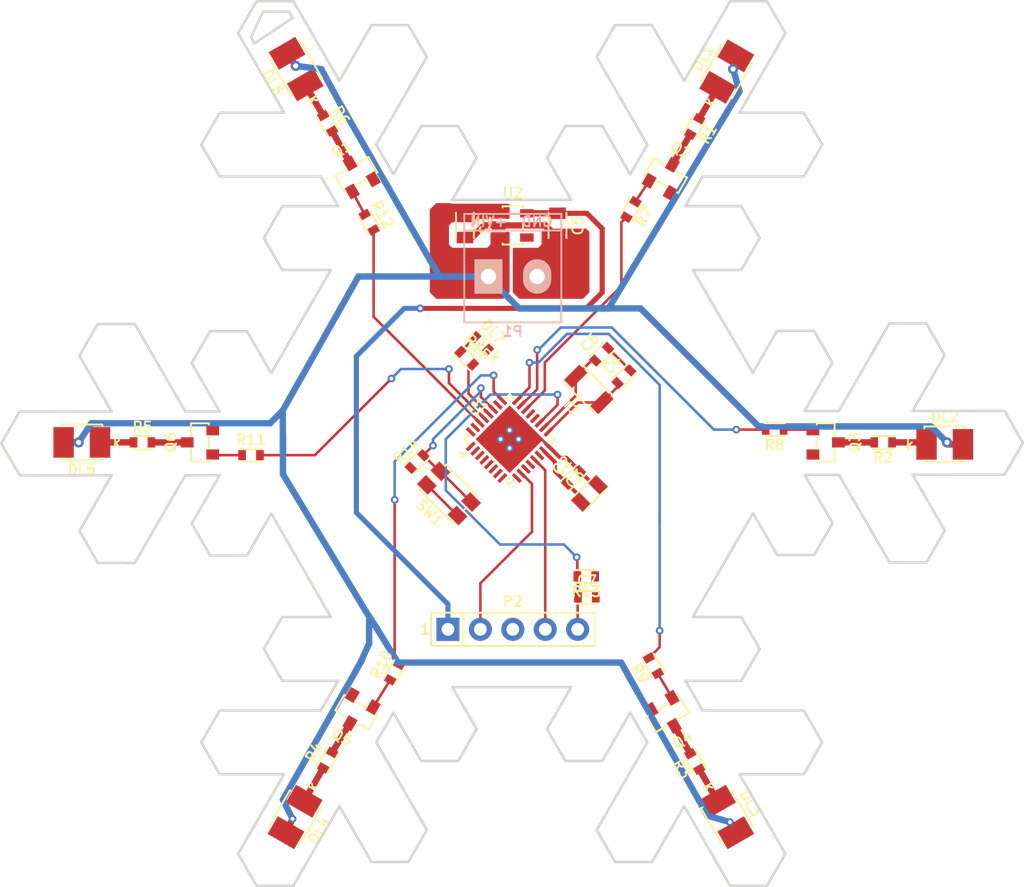
<source format=kicad_pcb>
(kicad_pcb (version 20171130) (host pcbnew "(5.0.0-3-g5ebb6b6)")

  (general
    (thickness 1.6)
    (drawings 147)
    (tracks 220)
    (zones 0)
    (modules 41)
    (nets 54)
  )

  (page A4)
  (layers
    (0 F.Cu signal)
    (31 B.Cu signal)
    (32 B.Adhes user hide)
    (33 F.Adhes user hide)
    (34 B.Paste user hide)
    (35 F.Paste user hide)
    (36 B.SilkS user)
    (37 F.SilkS user)
    (38 B.Mask user hide)
    (39 F.Mask user hide)
    (40 Dwgs.User user)
    (41 Cmts.User user)
    (42 Eco1.User user)
    (43 Eco2.User user)
    (44 Edge.Cuts user)
    (45 Margin user)
    (46 B.CrtYd user)
    (47 F.CrtYd user)
    (48 B.Fab user)
    (49 F.Fab user hide)
  )

  (setup
    (last_trace_width 0.3)
    (user_trace_width 0.3)
    (user_trace_width 0.4)
    (user_trace_width 0.5)
    (user_trace_width 0.7)
    (user_trace_width 0.9)
    (trace_clearance 0.2)
    (zone_clearance 0.508)
    (zone_45_only no)
    (trace_min 0.2)
    (segment_width 0.2)
    (edge_width 0.15)
    (via_size 0.6)
    (via_drill 0.3)
    (via_min_size 0.4)
    (via_min_drill 0.3)
    (user_via 0.8 0.4)
    (user_via 1 0.5)
    (uvia_size 0.3)
    (uvia_drill 0.1)
    (uvias_allowed no)
    (uvia_min_size 0.2)
    (uvia_min_drill 0.1)
    (pcb_text_width 0.3)
    (pcb_text_size 1.5 1.5)
    (mod_edge_width 0.15)
    (mod_text_size 1 1)
    (mod_text_width 0.15)
    (pad_size 1.524 1.524)
    (pad_drill 0.762)
    (pad_to_mask_clearance 0.051)
    (solder_mask_min_width 0.25)
    (aux_axis_origin 100 130)
    (grid_origin 100 130)
    (visible_elements FFFFFF7F)
    (pcbplotparams
      (layerselection 0x010fc_ffffffff)
      (usegerberextensions false)
      (usegerberattributes false)
      (usegerberadvancedattributes false)
      (creategerberjobfile false)
      (excludeedgelayer true)
      (linewidth 0.100000)
      (plotframeref false)
      (viasonmask false)
      (mode 1)
      (useauxorigin false)
      (hpglpennumber 1)
      (hpglpenspeed 20)
      (hpglpendiameter 15.000000)
      (psnegative false)
      (psa4output false)
      (plotreference true)
      (plotvalue true)
      (plotinvisibletext false)
      (padsonsilk false)
      (subtractmaskfromsilk false)
      (outputformat 1)
      (mirror false)
      (drillshape 1)
      (scaleselection 1)
      (outputdirectory ""))
  )

  (net 0 "")
  (net 1 +VIN)
  (net 2 GND)
  (net 3 +3.3V)
  (net 4 "Net-(C4-Pad1)")
  (net 5 "Net-(C6-Pad1)")
  (net 6 /RESET)
  (net 7 "Net-(DL7-Pad1)")
  (net 8 /SWCLK)
  (net 9 /SWDIO)
  (net 10 "Net-(Q1-Pad1)")
  (net 11 "Net-(Q2-Pad1)")
  (net 12 "Net-(Q3-Pad1)")
  (net 13 "Net-(Q4-Pad1)")
  (net 14 "Net-(Q5-Pad1)")
  (net 15 "Net-(Q6-Pad1)")
  (net 16 /BALL_LED1)
  (net 17 /BALL_LED2)
  (net 18 /BALL_LED3)
  (net 19 /BALL_LED4)
  (net 20 /BALL_LED5)
  (net 21 /BALL_LED6)
  (net 22 /MCU_PROG)
  (net 23 /MCU_STATUS)
  (net 24 "Net-(U1-Pad26)")
  (net 25 "Net-(U1-Pad31)")
  (net 26 "Net-(U1-Pad32)")
  (net 27 "Net-(U1-Pad21)")
  (net 28 "Net-(U1-Pad20)")
  (net 29 "Net-(U1-Pad14)")
  (net 30 "Net-(U1-Pad12)")
  (net 31 "Net-(U1-Pad11)")
  (net 32 "Net-(U1-Pad9)")
  (net 33 "Net-(U1-Pad8)")
  (net 34 "Net-(U1-Pad7)")
  (net 35 "Net-(U1-Pad6)")
  (net 36 "Net-(U1-Pad5)")
  (net 37 "Net-(U1-Pad4)")
  (net 38 "Net-(U1-Pad3)")
  (net 39 "Net-(U1-Pad2)")
  (net 40 "Net-(U1-Pad1)")
  (net 41 "Net-(U2-Pad4)")
  (net 42 "Net-(Q1-Pad3)")
  (net 43 "Net-(Q2-Pad3)")
  (net 44 "Net-(Q3-Pad3)")
  (net 45 "Net-(Q4-Pad3)")
  (net 46 "Net-(Q5-Pad3)")
  (net 47 "Net-(Q6-Pad3)")
  (net 48 "Net-(DL1-Pad1)")
  (net 49 "Net-(DL2-Pad1)")
  (net 50 "Net-(DL3-Pad1)")
  (net 51 "Net-(DL4-Pad1)")
  (net 52 "Net-(DL5-Pad1)")
  (net 53 "Net-(DL6-Pad1)")

  (net_class Default "This is the default net class."
    (clearance 0.2)
    (trace_width 0.2)
    (via_dia 0.6)
    (via_drill 0.3)
    (uvia_dia 0.3)
    (uvia_drill 0.1)
    (add_net +3.3V)
    (add_net +VIN)
    (add_net /BALL_LED1)
    (add_net /BALL_LED2)
    (add_net /BALL_LED3)
    (add_net /BALL_LED4)
    (add_net /BALL_LED5)
    (add_net /BALL_LED6)
    (add_net /MCU_PROG)
    (add_net /MCU_STATUS)
    (add_net /RESET)
    (add_net /SWCLK)
    (add_net /SWDIO)
    (add_net GND)
    (add_net "Net-(C4-Pad1)")
    (add_net "Net-(C6-Pad1)")
    (add_net "Net-(DL1-Pad1)")
    (add_net "Net-(DL2-Pad1)")
    (add_net "Net-(DL3-Pad1)")
    (add_net "Net-(DL4-Pad1)")
    (add_net "Net-(DL5-Pad1)")
    (add_net "Net-(DL6-Pad1)")
    (add_net "Net-(DL7-Pad1)")
    (add_net "Net-(Q1-Pad1)")
    (add_net "Net-(Q1-Pad3)")
    (add_net "Net-(Q2-Pad1)")
    (add_net "Net-(Q2-Pad3)")
    (add_net "Net-(Q3-Pad1)")
    (add_net "Net-(Q3-Pad3)")
    (add_net "Net-(Q4-Pad1)")
    (add_net "Net-(Q4-Pad3)")
    (add_net "Net-(Q5-Pad1)")
    (add_net "Net-(Q5-Pad3)")
    (add_net "Net-(Q6-Pad1)")
    (add_net "Net-(Q6-Pad3)")
    (add_net "Net-(U1-Pad1)")
    (add_net "Net-(U1-Pad11)")
    (add_net "Net-(U1-Pad12)")
    (add_net "Net-(U1-Pad14)")
    (add_net "Net-(U1-Pad2)")
    (add_net "Net-(U1-Pad20)")
    (add_net "Net-(U1-Pad21)")
    (add_net "Net-(U1-Pad26)")
    (add_net "Net-(U1-Pad3)")
    (add_net "Net-(U1-Pad31)")
    (add_net "Net-(U1-Pad32)")
    (add_net "Net-(U1-Pad4)")
    (add_net "Net-(U1-Pad5)")
    (add_net "Net-(U1-Pad6)")
    (add_net "Net-(U1-Pad7)")
    (add_net "Net-(U1-Pad8)")
    (add_net "Net-(U1-Pad9)")
    (add_net "Net-(U2-Pad4)")
  )

  (module CONNECTOR:CONN-STRIP-5x1-2.54 (layer F.Cu) (tedit 5BF1FB7A) (tstamp 5BF1FCDA)
    (at 140.25 109.9)
    (descr "Strip connector 5x1 2.54mm 180G")
    (tags "5x1 2.54")
    (path /5BF6AE5A)
    (attr virtual)
    (fp_text reference P2 (at 0 -2.2) (layer F.SilkS)
      (effects (font (size 0.8 0.8) (thickness 0.15)))
    )
    (fp_text value SWD (at 0 2.3) (layer F.Fab) hide
      (effects (font (size 0.8 0.8) (thickness 0.15)))
    )
    (fp_line (start -5.08 -0.4) (end -5.08 0.4) (layer F.Fab) (width 0.1))
    (fp_line (start -5.48 0) (end -4.68 0) (layer F.Fab) (width 0.1))
    (fp_line (start -2.94 0) (end -2.14 0) (layer F.Fab) (width 0.1))
    (fp_line (start -0.4 0) (end 0.4 0) (layer F.Fab) (width 0.1))
    (fp_line (start -2.54 -0.4) (end -2.54 0.4) (layer F.Fab) (width 0.1))
    (fp_line (start 0 -0.4) (end 0 0.4) (layer F.Fab) (width 0.1))
    (fp_circle (center -2.54 0) (end -2.14 0) (layer F.Fab) (width 0.1))
    (fp_circle (center 0 0) (end 0.4 0) (layer F.Fab) (width 0.1))
    (fp_line (start -6.4 1.3) (end -6.4 -1.3) (layer F.Fab) (width 0.15))
    (fp_line (start 5.1 1.3) (end -6.4 1.3) (layer F.Fab) (width 0.15))
    (fp_line (start 6.4 -1.3) (end 6.4 1.3) (layer F.Fab) (width 0.15))
    (fp_line (start -6.4 -1.3) (end 5.1 -1.3) (layer F.Fab) (width 0.15))
    (fp_line (start -6.4 1.3) (end -6.4 -1.3) (layer F.SilkS) (width 0.15))
    (fp_line (start 6.4 1.3) (end -6.4 1.3) (layer F.SilkS) (width 0.15))
    (fp_line (start 6.4 -1.3) (end 6.4 1.3) (layer F.SilkS) (width 0.15))
    (fp_line (start -6.4 -1.3) (end 6.4 -1.3) (layer F.SilkS) (width 0.15))
    (fp_line (start -3.87 -1.3) (end -3.87 1.3) (layer F.SilkS) (width 0.15))
    (fp_text user 1 (at -6.87 0) (layer F.SilkS)
      (effects (font (size 0.8 0.8) (thickness 0.15)))
    )
    (fp_line (start -7.25 1.6) (end -7.25 -1.6) (layer F.CrtYd) (width 0.05))
    (fp_line (start 6.55 1.6) (end -7.25 1.6) (layer F.CrtYd) (width 0.05))
    (fp_line (start 6.55 -1.6) (end 6.55 1.6) (layer F.CrtYd) (width 0.05))
    (fp_line (start -7.25 -1.6) (end 6.55 -1.6) (layer F.CrtYd) (width 0.05))
    (fp_circle (center 2.54 0) (end 2.94 0) (layer F.Fab) (width 0.1))
    (fp_line (start 2.54 -0.4) (end 2.54 0.4) (layer F.Fab) (width 0.1))
    (fp_line (start 2.14 0) (end 2.94 0) (layer F.Fab) (width 0.1))
    (fp_line (start -4.68 0.4) (end -5.48 0.4) (layer F.Fab) (width 0.1))
    (fp_line (start -4.68 -0.4) (end -4.68 0.4) (layer F.Fab) (width 0.1))
    (fp_line (start -5.48 -0.4) (end -4.68 -0.4) (layer F.Fab) (width 0.1))
    (fp_line (start -5.48 0.4) (end -5.48 -0.4) (layer F.Fab) (width 0.1))
    (pad 5 thru_hole circle (at 5.08 0) (size 1.8 1.8) (drill 1) (layers *.Cu *.Mask)
      (net 6 /RESET))
    (pad 4 thru_hole circle (at 2.54 0) (size 1.8 1.8) (drill 1) (layers *.Cu *.Mask)
      (net 9 /SWDIO))
    (pad 1 thru_hole rect (at -5.08 0) (size 1.8 1.8) (drill 1) (layers *.Cu *.Mask)
      (net 3 +3.3V))
    (pad 3 thru_hole circle (at 0 0) (size 1.8 1.8) (drill 1) (layers *.Cu *.Mask)
      (net 2 GND))
    (pad 2 thru_hole circle (at -2.54 0) (size 1.8 1.8) (drill 1) (layers *.Cu *.Mask)
      (net 8 /SWCLK))
  )

  (module RESISTOR:RESISTOR-0603 (layer F.Cu) (tedit 5A030436) (tstamp 5BEEF1B1)
    (at 160.75 94.25 180)
    (descr "SMD 0603")
    (tags "0603 SM0603")
    (path /5BF6DA28)
    (attr smd)
    (fp_text reference R8 (at 0 -1.2 180) (layer F.SilkS)
      (effects (font (size 0.8 0.8) (thickness 0.15)))
    )
    (fp_text value 1k2 (at 0 1.2 180) (layer F.Fab) hide
      (effects (font (size 0.8 0.8) (thickness 0.15)))
    )
    (fp_line (start -1.1 0.7) (end -1.1 -0.7) (layer F.CrtYd) (width 0.05))
    (fp_line (start 1.1 0.7) (end -1.1 0.7) (layer F.CrtYd) (width 0.05))
    (fp_line (start 1.1 -0.7) (end 1.1 0.7) (layer F.CrtYd) (width 0.05))
    (fp_line (start -1.1 -0.7) (end 1.1 -0.7) (layer F.CrtYd) (width 0.05))
    (fp_line (start -0.8 -0.5) (end 0.8 -0.5) (layer F.SilkS) (width 0.15))
    (fp_line (start -0.8 0.5) (end 0.8 0.5) (layer F.SilkS) (width 0.15))
    (fp_line (start -0.8 0.5) (end -0.8 -0.5) (layer F.Fab) (width 0.15))
    (fp_line (start 0.8 0.5) (end -0.8 0.5) (layer F.Fab) (width 0.15))
    (fp_line (start 0.8 -0.5) (end 0.8 0.5) (layer F.Fab) (width 0.15))
    (fp_line (start -0.8 -0.5) (end 0.8 -0.5) (layer F.Fab) (width 0.15))
    (fp_line (start -0.4 -0.5) (end -0.4 0.5) (layer F.Fab) (width 0.15))
    (fp_line (start 0.4 -0.5) (end 0.4 0.5) (layer F.Fab) (width 0.15))
    (fp_text user %R (at 0 -1.2 180) (layer F.Fab)
      (effects (font (size 0.8 0.8) (thickness 0.15)))
    )
    (pad 2 smd rect (at 0.7 0 180) (size 0.6 0.8) (layers F.Cu F.Paste F.Mask)
      (net 17 /BALL_LED2))
    (pad 1 smd rect (at -0.7 0 180) (size 0.6 0.8) (layers F.Cu F.Paste F.Mask)
      (net 12 "Net-(Q3-Pad1)"))
    (model "${KINOWAEMOD}/packages3d/issus/STEP/Passives/RES 0603.wrl"
      (offset (xyz 0 0.3936999940872192 0))
      (scale (xyz 1 1 1))
      (rotate (xyz -90 0 0))
    )
  )

  (module CAPACITOR:CAPACITOR-0805 (layer F.Cu) (tedit 58B964CB) (tstamp 5BEEEEFF)
    (at 136.5 78.25 270)
    (descr "Capacitor SMD 0805, reflow soldering, Vishay (see dcrcw.pdf)")
    (tags "Capacitor 0805")
    (path /5BE1F389)
    (attr smd)
    (fp_text reference C1 (at 0 -1.6 270) (layer F.SilkS)
      (effects (font (size 0.8 0.8) (thickness 0.15)))
    )
    (fp_text value 1u (at 0 1.7 270) (layer F.Fab) hide
      (effects (font (size 0.8 0.8) (thickness 0.15)))
    )
    (fp_text user %R (at 0 -1.6 270) (layer F.Fab)
      (effects (font (size 0.8 0.8) (thickness 0.15)))
    )
    (fp_line (start 1 0.7) (end -1 0.7) (layer F.SilkS) (width 0.15))
    (fp_line (start -1 -0.7) (end 1 -0.7) (layer F.SilkS) (width 0.15))
    (fp_line (start 0.6 -0.6) (end 0.6 0.6) (layer F.Fab) (width 0.15))
    (fp_line (start -0.6 -0.6) (end -0.6 0.6) (layer F.Fab) (width 0.15))
    (fp_line (start -1 -0.6) (end 1 -0.6) (layer F.Fab) (width 0.15))
    (fp_line (start 1 -0.6) (end 1 0.6) (layer F.Fab) (width 0.15))
    (fp_line (start 1 0.6) (end -1 0.6) (layer F.Fab) (width 0.15))
    (fp_line (start -1 0.6) (end -1 -0.6) (layer F.Fab) (width 0.15))
    (fp_line (start -1.6 -1) (end 1.6 -1) (layer F.CrtYd) (width 0.05))
    (fp_line (start -1.6 1) (end 1.6 1) (layer F.CrtYd) (width 0.05))
    (fp_line (start -1.6 -1) (end -1.6 1) (layer F.CrtYd) (width 0.05))
    (fp_line (start 1.6 -1) (end 1.6 1) (layer F.CrtYd) (width 0.05))
    (pad 1 smd rect (at -0.95 0 270) (size 0.9 1.3) (layers F.Cu F.Paste F.Mask)
      (net 1 +VIN))
    (pad 2 smd rect (at 0.95 0 270) (size 0.9 1.3) (layers F.Cu F.Paste F.Mask)
      (net 2 GND))
    (model "${KINOWAEMOD}/packages3d/issus/STEP/Passives/CAP 0805.wrl"
      (offset (xyz 0 -0.6349999904632568 0.6349999904632568))
      (scale (xyz 1 1 1))
      (rotate (xyz 0 0 0))
    )
  )

  (module CAPACITOR:CAPACITOR-0603 (layer F.Cu) (tedit 5A0302A3) (tstamp 5BEEEF12)
    (at 145.005025 97.994975 45)
    (descr "SMD CAP 0603")
    (tags "0603 SM0603")
    (path /5BFC3E44)
    (attr smd)
    (fp_text reference C2 (at 0 -1.3 45) (layer F.SilkS)
      (effects (font (size 0.8 0.8) (thickness 0.15)))
    )
    (fp_text value 100n (at 0 1.3 45) (layer F.Fab) hide
      (effects (font (size 0.8 0.8) (thickness 0.15)))
    )
    (fp_line (start -1.1 0.7) (end -1.1 -0.7) (layer F.CrtYd) (width 0.05))
    (fp_line (start 1.1 0.7) (end -1.1 0.7) (layer F.CrtYd) (width 0.05))
    (fp_line (start 1.1 -0.7) (end 1.1 0.7) (layer F.CrtYd) (width 0.05))
    (fp_line (start -1.1 -0.7) (end 1.1 -0.7) (layer F.CrtYd) (width 0.05))
    (fp_line (start -0.8 -0.5) (end 0.8 -0.5) (layer F.SilkS) (width 0.15))
    (fp_line (start -0.8 0.5) (end 0.8 0.5) (layer F.SilkS) (width 0.15))
    (fp_line (start -0.8 0.5) (end -0.8 -0.5) (layer F.Fab) (width 0.15))
    (fp_line (start 0.8 0.5) (end -0.8 0.5) (layer F.Fab) (width 0.15))
    (fp_line (start 0.8 -0.5) (end 0.8 0.5) (layer F.Fab) (width 0.15))
    (fp_line (start -0.8 -0.5) (end 0.8 -0.5) (layer F.Fab) (width 0.15))
    (fp_line (start -0.4 -0.5) (end -0.4 0.5) (layer F.Fab) (width 0.15))
    (fp_line (start 0.4 -0.5) (end 0.4 0.5) (layer F.Fab) (width 0.15))
    (fp_text user %R (at 0 -1.3 45) (layer F.Fab)
      (effects (font (size 0.8 0.8) (thickness 0.15)))
    )
    (pad 2 smd rect (at 0.7 0 45) (size 0.6 0.8) (layers F.Cu F.Paste F.Mask)
      (net 2 GND))
    (pad 1 smd rect (at -0.7 0 45) (size 0.6 0.8) (layers F.Cu F.Paste F.Mask)
      (net 3 +3.3V))
    (model ${KINOWAEMOD}/packages3d/walter/capacitor/c_0603.wrl
      (at (xyz 0 0 0))
      (scale (xyz 1 1 1))
      (rotate (xyz 0 0 0))
    )
  )

  (module CAPACITOR:CAPACITOR-0805 (layer F.Cu) (tedit 58B964CB) (tstamp 5BEEEF25)
    (at 146.25 99.25 45)
    (descr "Capacitor SMD 0805, reflow soldering, Vishay (see dcrcw.pdf)")
    (tags "Capacitor 0805")
    (path /5BFC3DAC)
    (attr smd)
    (fp_text reference C3 (at 0 -1.6 45) (layer F.SilkS)
      (effects (font (size 0.8 0.8) (thickness 0.15)))
    )
    (fp_text value 10u (at 0 1.7 45) (layer F.Fab) hide
      (effects (font (size 0.8 0.8) (thickness 0.15)))
    )
    (fp_text user %R (at 0 -1.6 45) (layer F.Fab)
      (effects (font (size 0.8 0.8) (thickness 0.15)))
    )
    (fp_line (start 1 0.7) (end -1 0.7) (layer F.SilkS) (width 0.15))
    (fp_line (start -1 -0.7) (end 1 -0.7) (layer F.SilkS) (width 0.15))
    (fp_line (start 0.6 -0.6) (end 0.6 0.6) (layer F.Fab) (width 0.15))
    (fp_line (start -0.6 -0.6) (end -0.6 0.6) (layer F.Fab) (width 0.15))
    (fp_line (start -1 -0.6) (end 1 -0.6) (layer F.Fab) (width 0.15))
    (fp_line (start 1 -0.6) (end 1 0.6) (layer F.Fab) (width 0.15))
    (fp_line (start 1 0.6) (end -1 0.6) (layer F.Fab) (width 0.15))
    (fp_line (start -1 0.6) (end -1 -0.6) (layer F.Fab) (width 0.15))
    (fp_line (start -1.6 -1) (end 1.6 -1) (layer F.CrtYd) (width 0.05))
    (fp_line (start -1.6 1) (end 1.6 1) (layer F.CrtYd) (width 0.05))
    (fp_line (start -1.6 -1) (end -1.6 1) (layer F.CrtYd) (width 0.05))
    (fp_line (start 1.6 -1) (end 1.6 1) (layer F.CrtYd) (width 0.05))
    (pad 1 smd rect (at -0.949999 0 45) (size 0.9 1.3) (layers F.Cu F.Paste F.Mask)
      (net 3 +3.3V))
    (pad 2 smd rect (at 0.949999 0 45) (size 0.9 1.3) (layers F.Cu F.Paste F.Mask)
      (net 2 GND))
    (model "${KINOWAEMOD}/packages3d/issus/STEP/Passives/CAP 0805.wrl"
      (offset (xyz 0 -0.6349999904632568 0.6349999904632568))
      (scale (xyz 1 1 1))
      (rotate (xyz 0 0 0))
    )
  )

  (module CAPACITOR:CAPACITOR-0603 (layer F.Cu) (tedit 5A0302A3) (tstamp 5BEF4549)
    (at 148.95 90.1 45)
    (descr "SMD CAP 0603")
    (tags "0603 SM0603")
    (path /5BF69A69)
    (attr smd)
    (fp_text reference C4 (at 0 -1.3 45) (layer F.SilkS)
      (effects (font (size 0.8 0.8) (thickness 0.15)))
    )
    (fp_text value 15p (at 0 1.3 45) (layer F.Fab) hide
      (effects (font (size 0.8 0.8) (thickness 0.15)))
    )
    (fp_line (start -1.1 0.7) (end -1.1 -0.7) (layer F.CrtYd) (width 0.05))
    (fp_line (start 1.1 0.7) (end -1.1 0.7) (layer F.CrtYd) (width 0.05))
    (fp_line (start 1.1 -0.7) (end 1.1 0.7) (layer F.CrtYd) (width 0.05))
    (fp_line (start -1.1 -0.7) (end 1.1 -0.7) (layer F.CrtYd) (width 0.05))
    (fp_line (start -0.8 -0.5) (end 0.8 -0.5) (layer F.SilkS) (width 0.15))
    (fp_line (start -0.8 0.5) (end 0.8 0.5) (layer F.SilkS) (width 0.15))
    (fp_line (start -0.8 0.5) (end -0.8 -0.5) (layer F.Fab) (width 0.15))
    (fp_line (start 0.8 0.5) (end -0.8 0.5) (layer F.Fab) (width 0.15))
    (fp_line (start 0.8 -0.5) (end 0.8 0.5) (layer F.Fab) (width 0.15))
    (fp_line (start -0.8 -0.5) (end 0.8 -0.5) (layer F.Fab) (width 0.15))
    (fp_line (start -0.4 -0.5) (end -0.4 0.5) (layer F.Fab) (width 0.15))
    (fp_line (start 0.4 -0.5) (end 0.4 0.5) (layer F.Fab) (width 0.15))
    (fp_text user %R (at 0 -1.3 45) (layer F.Fab)
      (effects (font (size 0.8 0.8) (thickness 0.15)))
    )
    (pad 2 smd rect (at 0.7 0 45) (size 0.6 0.8) (layers F.Cu F.Paste F.Mask)
      (net 2 GND))
    (pad 1 smd rect (at -0.7 0 45) (size 0.6 0.8) (layers F.Cu F.Paste F.Mask)
      (net 4 "Net-(C4-Pad1)"))
    (model ${KINOWAEMOD}/packages3d/walter/capacitor/c_0603.wrl
      (at (xyz 0 0 0))
      (scale (xyz 1 1 1))
      (rotate (xyz 0 0 0))
    )
  )

  (module CAPACITOR:CAPACITOR-0805 (layer F.Cu) (tedit 58B964CB) (tstamp 5BEEEF4B)
    (at 143.75 78.25 270)
    (descr "Capacitor SMD 0805, reflow soldering, Vishay (see dcrcw.pdf)")
    (tags "Capacitor 0805")
    (path /5BE26107)
    (attr smd)
    (fp_text reference C5 (at 0 -1.6 270) (layer F.SilkS)
      (effects (font (size 0.8 0.8) (thickness 0.15)))
    )
    (fp_text value 2u2 (at 0 1.7 270) (layer F.Fab) hide
      (effects (font (size 0.8 0.8) (thickness 0.15)))
    )
    (fp_line (start 1.6 -1) (end 1.6 1) (layer F.CrtYd) (width 0.05))
    (fp_line (start -1.6 -1) (end -1.6 1) (layer F.CrtYd) (width 0.05))
    (fp_line (start -1.6 1) (end 1.6 1) (layer F.CrtYd) (width 0.05))
    (fp_line (start -1.6 -1) (end 1.6 -1) (layer F.CrtYd) (width 0.05))
    (fp_line (start -1 0.6) (end -1 -0.6) (layer F.Fab) (width 0.15))
    (fp_line (start 1 0.6) (end -1 0.6) (layer F.Fab) (width 0.15))
    (fp_line (start 1 -0.6) (end 1 0.6) (layer F.Fab) (width 0.15))
    (fp_line (start -1 -0.6) (end 1 -0.6) (layer F.Fab) (width 0.15))
    (fp_line (start -0.6 -0.6) (end -0.6 0.6) (layer F.Fab) (width 0.15))
    (fp_line (start 0.6 -0.6) (end 0.6 0.6) (layer F.Fab) (width 0.15))
    (fp_line (start -1 -0.7) (end 1 -0.7) (layer F.SilkS) (width 0.15))
    (fp_line (start 1 0.7) (end -1 0.7) (layer F.SilkS) (width 0.15))
    (fp_text user %R (at 0 -1.6 270) (layer F.Fab)
      (effects (font (size 0.8 0.8) (thickness 0.15)))
    )
    (pad 2 smd rect (at 0.95 0 270) (size 0.9 1.3) (layers F.Cu F.Paste F.Mask)
      (net 2 GND))
    (pad 1 smd rect (at -0.95 0 270) (size 0.9 1.3) (layers F.Cu F.Paste F.Mask)
      (net 3 +3.3V))
    (model "${KINOWAEMOD}/packages3d/issus/STEP/Passives/CAP 0805.wrl"
      (offset (xyz 0 -0.6349999904632568 0.6349999904632568))
      (scale (xyz 1 1 1))
      (rotate (xyz 0 0 0))
    )
  )

  (module CAPACITOR:CAPACITOR-0603 (layer F.Cu) (tedit 5A0302A3) (tstamp 5BEF45BB)
    (at 147.205025 88.344975 45)
    (descr "SMD CAP 0603")
    (tags "0603 SM0603")
    (path /5BF69B1A)
    (attr smd)
    (fp_text reference C6 (at 0 -1.3 45) (layer F.SilkS)
      (effects (font (size 0.8 0.8) (thickness 0.15)))
    )
    (fp_text value 15p (at 0 1.3 45) (layer F.Fab) hide
      (effects (font (size 0.8 0.8) (thickness 0.15)))
    )
    (fp_text user %R (at 0 -1.3 45) (layer F.Fab)
      (effects (font (size 0.8 0.8) (thickness 0.15)))
    )
    (fp_line (start 0.4 -0.5) (end 0.4 0.5) (layer F.Fab) (width 0.15))
    (fp_line (start -0.4 -0.5) (end -0.4 0.5) (layer F.Fab) (width 0.15))
    (fp_line (start -0.8 -0.5) (end 0.8 -0.5) (layer F.Fab) (width 0.15))
    (fp_line (start 0.8 -0.5) (end 0.8 0.5) (layer F.Fab) (width 0.15))
    (fp_line (start 0.8 0.5) (end -0.8 0.5) (layer F.Fab) (width 0.15))
    (fp_line (start -0.8 0.5) (end -0.8 -0.5) (layer F.Fab) (width 0.15))
    (fp_line (start -0.8 0.5) (end 0.8 0.5) (layer F.SilkS) (width 0.15))
    (fp_line (start -0.8 -0.5) (end 0.8 -0.5) (layer F.SilkS) (width 0.15))
    (fp_line (start -1.1 -0.7) (end 1.1 -0.7) (layer F.CrtYd) (width 0.05))
    (fp_line (start 1.1 -0.7) (end 1.1 0.7) (layer F.CrtYd) (width 0.05))
    (fp_line (start 1.1 0.7) (end -1.1 0.7) (layer F.CrtYd) (width 0.05))
    (fp_line (start -1.1 0.7) (end -1.1 -0.7) (layer F.CrtYd) (width 0.05))
    (pad 1 smd rect (at -0.7 0 45) (size 0.6 0.8) (layers F.Cu F.Paste F.Mask)
      (net 5 "Net-(C6-Pad1)"))
    (pad 2 smd rect (at 0.7 0 45) (size 0.6 0.8) (layers F.Cu F.Paste F.Mask)
      (net 2 GND))
    (model ${KINOWAEMOD}/packages3d/walter/capacitor/c_0603.wrl
      (at (xyz 0 0 0))
      (scale (xyz 1 1 1))
      (rotate (xyz 0 0 0))
    )
  )

  (module CAPACITOR:CAPACITOR-0603 (layer F.Cu) (tedit 5A0302A3) (tstamp 5BEEEF71)
    (at 146.05 107.393782)
    (descr "SMD CAP 0603")
    (tags "0603 SM0603")
    (path /5BE6067F)
    (attr smd)
    (fp_text reference C7 (at 0 -1.3) (layer F.SilkS)
      (effects (font (size 0.8 0.8) (thickness 0.15)))
    )
    (fp_text value 100n (at 0 1.3) (layer F.Fab) hide
      (effects (font (size 0.8 0.8) (thickness 0.15)))
    )
    (fp_text user %R (at 0 -1.3) (layer F.Fab)
      (effects (font (size 0.8 0.8) (thickness 0.15)))
    )
    (fp_line (start 0.4 -0.5) (end 0.4 0.5) (layer F.Fab) (width 0.15))
    (fp_line (start -0.4 -0.5) (end -0.4 0.5) (layer F.Fab) (width 0.15))
    (fp_line (start -0.8 -0.5) (end 0.8 -0.5) (layer F.Fab) (width 0.15))
    (fp_line (start 0.8 -0.5) (end 0.8 0.5) (layer F.Fab) (width 0.15))
    (fp_line (start 0.8 0.5) (end -0.8 0.5) (layer F.Fab) (width 0.15))
    (fp_line (start -0.8 0.5) (end -0.8 -0.5) (layer F.Fab) (width 0.15))
    (fp_line (start -0.8 0.5) (end 0.8 0.5) (layer F.SilkS) (width 0.15))
    (fp_line (start -0.8 -0.5) (end 0.8 -0.5) (layer F.SilkS) (width 0.15))
    (fp_line (start -1.1 -0.7) (end 1.1 -0.7) (layer F.CrtYd) (width 0.05))
    (fp_line (start 1.1 -0.7) (end 1.1 0.7) (layer F.CrtYd) (width 0.05))
    (fp_line (start 1.1 0.7) (end -1.1 0.7) (layer F.CrtYd) (width 0.05))
    (fp_line (start -1.1 0.7) (end -1.1 -0.7) (layer F.CrtYd) (width 0.05))
    (pad 1 smd rect (at -0.7 0) (size 0.6 0.8) (layers F.Cu F.Paste F.Mask)
      (net 6 /RESET))
    (pad 2 smd rect (at 0.7 0) (size 0.6 0.8) (layers F.Cu F.Paste F.Mask)
      (net 2 GND))
    (model ${KINOWAEMOD}/packages3d/walter/capacitor/c_0603.wrl
      (at (xyz 0 0 0))
      (scale (xyz 1 1 1))
      (rotate (xyz 0 0 0))
    )
  )

  (module LEDs:LED-WURTH-WL_SMTW_3528 (layer F.Cu) (tedit 5BE36E78) (tstamp 5BEEEF90)
    (at 157 66.2 60)
    (path /5BEDBE2C)
    (attr smd)
    (fp_text reference DL1 (at 0 -2.15 60) (layer F.SilkS)
      (effects (font (size 0.8 0.8) (thickness 0.15)))
    )
    (fp_text value RED (at 0 2.3 60) (layer F.Fab) hide
      (effects (font (size 0.8 0.8) (thickness 0.15)))
    )
    (fp_text user %R (at 0 -2.15 60) (layer F.Fab)
      (effects (font (size 0.8 0.8) (thickness 0.15)))
    )
    (fp_line (start -1.6 -1.4) (end 1.6 -1.4) (layer F.Fab) (width 0.15))
    (fp_line (start 1.6 -1.4) (end 1.6 1.4) (layer F.Fab) (width 0.15))
    (fp_line (start 1.6 1.4) (end -1.6 1.4) (layer F.Fab) (width 0.15))
    (fp_line (start -1.6 1.4) (end -1.6 -1.4) (layer F.Fab) (width 0.15))
    (fp_line (start 1.6 -1.1) (end 1.75 -1.1) (layer F.Fab) (width 0.05))
    (fp_line (start 1.75 -1.1) (end 1.75 1.1) (layer F.Fab) (width 0.05))
    (fp_line (start 1.75 1.1) (end 1.6 1.1) (layer F.Fab) (width 0.05))
    (fp_line (start -1.6 -1.1) (end -1.75 -1.1) (layer F.Fab) (width 0.05))
    (fp_line (start -1.75 -1.1) (end -1.75 1.1) (layer F.Fab) (width 0.05))
    (fp_line (start -1.75 1.1) (end -1.6 1.1) (layer F.Fab) (width 0.05))
    (fp_circle (center 0 0) (end 1.2 0) (layer F.Fab) (width 0.1))
    (fp_circle (center 0 0) (end 1 0) (layer F.Fab) (width 0.1))
    (fp_line (start -1.6 -0.4) (end -0.6 -1.4) (layer F.Fab) (width 0.15))
    (fp_line (start -1.6 -1.4) (end 1.6 -1.4) (layer F.SilkS) (width 0.15))
    (fp_line (start -1.6 1.4) (end 1.6 1.4) (layer F.SilkS) (width 0.15))
    (fp_line (start -1.6 -1.4) (end -1.6 -1.25) (layer F.SilkS) (width 0.15))
    (fp_line (start 1.6 -1.4) (end 1.6 -1.25) (layer F.SilkS) (width 0.15))
    (fp_line (start -1.6 1.4) (end -1.6 1.25) (layer F.SilkS) (width 0.15))
    (fp_line (start 1.6 1.4) (end 1.6 1.25) (layer F.SilkS) (width 0.15))
    (fp_line (start -2.4 -1.7) (end 2.4 -1.7) (layer F.CrtYd) (width 0.05))
    (fp_line (start 2.4 -1.7) (end 2.4 1.7) (layer F.CrtYd) (width 0.05))
    (fp_line (start 2.4 1.7) (end -2.4 1.7) (layer F.CrtYd) (width 0.05))
    (fp_line (start -2.4 1.7) (end -2.4 -1.7) (layer F.CrtYd) (width 0.05))
    (fp_text user k (at -2.75 0 60) (layer F.SilkS)
      (effects (font (size 0.8 0.8) (thickness 0.15)))
    )
    (pad 1 smd rect (at -1.425 0 60) (size 1.6 2.4) (layers F.Cu F.Paste F.Mask)
      (net 48 "Net-(DL1-Pad1)"))
    (pad 2 smd rect (at 1.425 0 60) (size 1.6 2.4) (layers F.Cu F.Paste F.Mask)
      (net 1 +VIN))
    (model ${KINOWAE}/modules/packages3d/3rd-party/wurth/WL-SMTW-3528.wrl
      (offset (xyz 0 0 0.15))
      (scale (xyz 1 1 1))
      (rotate (xyz 0 0 0))
    )
  )

  (module LEDs:LED-WURTH-WL_SMTW_3528 (layer F.Cu) (tedit 5BE36E78) (tstamp 5BEEEFAF)
    (at 174.075 95.403001)
    (path /5BEDBF92)
    (attr smd)
    (fp_text reference DL2 (at 0 -2.15) (layer F.SilkS)
      (effects (font (size 0.8 0.8) (thickness 0.15)))
    )
    (fp_text value RED (at 0 2.3) (layer F.Fab) hide
      (effects (font (size 0.8 0.8) (thickness 0.15)))
    )
    (fp_text user k (at -2.75 0) (layer F.SilkS)
      (effects (font (size 0.8 0.8) (thickness 0.15)))
    )
    (fp_line (start -2.4 1.7) (end -2.4 -1.7) (layer F.CrtYd) (width 0.05))
    (fp_line (start 2.4 1.7) (end -2.4 1.7) (layer F.CrtYd) (width 0.05))
    (fp_line (start 2.4 -1.7) (end 2.4 1.7) (layer F.CrtYd) (width 0.05))
    (fp_line (start -2.4 -1.7) (end 2.4 -1.7) (layer F.CrtYd) (width 0.05))
    (fp_line (start 1.6 1.4) (end 1.6 1.25) (layer F.SilkS) (width 0.15))
    (fp_line (start -1.6 1.4) (end -1.6 1.25) (layer F.SilkS) (width 0.15))
    (fp_line (start 1.6 -1.4) (end 1.6 -1.25) (layer F.SilkS) (width 0.15))
    (fp_line (start -1.6 -1.4) (end -1.6 -1.25) (layer F.SilkS) (width 0.15))
    (fp_line (start -1.6 1.4) (end 1.6 1.4) (layer F.SilkS) (width 0.15))
    (fp_line (start -1.6 -1.4) (end 1.6 -1.4) (layer F.SilkS) (width 0.15))
    (fp_line (start -1.6 -0.4) (end -0.6 -1.4) (layer F.Fab) (width 0.15))
    (fp_circle (center 0 0) (end 1 0) (layer F.Fab) (width 0.1))
    (fp_circle (center 0 0) (end 1.2 0) (layer F.Fab) (width 0.1))
    (fp_line (start -1.75 1.1) (end -1.6 1.1) (layer F.Fab) (width 0.05))
    (fp_line (start -1.75 -1.1) (end -1.75 1.1) (layer F.Fab) (width 0.05))
    (fp_line (start -1.6 -1.1) (end -1.75 -1.1) (layer F.Fab) (width 0.05))
    (fp_line (start 1.75 1.1) (end 1.6 1.1) (layer F.Fab) (width 0.05))
    (fp_line (start 1.75 -1.1) (end 1.75 1.1) (layer F.Fab) (width 0.05))
    (fp_line (start 1.6 -1.1) (end 1.75 -1.1) (layer F.Fab) (width 0.05))
    (fp_line (start -1.6 1.4) (end -1.6 -1.4) (layer F.Fab) (width 0.15))
    (fp_line (start 1.6 1.4) (end -1.6 1.4) (layer F.Fab) (width 0.15))
    (fp_line (start 1.6 -1.4) (end 1.6 1.4) (layer F.Fab) (width 0.15))
    (fp_line (start -1.6 -1.4) (end 1.6 -1.4) (layer F.Fab) (width 0.15))
    (fp_text user %R (at 0 -2.15) (layer F.Fab)
      (effects (font (size 0.8 0.8) (thickness 0.15)))
    )
    (pad 2 smd rect (at 1.425 0) (size 1.6 2.4) (layers F.Cu F.Paste F.Mask)
      (net 1 +VIN))
    (pad 1 smd rect (at -1.425 0) (size 1.6 2.4) (layers F.Cu F.Paste F.Mask)
      (net 49 "Net-(DL2-Pad1)"))
    (model ${KINOWAE}/modules/packages3d/3rd-party/wurth/WL-SMTW-3528.wrl
      (offset (xyz 0 0 0.15))
      (scale (xyz 1 1 1))
      (rotate (xyz 0 0 0))
    )
  )

  (module LEDs:LED-WURTH-WL_SMTW_3528 (layer F.Cu) (tedit 5BE36E78) (tstamp 5BEEEFCE)
    (at 157 124.6 300)
    (path /5BEDC074)
    (attr smd)
    (fp_text reference DL3 (at 0 -2.15 300) (layer F.SilkS)
      (effects (font (size 0.8 0.8) (thickness 0.15)))
    )
    (fp_text value RED (at 0 2.3 300) (layer F.Fab) hide
      (effects (font (size 0.8 0.8) (thickness 0.15)))
    )
    (fp_text user k (at -2.75 0 300) (layer F.SilkS)
      (effects (font (size 0.8 0.8) (thickness 0.15)))
    )
    (fp_line (start -2.4 1.7) (end -2.4 -1.7) (layer F.CrtYd) (width 0.05))
    (fp_line (start 2.4 1.7) (end -2.4 1.7) (layer F.CrtYd) (width 0.05))
    (fp_line (start 2.4 -1.7) (end 2.4 1.7) (layer F.CrtYd) (width 0.05))
    (fp_line (start -2.4 -1.7) (end 2.4 -1.7) (layer F.CrtYd) (width 0.05))
    (fp_line (start 1.6 1.4) (end 1.6 1.25) (layer F.SilkS) (width 0.15))
    (fp_line (start -1.6 1.4) (end -1.6 1.25) (layer F.SilkS) (width 0.15))
    (fp_line (start 1.6 -1.4) (end 1.6 -1.25) (layer F.SilkS) (width 0.15))
    (fp_line (start -1.6 -1.4) (end -1.6 -1.25) (layer F.SilkS) (width 0.15))
    (fp_line (start -1.6 1.4) (end 1.6 1.4) (layer F.SilkS) (width 0.15))
    (fp_line (start -1.6 -1.4) (end 1.6 -1.4) (layer F.SilkS) (width 0.15))
    (fp_line (start -1.6 -0.4) (end -0.6 -1.4) (layer F.Fab) (width 0.15))
    (fp_circle (center 0 0) (end 1 0) (layer F.Fab) (width 0.1))
    (fp_circle (center 0 0) (end 1.2 0) (layer F.Fab) (width 0.1))
    (fp_line (start -1.75 1.1) (end -1.6 1.1) (layer F.Fab) (width 0.05))
    (fp_line (start -1.75 -1.1) (end -1.75 1.1) (layer F.Fab) (width 0.05))
    (fp_line (start -1.6 -1.1) (end -1.75 -1.1) (layer F.Fab) (width 0.05))
    (fp_line (start 1.75 1.1) (end 1.6 1.1) (layer F.Fab) (width 0.05))
    (fp_line (start 1.75 -1.1) (end 1.75 1.1) (layer F.Fab) (width 0.05))
    (fp_line (start 1.6 -1.1) (end 1.75 -1.1) (layer F.Fab) (width 0.05))
    (fp_line (start -1.6 1.4) (end -1.6 -1.4) (layer F.Fab) (width 0.15))
    (fp_line (start 1.6 1.4) (end -1.6 1.4) (layer F.Fab) (width 0.15))
    (fp_line (start 1.6 -1.4) (end 1.6 1.4) (layer F.Fab) (width 0.15))
    (fp_line (start -1.6 -1.4) (end 1.6 -1.4) (layer F.Fab) (width 0.15))
    (fp_text user %R (at 0 -2.15 300) (layer F.Fab)
      (effects (font (size 0.8 0.8) (thickness 0.15)))
    )
    (pad 2 smd rect (at 1.425 0 300) (size 1.6 2.4) (layers F.Cu F.Paste F.Mask)
      (net 1 +VIN))
    (pad 1 smd rect (at -1.425 0 300) (size 1.6 2.4) (layers F.Cu F.Paste F.Mask)
      (net 50 "Net-(DL3-Pad1)"))
    (model ${KINOWAE}/modules/packages3d/3rd-party/wurth/WL-SMTW-3528.wrl
      (offset (xyz 0 0 0.15))
      (scale (xyz 1 1 1))
      (rotate (xyz 0 0 0))
    )
  )

  (module LEDs:LED-WURTH-WL_SMTW_3528 (layer F.Cu) (tedit 5BE36E78) (tstamp 5BEEEFED)
    (at 123.2 124.6 240)
    (path /5BEDC102)
    (attr smd)
    (fp_text reference DL4 (at 0 -2.15 240) (layer F.SilkS)
      (effects (font (size 0.8 0.8) (thickness 0.15)))
    )
    (fp_text value RED (at 0 2.3 240) (layer F.Fab) hide
      (effects (font (size 0.8 0.8) (thickness 0.15)))
    )
    (fp_text user %R (at 0 -2.15 240) (layer F.Fab)
      (effects (font (size 0.8 0.8) (thickness 0.15)))
    )
    (fp_line (start -1.6 -1.4) (end 1.6 -1.4) (layer F.Fab) (width 0.15))
    (fp_line (start 1.6 -1.4) (end 1.6 1.4) (layer F.Fab) (width 0.15))
    (fp_line (start 1.6 1.4) (end -1.6 1.4) (layer F.Fab) (width 0.15))
    (fp_line (start -1.6 1.4) (end -1.6 -1.4) (layer F.Fab) (width 0.15))
    (fp_line (start 1.6 -1.1) (end 1.75 -1.1) (layer F.Fab) (width 0.05))
    (fp_line (start 1.75 -1.1) (end 1.75 1.1) (layer F.Fab) (width 0.05))
    (fp_line (start 1.75 1.1) (end 1.6 1.1) (layer F.Fab) (width 0.05))
    (fp_line (start -1.6 -1.1) (end -1.75 -1.1) (layer F.Fab) (width 0.05))
    (fp_line (start -1.75 -1.1) (end -1.75 1.1) (layer F.Fab) (width 0.05))
    (fp_line (start -1.75 1.1) (end -1.6 1.1) (layer F.Fab) (width 0.05))
    (fp_circle (center 0 0) (end 1.2 0) (layer F.Fab) (width 0.1))
    (fp_circle (center 0 0) (end 1 0) (layer F.Fab) (width 0.1))
    (fp_line (start -1.6 -0.4) (end -0.6 -1.4) (layer F.Fab) (width 0.15))
    (fp_line (start -1.6 -1.4) (end 1.6 -1.4) (layer F.SilkS) (width 0.15))
    (fp_line (start -1.6 1.4) (end 1.6 1.4) (layer F.SilkS) (width 0.15))
    (fp_line (start -1.6 -1.4) (end -1.6 -1.25) (layer F.SilkS) (width 0.15))
    (fp_line (start 1.6 -1.4) (end 1.6 -1.25) (layer F.SilkS) (width 0.15))
    (fp_line (start -1.6 1.4) (end -1.6 1.25) (layer F.SilkS) (width 0.15))
    (fp_line (start 1.6 1.4) (end 1.6 1.25) (layer F.SilkS) (width 0.15))
    (fp_line (start -2.4 -1.7) (end 2.4 -1.7) (layer F.CrtYd) (width 0.05))
    (fp_line (start 2.4 -1.7) (end 2.4 1.7) (layer F.CrtYd) (width 0.05))
    (fp_line (start 2.4 1.7) (end -2.4 1.7) (layer F.CrtYd) (width 0.05))
    (fp_line (start -2.4 1.7) (end -2.4 -1.7) (layer F.CrtYd) (width 0.05))
    (fp_text user k (at -2.75 0 240) (layer F.SilkS)
      (effects (font (size 0.8 0.8) (thickness 0.15)))
    )
    (pad 1 smd rect (at -1.425 0 240) (size 1.6 2.4) (layers F.Cu F.Paste F.Mask)
      (net 51 "Net-(DL4-Pad1)"))
    (pad 2 smd rect (at 1.425 0 240) (size 1.6 2.4) (layers F.Cu F.Paste F.Mask)
      (net 1 +VIN))
    (model ${KINOWAE}/modules/packages3d/3rd-party/wurth/WL-SMTW-3528.wrl
      (offset (xyz 0 0 0.15))
      (scale (xyz 1 1 1))
      (rotate (xyz 0 0 0))
    )
  )

  (module LEDs:LED-WURTH-WL_SMTW_3528 (layer F.Cu) (tedit 5BE36E78) (tstamp 5BEEF00C)
    (at 106.5 95.25 180)
    (path /5BEDC1DE)
    (attr smd)
    (fp_text reference DL5 (at 0 -2.15 180) (layer F.SilkS)
      (effects (font (size 0.8 0.8) (thickness 0.15)))
    )
    (fp_text value RED (at 0 2.3 180) (layer F.Fab) hide
      (effects (font (size 0.8 0.8) (thickness 0.15)))
    )
    (fp_text user k (at -2.75 0 180) (layer F.SilkS)
      (effects (font (size 0.8 0.8) (thickness 0.15)))
    )
    (fp_line (start -2.4 1.7) (end -2.4 -1.7) (layer F.CrtYd) (width 0.05))
    (fp_line (start 2.4 1.7) (end -2.4 1.7) (layer F.CrtYd) (width 0.05))
    (fp_line (start 2.4 -1.7) (end 2.4 1.7) (layer F.CrtYd) (width 0.05))
    (fp_line (start -2.4 -1.7) (end 2.4 -1.7) (layer F.CrtYd) (width 0.05))
    (fp_line (start 1.6 1.4) (end 1.6 1.25) (layer F.SilkS) (width 0.15))
    (fp_line (start -1.6 1.4) (end -1.6 1.25) (layer F.SilkS) (width 0.15))
    (fp_line (start 1.6 -1.4) (end 1.6 -1.25) (layer F.SilkS) (width 0.15))
    (fp_line (start -1.6 -1.4) (end -1.6 -1.25) (layer F.SilkS) (width 0.15))
    (fp_line (start -1.6 1.4) (end 1.6 1.4) (layer F.SilkS) (width 0.15))
    (fp_line (start -1.6 -1.4) (end 1.6 -1.4) (layer F.SilkS) (width 0.15))
    (fp_line (start -1.6 -0.4) (end -0.6 -1.4) (layer F.Fab) (width 0.15))
    (fp_circle (center 0 0) (end 1 0) (layer F.Fab) (width 0.1))
    (fp_circle (center 0 0) (end 1.2 0) (layer F.Fab) (width 0.1))
    (fp_line (start -1.75 1.1) (end -1.6 1.1) (layer F.Fab) (width 0.05))
    (fp_line (start -1.75 -1.1) (end -1.75 1.1) (layer F.Fab) (width 0.05))
    (fp_line (start -1.6 -1.1) (end -1.75 -1.1) (layer F.Fab) (width 0.05))
    (fp_line (start 1.75 1.1) (end 1.6 1.1) (layer F.Fab) (width 0.05))
    (fp_line (start 1.75 -1.1) (end 1.75 1.1) (layer F.Fab) (width 0.05))
    (fp_line (start 1.6 -1.1) (end 1.75 -1.1) (layer F.Fab) (width 0.05))
    (fp_line (start -1.6 1.4) (end -1.6 -1.4) (layer F.Fab) (width 0.15))
    (fp_line (start 1.6 1.4) (end -1.6 1.4) (layer F.Fab) (width 0.15))
    (fp_line (start 1.6 -1.4) (end 1.6 1.4) (layer F.Fab) (width 0.15))
    (fp_line (start -1.6 -1.4) (end 1.6 -1.4) (layer F.Fab) (width 0.15))
    (fp_text user %R (at 0 -2.15 180) (layer F.Fab)
      (effects (font (size 0.8 0.8) (thickness 0.15)))
    )
    (pad 2 smd rect (at 1.425 0 180) (size 1.6 2.4) (layers F.Cu F.Paste F.Mask)
      (net 1 +VIN))
    (pad 1 smd rect (at -1.425 0 180) (size 1.6 2.4) (layers F.Cu F.Paste F.Mask)
      (net 52 "Net-(DL5-Pad1)"))
    (model ${KINOWAE}/modules/packages3d/3rd-party/wurth/WL-SMTW-3528.wrl
      (offset (xyz 0 0 0.15))
      (scale (xyz 1 1 1))
      (rotate (xyz 0 0 0))
    )
  )

  (module LEDs:LED-WURTH-WL_SMTW_3528 (layer F.Cu) (tedit 5BE36E78) (tstamp 5BEF3F7C)
    (at 123.2875 66 120)
    (path /5BEDC284)
    (attr smd)
    (fp_text reference DL6 (at 0 -2.15 120) (layer F.SilkS)
      (effects (font (size 0.8 0.8) (thickness 0.15)))
    )
    (fp_text value RED (at 0 2.3 120) (layer F.Fab) hide
      (effects (font (size 0.8 0.8) (thickness 0.15)))
    )
    (fp_text user %R (at 0 -2.15 120) (layer F.Fab)
      (effects (font (size 0.8 0.8) (thickness 0.15)))
    )
    (fp_line (start -1.6 -1.400001) (end 1.600001 -1.4) (layer F.Fab) (width 0.15))
    (fp_line (start 1.600001 -1.4) (end 1.6 1.400001) (layer F.Fab) (width 0.15))
    (fp_line (start 1.6 1.400001) (end -1.600001 1.4) (layer F.Fab) (width 0.15))
    (fp_line (start -1.600001 1.4) (end -1.6 -1.400001) (layer F.Fab) (width 0.15))
    (fp_line (start 1.6 -1.1) (end 1.75 -1.1) (layer F.Fab) (width 0.05))
    (fp_line (start 1.75 -1.1) (end 1.75 1.1) (layer F.Fab) (width 0.05))
    (fp_line (start 1.75 1.1) (end 1.6 1.1) (layer F.Fab) (width 0.05))
    (fp_line (start -1.6 -1.1) (end -1.75 -1.1) (layer F.Fab) (width 0.05))
    (fp_line (start -1.75 -1.1) (end -1.75 1.1) (layer F.Fab) (width 0.05))
    (fp_line (start -1.75 1.1) (end -1.6 1.1) (layer F.Fab) (width 0.05))
    (fp_circle (center 0 0) (end 1.2 0) (layer F.Fab) (width 0.1))
    (fp_circle (center 0 0) (end 1 0) (layer F.Fab) (width 0.1))
    (fp_line (start -1.6 -0.4) (end -0.6 -1.4) (layer F.Fab) (width 0.15))
    (fp_line (start -1.6 -1.400001) (end 1.600001 -1.4) (layer F.SilkS) (width 0.15))
    (fp_line (start -1.600001 1.4) (end 1.6 1.400001) (layer F.SilkS) (width 0.15))
    (fp_line (start -1.6 -1.400001) (end -1.6 -1.25) (layer F.SilkS) (width 0.15))
    (fp_line (start 1.600001 -1.4) (end 1.6 -1.25) (layer F.SilkS) (width 0.15))
    (fp_line (start -1.600001 1.4) (end -1.6 1.25) (layer F.SilkS) (width 0.15))
    (fp_line (start 1.6 1.400001) (end 1.6 1.25) (layer F.SilkS) (width 0.15))
    (fp_line (start -2.4 -1.7) (end 2.4 -1.7) (layer F.CrtYd) (width 0.05))
    (fp_line (start 2.4 -1.7) (end 2.4 1.7) (layer F.CrtYd) (width 0.05))
    (fp_line (start 2.4 1.7) (end -2.4 1.7) (layer F.CrtYd) (width 0.05))
    (fp_line (start -2.4 1.7) (end -2.4 -1.7) (layer F.CrtYd) (width 0.05))
    (fp_text user k (at -2.75 0 120) (layer F.SilkS)
      (effects (font (size 0.8 0.8) (thickness 0.15)))
    )
    (pad 1 smd rect (at -1.425 0 120) (size 1.6 2.4) (layers F.Cu F.Paste F.Mask)
      (net 53 "Net-(DL6-Pad1)"))
    (pad 2 smd rect (at 1.425 0 120) (size 1.6 2.4) (layers F.Cu F.Paste F.Mask)
      (net 1 +VIN))
    (model ${KINOWAE}/modules/packages3d/3rd-party/wurth/WL-SMTW-3528.wrl
      (offset (xyz 0 0 0.15))
      (scale (xyz 1 1 1))
      (rotate (xyz 0 0 0))
    )
  )

  (module LEDs:LED-0603 (layer F.Cu) (tedit 5B8945EC) (tstamp 5BEEF045)
    (at 137.8 87.5 315)
    (descr "SMD CAP 0603")
    (tags "0603 SM0603 LED")
    (path /5BEA3575)
    (attr smd)
    (fp_text reference DL7 (at 0 -1.3 315) (layer F.SilkS)
      (effects (font (size 0.8 0.8) (thickness 0.15)))
    )
    (fp_text value GREEN (at 0 1.4 315) (layer F.Fab) hide
      (effects (font (size 0.8 0.8) (thickness 0.15)))
    )
    (fp_text user %R (at 0 -1.3 315) (layer F.Fab)
      (effects (font (size 0.8 0.8) (thickness 0.15)))
    )
    (fp_line (start 1.1 0.7) (end -1.1 0.7) (layer F.CrtYd) (width 0.05))
    (fp_line (start -1.1 -0.7) (end 1.1 -0.7) (layer F.CrtYd) (width 0.05))
    (fp_text user k (at 1.5 0 315) (layer F.SilkS)
      (effects (font (size 0.8 0.8) (thickness 0.15)))
    )
    (fp_line (start -0.2 -0.3) (end 0.2 0) (layer F.SilkS) (width 0.15))
    (fp_line (start 0.2 0) (end -0.2 0.3) (layer F.SilkS) (width 0.15))
    (fp_line (start 0.2 -0.3) (end 0.2 0.3) (layer F.Fab) (width 0.15))
    (fp_line (start -0.2 -0.3) (end 0.2 0) (layer F.Fab) (width 0.15))
    (fp_line (start 0.2 0) (end -0.2 0.3) (layer F.Fab) (width 0.15))
    (fp_line (start -0.2 0.3) (end -0.2 -0.3) (layer F.Fab) (width 0.15))
    (fp_line (start 0.4 -0.5) (end 0.4 0.5) (layer F.Fab) (width 0.15))
    (fp_line (start -0.4 -0.5) (end -0.4 0.5) (layer F.Fab) (width 0.15))
    (fp_line (start -0.8 -0.5) (end 0.8 -0.5) (layer F.Fab) (width 0.15))
    (fp_line (start 0.8 -0.5) (end 0.8 0.5) (layer F.Fab) (width 0.15))
    (fp_line (start 0.8 0.5) (end -0.8 0.5) (layer F.Fab) (width 0.15))
    (fp_line (start -0.8 0.5) (end -0.8 -0.5) (layer F.Fab) (width 0.15))
    (fp_line (start -0.8 0.5) (end 0.8 0.5) (layer F.SilkS) (width 0.15))
    (fp_line (start -0.8 -0.5) (end 0.8 -0.5) (layer F.SilkS) (width 0.15))
    (fp_line (start 1.1 -0.7) (end 1.1 0.7) (layer F.CrtYd) (width 0.05))
    (fp_line (start -1.1 0.7) (end -1.1 -0.7) (layer F.CrtYd) (width 0.05))
    (pad 1 smd rect (at -0.7 0 315) (size 0.6 0.8) (layers F.Cu F.Paste F.Mask)
      (net 7 "Net-(DL7-Pad1)"))
    (pad 2 smd rect (at 0.7 0 315) (size 0.6 0.8) (layers F.Cu F.Paste F.Mask)
      (net 2 GND))
    (model ${KINOWAEMOD}/packages3d/walter/LEDs/led_0603.wrl
      (at (xyz 0 0 0))
      (scale (xyz 1 1 1))
      (rotate (xyz 0 0 0))
    )
  )

  (module SOT:SOT23-3 (layer F.Cu) (tedit 59BBA723) (tstamp 5BEF3DDF)
    (at 128 74.25 30)
    (descr "SOT-23, Standard")
    (tags "SOT23 SOT-23")
    (path /5BF03DD6)
    (attr smd)
    (fp_text reference Q1 (at 0 -2.3 30) (layer F.SilkS)
      (effects (font (size 0.8 0.8) (thickness 0.15)))
    )
    (fp_text value BCW66GLT (at 0 2.3 30) (layer F.Fab) hide
      (effects (font (size 0.8 0.8) (thickness 0.15)))
    )
    (fp_text user %R (at 0 0 30) (layer F.Fab)
      (effects (font (size 0.8 0.8) (thickness 0.15)))
    )
    (fp_line (start 0.7 0.7) (end 0.7 1.3) (layer F.Fab) (width 0.05))
    (fp_line (start 0.7 1.3) (end 1.2 1.3) (layer F.Fab) (width 0.05))
    (fp_line (start 1.2 1.3) (end 1.199999 0.7) (layer F.Fab) (width 0.05))
    (fp_line (start 0.25 -0.7) (end 0.25 -1.3) (layer F.Fab) (width 0.05))
    (fp_line (start -0.25 -1.3) (end 0.25 -1.3) (layer F.Fab) (width 0.05))
    (fp_line (start -0.25 -1.3) (end -0.25 -0.7) (layer F.Fab) (width 0.05))
    (fp_line (start -1.2 0.7) (end -1.2 1.3) (layer F.Fab) (width 0.05))
    (fp_line (start -1.2 1.3) (end -0.7 1.3) (layer F.Fab) (width 0.05))
    (fp_line (start -0.7 1.3) (end -0.7 0.7) (layer F.Fab) (width 0.05))
    (fp_line (start 0.5 -0.7) (end 1.5 -0.7) (layer F.SilkS) (width 0.15))
    (fp_line (start 1.5 0.7) (end 1.4 0.7) (layer F.SilkS) (width 0.15))
    (fp_line (start -1.5 0.7) (end -1.4 0.7) (layer F.SilkS) (width 0.15))
    (fp_line (start 0.5 -0.7) (end 1.5 -0.7) (layer F.SilkS) (width 0.15))
    (fp_line (start 1.5 -0.7) (end 1.5 0.7) (layer F.SilkS) (width 0.15))
    (fp_line (start -0.5 0.7) (end 0.5 0.7) (layer F.SilkS) (width 0.15))
    (fp_line (start -1.5 -0.7) (end -1.5 0.7) (layer F.SilkS) (width 0.15))
    (fp_line (start -1.5 -0.7) (end -0.5 -0.7) (layer F.SilkS) (width 0.15))
    (fp_line (start -1.5 0.7) (end -1.5 -0.7) (layer F.Fab) (width 0.15))
    (fp_line (start -1.5 -0.7) (end 1.5 -0.7) (layer F.Fab) (width 0.15))
    (fp_line (start 1.5 -0.7) (end 1.5 0.7) (layer F.Fab) (width 0.15))
    (fp_line (start 1.5 0.7) (end -1.5 0.7) (layer F.Fab) (width 0.15))
    (fp_line (start -1.65 -1.6) (end 1.65 -1.6) (layer F.CrtYd) (width 0.05))
    (fp_line (start 1.65 -1.6) (end 1.65 1.6) (layer F.CrtYd) (width 0.05))
    (fp_line (start 1.65 1.6) (end -1.65 1.6) (layer F.CrtYd) (width 0.05))
    (fp_line (start -1.65 1.6) (end -1.65 -1.6) (layer F.CrtYd) (width 0.05))
    (pad 1 smd rect (at -0.95 1.00076 30) (size 0.8001 1) (layers F.Cu F.Paste F.Mask)
      (net 10 "Net-(Q1-Pad1)"))
    (pad 2 smd rect (at 0.95 1.00076 30) (size 0.8001 1) (layers F.Cu F.Paste F.Mask)
      (net 2 GND))
    (pad 3 smd rect (at 0 -0.99822 30) (size 0.8001 1) (layers F.Cu F.Paste F.Mask)
      (net 42 "Net-(Q1-Pad3)"))
    (model ${KINOWAEMOD}/packages3d/walter/SOT/sot23.wrl
      (at (xyz 0 0 0))
      (scale (xyz 1 1 1))
      (rotate (xyz 0 0 0))
    )
  )

  (module SOT:SOT23-3 (layer F.Cu) (tedit 59BBA723) (tstamp 5BEEF095)
    (at 152.25089 74.364484 330)
    (descr "SOT-23, Standard")
    (tags "SOT23 SOT-23")
    (path /5BEFE2D0)
    (attr smd)
    (fp_text reference Q2 (at 0 -2.3 330) (layer F.SilkS)
      (effects (font (size 0.8 0.8) (thickness 0.15)))
    )
    (fp_text value BCW66GLT (at 0 2.3 330) (layer F.Fab) hide
      (effects (font (size 0.8 0.8) (thickness 0.15)))
    )
    (fp_line (start -1.65 1.6) (end -1.65 -1.6) (layer F.CrtYd) (width 0.05))
    (fp_line (start 1.65 1.6) (end -1.65 1.6) (layer F.CrtYd) (width 0.05))
    (fp_line (start 1.65 -1.6) (end 1.65 1.6) (layer F.CrtYd) (width 0.05))
    (fp_line (start -1.65 -1.6) (end 1.65 -1.6) (layer F.CrtYd) (width 0.05))
    (fp_line (start 1.5 0.7) (end -1.5 0.7) (layer F.Fab) (width 0.15))
    (fp_line (start 1.5 -0.7) (end 1.5 0.7) (layer F.Fab) (width 0.15))
    (fp_line (start -1.5 -0.7) (end 1.5 -0.7) (layer F.Fab) (width 0.15))
    (fp_line (start -1.5 0.7) (end -1.5 -0.7) (layer F.Fab) (width 0.15))
    (fp_line (start -1.5 -0.7) (end -0.5 -0.7) (layer F.SilkS) (width 0.15))
    (fp_line (start -1.5 -0.7) (end -1.5 0.7) (layer F.SilkS) (width 0.15))
    (fp_line (start -0.5 0.7) (end 0.5 0.7) (layer F.SilkS) (width 0.15))
    (fp_line (start 1.5 -0.7) (end 1.5 0.7) (layer F.SilkS) (width 0.15))
    (fp_line (start 0.5 -0.7) (end 1.5 -0.7) (layer F.SilkS) (width 0.15))
    (fp_line (start -1.5 0.7) (end -1.4 0.7) (layer F.SilkS) (width 0.15))
    (fp_line (start 1.5 0.7) (end 1.4 0.7) (layer F.SilkS) (width 0.15))
    (fp_line (start 0.5 -0.7) (end 1.5 -0.7) (layer F.SilkS) (width 0.15))
    (fp_line (start -0.7 1.3) (end -0.7 0.7) (layer F.Fab) (width 0.05))
    (fp_line (start -1.2 1.3) (end -0.7 1.3) (layer F.Fab) (width 0.05))
    (fp_line (start -1.2 0.7) (end -1.2 1.3) (layer F.Fab) (width 0.05))
    (fp_line (start -0.25 -1.3) (end -0.25 -0.7) (layer F.Fab) (width 0.05))
    (fp_line (start -0.25 -1.3) (end 0.25 -1.3) (layer F.Fab) (width 0.05))
    (fp_line (start 0.25 -0.7) (end 0.25 -1.3) (layer F.Fab) (width 0.05))
    (fp_line (start 1.2 1.3) (end 1.2 0.7) (layer F.Fab) (width 0.05))
    (fp_line (start 0.7 1.3) (end 1.2 1.3) (layer F.Fab) (width 0.05))
    (fp_line (start 0.7 0.7) (end 0.7 1.3) (layer F.Fab) (width 0.05))
    (fp_text user %R (at 0 0 60) (layer F.Fab)
      (effects (font (size 0.8 0.8) (thickness 0.15)))
    )
    (pad 3 smd rect (at 0 -0.99822 330) (size 0.8001 1) (layers F.Cu F.Paste F.Mask)
      (net 43 "Net-(Q2-Pad3)"))
    (pad 2 smd rect (at 0.95 1.00076 330) (size 0.8001 1) (layers F.Cu F.Paste F.Mask)
      (net 2 GND))
    (pad 1 smd rect (at -0.95 1.00076 330) (size 0.8001 1) (layers F.Cu F.Paste F.Mask)
      (net 11 "Net-(Q2-Pad1)"))
    (model ${KINOWAEMOD}/packages3d/walter/SOT/sot23.wrl
      (at (xyz 0 0 0))
      (scale (xyz 1 1 1))
      (rotate (xyz 0 0 0))
    )
  )

  (module SOT:SOT23-3 (layer F.Cu) (tedit 59BBA723) (tstamp 5BEEF0B6)
    (at 164.75 95.25 270)
    (descr "SOT-23, Standard")
    (tags "SOT23 SOT-23")
    (path /5BF03B22)
    (attr smd)
    (fp_text reference Q3 (at 0 -2.3 270) (layer F.SilkS)
      (effects (font (size 0.8 0.8) (thickness 0.15)))
    )
    (fp_text value BCW66GLT (at 0 2.3 270) (layer F.Fab) hide
      (effects (font (size 0.8 0.8) (thickness 0.15)))
    )
    (fp_text user %R (at 0 0 270) (layer F.Fab)
      (effects (font (size 0.8 0.8) (thickness 0.15)))
    )
    (fp_line (start 0.7 0.7) (end 0.7 1.3) (layer F.Fab) (width 0.05))
    (fp_line (start 0.7 1.3) (end 1.2 1.3) (layer F.Fab) (width 0.05))
    (fp_line (start 1.2 1.3) (end 1.2 0.7) (layer F.Fab) (width 0.05))
    (fp_line (start 0.25 -0.7) (end 0.25 -1.3) (layer F.Fab) (width 0.05))
    (fp_line (start -0.25 -1.3) (end 0.25 -1.3) (layer F.Fab) (width 0.05))
    (fp_line (start -0.25 -1.3) (end -0.25 -0.7) (layer F.Fab) (width 0.05))
    (fp_line (start -1.2 0.7) (end -1.2 1.3) (layer F.Fab) (width 0.05))
    (fp_line (start -1.2 1.3) (end -0.7 1.3) (layer F.Fab) (width 0.05))
    (fp_line (start -0.7 1.3) (end -0.7 0.7) (layer F.Fab) (width 0.05))
    (fp_line (start 0.5 -0.7) (end 1.5 -0.7) (layer F.SilkS) (width 0.15))
    (fp_line (start 1.5 0.7) (end 1.4 0.7) (layer F.SilkS) (width 0.15))
    (fp_line (start -1.5 0.7) (end -1.4 0.7) (layer F.SilkS) (width 0.15))
    (fp_line (start 0.5 -0.7) (end 1.5 -0.7) (layer F.SilkS) (width 0.15))
    (fp_line (start 1.5 -0.7) (end 1.5 0.7) (layer F.SilkS) (width 0.15))
    (fp_line (start -0.5 0.7) (end 0.5 0.7) (layer F.SilkS) (width 0.15))
    (fp_line (start -1.5 -0.7) (end -1.5 0.7) (layer F.SilkS) (width 0.15))
    (fp_line (start -1.5 -0.7) (end -0.5 -0.7) (layer F.SilkS) (width 0.15))
    (fp_line (start -1.5 0.7) (end -1.5 -0.7) (layer F.Fab) (width 0.15))
    (fp_line (start -1.5 -0.7) (end 1.5 -0.7) (layer F.Fab) (width 0.15))
    (fp_line (start 1.5 -0.7) (end 1.5 0.7) (layer F.Fab) (width 0.15))
    (fp_line (start 1.5 0.7) (end -1.5 0.7) (layer F.Fab) (width 0.15))
    (fp_line (start -1.65 -1.6) (end 1.65 -1.6) (layer F.CrtYd) (width 0.05))
    (fp_line (start 1.65 -1.6) (end 1.65 1.6) (layer F.CrtYd) (width 0.05))
    (fp_line (start 1.65 1.6) (end -1.65 1.6) (layer F.CrtYd) (width 0.05))
    (fp_line (start -1.65 1.6) (end -1.65 -1.6) (layer F.CrtYd) (width 0.05))
    (pad 1 smd rect (at -0.95 1.00076 270) (size 0.8001 1) (layers F.Cu F.Paste F.Mask)
      (net 12 "Net-(Q3-Pad1)"))
    (pad 2 smd rect (at 0.95 1.00076 270) (size 0.8001 1) (layers F.Cu F.Paste F.Mask)
      (net 2 GND))
    (pad 3 smd rect (at 0 -0.99822 270) (size 0.8001 1) (layers F.Cu F.Paste F.Mask)
      (net 44 "Net-(Q3-Pad3)"))
    (model ${KINOWAEMOD}/packages3d/walter/SOT/sot23.wrl
      (at (xyz 0 0 0))
      (scale (xyz 1 1 1))
      (rotate (xyz 0 0 0))
    )
  )

  (module SOT:SOT23-3 (layer F.Cu) (tedit 59BBA723) (tstamp 5BEEF0D7)
    (at 152.4 116.6 210)
    (descr "SOT-23, Standard")
    (tags "SOT23 SOT-23")
    (path /5BF03BB0)
    (attr smd)
    (fp_text reference Q4 (at 0 -2.3 210) (layer F.SilkS)
      (effects (font (size 0.8 0.8) (thickness 0.15)))
    )
    (fp_text value BCW66GLT (at 0 2.3 210) (layer F.Fab) hide
      (effects (font (size 0.8 0.8) (thickness 0.15)))
    )
    (fp_line (start -1.65 1.6) (end -1.65 -1.6) (layer F.CrtYd) (width 0.05))
    (fp_line (start 1.65 1.6) (end -1.65 1.6) (layer F.CrtYd) (width 0.05))
    (fp_line (start 1.65 -1.6) (end 1.65 1.6) (layer F.CrtYd) (width 0.05))
    (fp_line (start -1.65 -1.6) (end 1.65 -1.6) (layer F.CrtYd) (width 0.05))
    (fp_line (start 1.5 0.7) (end -1.5 0.7) (layer F.Fab) (width 0.15))
    (fp_line (start 1.5 -0.7) (end 1.5 0.7) (layer F.Fab) (width 0.15))
    (fp_line (start -1.5 -0.7) (end 1.5 -0.7) (layer F.Fab) (width 0.15))
    (fp_line (start -1.5 0.7) (end -1.5 -0.7) (layer F.Fab) (width 0.15))
    (fp_line (start -1.5 -0.7) (end -0.5 -0.7) (layer F.SilkS) (width 0.15))
    (fp_line (start -1.5 -0.7) (end -1.5 0.7) (layer F.SilkS) (width 0.15))
    (fp_line (start -0.5 0.7) (end 0.5 0.7) (layer F.SilkS) (width 0.15))
    (fp_line (start 1.5 -0.7) (end 1.5 0.7) (layer F.SilkS) (width 0.15))
    (fp_line (start 0.5 -0.7) (end 1.5 -0.7) (layer F.SilkS) (width 0.15))
    (fp_line (start -1.5 0.7) (end -1.4 0.7) (layer F.SilkS) (width 0.15))
    (fp_line (start 1.5 0.7) (end 1.4 0.7) (layer F.SilkS) (width 0.15))
    (fp_line (start 0.5 -0.7) (end 1.5 -0.7) (layer F.SilkS) (width 0.15))
    (fp_line (start -0.7 1.3) (end -0.7 0.7) (layer F.Fab) (width 0.05))
    (fp_line (start -1.2 1.3) (end -0.7 1.3) (layer F.Fab) (width 0.05))
    (fp_line (start -1.2 0.7) (end -1.2 1.3) (layer F.Fab) (width 0.05))
    (fp_line (start -0.25 -1.3) (end -0.25 -0.7) (layer F.Fab) (width 0.05))
    (fp_line (start -0.25 -1.3) (end 0.25 -1.3) (layer F.Fab) (width 0.05))
    (fp_line (start 0.25 -0.7) (end 0.25 -1.3) (layer F.Fab) (width 0.05))
    (fp_line (start 1.2 1.3) (end 1.2 0.7) (layer F.Fab) (width 0.05))
    (fp_line (start 0.7 1.3) (end 1.2 1.3) (layer F.Fab) (width 0.05))
    (fp_line (start 0.7 0.7) (end 0.7 1.3) (layer F.Fab) (width 0.05))
    (fp_text user %R (at 0 0 210) (layer F.Fab)
      (effects (font (size 0.8 0.8) (thickness 0.15)))
    )
    (pad 3 smd rect (at 0 -0.99822 210) (size 0.8001 1) (layers F.Cu F.Paste F.Mask)
      (net 45 "Net-(Q4-Pad3)"))
    (pad 2 smd rect (at 0.95 1.00076 210) (size 0.8001 1) (layers F.Cu F.Paste F.Mask)
      (net 2 GND))
    (pad 1 smd rect (at -0.95 1.00076 210) (size 0.8001 1) (layers F.Cu F.Paste F.Mask)
      (net 13 "Net-(Q4-Pad1)"))
    (model ${KINOWAEMOD}/packages3d/walter/SOT/sot23.wrl
      (at (xyz 0 0 0))
      (scale (xyz 1 1 1))
      (rotate (xyz 0 0 0))
    )
  )

  (module SOT:SOT23-3 (layer F.Cu) (tedit 59BBA723) (tstamp 5BEF3BEE)
    (at 128 116.385516 150)
    (descr "SOT-23, Standard")
    (tags "SOT23 SOT-23")
    (path /5BF03C6A)
    (attr smd)
    (fp_text reference Q5 (at 0 -2.3 150) (layer F.SilkS)
      (effects (font (size 0.8 0.8) (thickness 0.15)))
    )
    (fp_text value BCW66GLT (at 0 2.3 150) (layer F.Fab) hide
      (effects (font (size 0.8 0.8) (thickness 0.15)))
    )
    (fp_text user %R (at 0 0 330) (layer F.Fab)
      (effects (font (size 0.8 0.8) (thickness 0.15)))
    )
    (fp_line (start 0.7 0.7) (end 0.7 1.3) (layer F.Fab) (width 0.05))
    (fp_line (start 0.7 1.3) (end 1.2 1.3) (layer F.Fab) (width 0.05))
    (fp_line (start 1.2 1.3) (end 1.2 0.7) (layer F.Fab) (width 0.05))
    (fp_line (start 0.25 -0.7) (end 0.25 -1.3) (layer F.Fab) (width 0.05))
    (fp_line (start -0.25 -1.3) (end 0.25 -1.3) (layer F.Fab) (width 0.05))
    (fp_line (start -0.25 -1.3) (end -0.25 -0.7) (layer F.Fab) (width 0.05))
    (fp_line (start -1.199999 0.7) (end -1.2 1.3) (layer F.Fab) (width 0.05))
    (fp_line (start -1.2 1.3) (end -0.7 1.3) (layer F.Fab) (width 0.05))
    (fp_line (start -0.7 1.3) (end -0.7 0.7) (layer F.Fab) (width 0.05))
    (fp_line (start 0.5 -0.7) (end 1.5 -0.7) (layer F.SilkS) (width 0.15))
    (fp_line (start 1.5 0.7) (end 1.4 0.7) (layer F.SilkS) (width 0.15))
    (fp_line (start -1.5 0.7) (end -1.4 0.7) (layer F.SilkS) (width 0.15))
    (fp_line (start 0.5 -0.7) (end 1.5 -0.7) (layer F.SilkS) (width 0.15))
    (fp_line (start 1.5 -0.7) (end 1.5 0.7) (layer F.SilkS) (width 0.15))
    (fp_line (start -0.5 0.7) (end 0.5 0.7) (layer F.SilkS) (width 0.15))
    (fp_line (start -1.5 -0.7) (end -1.5 0.7) (layer F.SilkS) (width 0.15))
    (fp_line (start -1.5 -0.7) (end -0.5 -0.7) (layer F.SilkS) (width 0.15))
    (fp_line (start -1.5 0.7) (end -1.5 -0.7) (layer F.Fab) (width 0.15))
    (fp_line (start -1.5 -0.7) (end 1.5 -0.7) (layer F.Fab) (width 0.15))
    (fp_line (start 1.5 -0.7) (end 1.5 0.7) (layer F.Fab) (width 0.15))
    (fp_line (start 1.5 0.7) (end -1.5 0.7) (layer F.Fab) (width 0.15))
    (fp_line (start -1.65 -1.6) (end 1.65 -1.6) (layer F.CrtYd) (width 0.05))
    (fp_line (start 1.65 -1.6) (end 1.65 1.6) (layer F.CrtYd) (width 0.05))
    (fp_line (start 1.65 1.6) (end -1.65 1.6) (layer F.CrtYd) (width 0.05))
    (fp_line (start -1.65 1.6) (end -1.65 -1.6) (layer F.CrtYd) (width 0.05))
    (pad 1 smd rect (at -0.95 1.00076 150) (size 0.8001 1) (layers F.Cu F.Paste F.Mask)
      (net 14 "Net-(Q5-Pad1)"))
    (pad 2 smd rect (at 0.95 1.00076 150) (size 0.8001 1) (layers F.Cu F.Paste F.Mask)
      (net 2 GND))
    (pad 3 smd rect (at 0 -0.99822 150) (size 0.8001 1) (layers F.Cu F.Paste F.Mask)
      (net 46 "Net-(Q5-Pad3)"))
    (model ${KINOWAEMOD}/packages3d/walter/SOT/sot23.wrl
      (at (xyz 0 0 0))
      (scale (xyz 1 1 1))
      (rotate (xyz 0 0 0))
    )
  )

  (module SOT:SOT23-3 (layer F.Cu) (tedit 59BBA723) (tstamp 5BEEF119)
    (at 115.75 95.25 90)
    (descr "SOT-23, Standard")
    (tags "SOT23 SOT-23")
    (path /5BF03CF8)
    (attr smd)
    (fp_text reference Q6 (at 0 -2.3 90) (layer F.SilkS)
      (effects (font (size 0.8 0.8) (thickness 0.15)))
    )
    (fp_text value BCW66GLT (at 0 2.3 90) (layer F.Fab) hide
      (effects (font (size 0.8 0.8) (thickness 0.15)))
    )
    (fp_line (start -1.65 1.6) (end -1.65 -1.6) (layer F.CrtYd) (width 0.05))
    (fp_line (start 1.65 1.6) (end -1.65 1.6) (layer F.CrtYd) (width 0.05))
    (fp_line (start 1.65 -1.6) (end 1.65 1.6) (layer F.CrtYd) (width 0.05))
    (fp_line (start -1.65 -1.6) (end 1.65 -1.6) (layer F.CrtYd) (width 0.05))
    (fp_line (start 1.5 0.7) (end -1.5 0.7) (layer F.Fab) (width 0.15))
    (fp_line (start 1.5 -0.7) (end 1.5 0.7) (layer F.Fab) (width 0.15))
    (fp_line (start -1.5 -0.7) (end 1.5 -0.7) (layer F.Fab) (width 0.15))
    (fp_line (start -1.5 0.7) (end -1.5 -0.7) (layer F.Fab) (width 0.15))
    (fp_line (start -1.5 -0.7) (end -0.5 -0.7) (layer F.SilkS) (width 0.15))
    (fp_line (start -1.5 -0.7) (end -1.5 0.7) (layer F.SilkS) (width 0.15))
    (fp_line (start -0.5 0.7) (end 0.5 0.7) (layer F.SilkS) (width 0.15))
    (fp_line (start 1.5 -0.7) (end 1.5 0.7) (layer F.SilkS) (width 0.15))
    (fp_line (start 0.5 -0.7) (end 1.5 -0.7) (layer F.SilkS) (width 0.15))
    (fp_line (start -1.5 0.7) (end -1.4 0.7) (layer F.SilkS) (width 0.15))
    (fp_line (start 1.5 0.7) (end 1.4 0.7) (layer F.SilkS) (width 0.15))
    (fp_line (start 0.5 -0.7) (end 1.5 -0.7) (layer F.SilkS) (width 0.15))
    (fp_line (start -0.7 1.3) (end -0.7 0.7) (layer F.Fab) (width 0.05))
    (fp_line (start -1.2 1.3) (end -0.7 1.3) (layer F.Fab) (width 0.05))
    (fp_line (start -1.2 0.7) (end -1.2 1.3) (layer F.Fab) (width 0.05))
    (fp_line (start -0.25 -1.3) (end -0.25 -0.7) (layer F.Fab) (width 0.05))
    (fp_line (start -0.25 -1.3) (end 0.25 -1.3) (layer F.Fab) (width 0.05))
    (fp_line (start 0.25 -0.7) (end 0.25 -1.3) (layer F.Fab) (width 0.05))
    (fp_line (start 1.2 1.3) (end 1.2 0.7) (layer F.Fab) (width 0.05))
    (fp_line (start 0.7 1.3) (end 1.2 1.3) (layer F.Fab) (width 0.05))
    (fp_line (start 0.7 0.7) (end 0.7 1.3) (layer F.Fab) (width 0.05))
    (fp_text user %R (at 0 0 90) (layer F.Fab)
      (effects (font (size 0.8 0.8) (thickness 0.15)))
    )
    (pad 3 smd rect (at 0 -0.99822 90) (size 0.8001 1) (layers F.Cu F.Paste F.Mask)
      (net 47 "Net-(Q6-Pad3)"))
    (pad 2 smd rect (at 0.95 1.00076 90) (size 0.8001 1) (layers F.Cu F.Paste F.Mask)
      (net 2 GND))
    (pad 1 smd rect (at -0.95 1.00076 90) (size 0.8001 1) (layers F.Cu F.Paste F.Mask)
      (net 15 "Net-(Q6-Pad1)"))
    (model ${KINOWAEMOD}/packages3d/walter/SOT/sot23.wrl
      (at (xyz 0 0 0))
      (scale (xyz 1 1 1))
      (rotate (xyz 0 0 0))
    )
  )

  (module RESISTOR:RESISTOR-0603 (layer F.Cu) (tedit 5A030436) (tstamp 5BEEF12C)
    (at 154.5 70.5 240)
    (descr "SMD 0603")
    (tags "0603 SM0603")
    (path /5BDB6F68)
    (attr smd)
    (fp_text reference R1 (at 0 -1.2 240) (layer F.SilkS)
      (effects (font (size 0.8 0.8) (thickness 0.15)))
    )
    (fp_text value 680 (at 0 1.2 240) (layer F.Fab) hide
      (effects (font (size 0.8 0.8) (thickness 0.15)))
    )
    (fp_text user %R (at 0 -1.2 240) (layer F.Fab)
      (effects (font (size 0.8 0.8) (thickness 0.15)))
    )
    (fp_line (start 0.4 -0.5) (end 0.4 0.5) (layer F.Fab) (width 0.15))
    (fp_line (start -0.4 -0.5) (end -0.4 0.5) (layer F.Fab) (width 0.15))
    (fp_line (start -0.8 -0.5) (end 0.8 -0.5) (layer F.Fab) (width 0.15))
    (fp_line (start 0.8 -0.5) (end 0.8 0.5) (layer F.Fab) (width 0.15))
    (fp_line (start 0.8 0.5) (end -0.8 0.5) (layer F.Fab) (width 0.15))
    (fp_line (start -0.8 0.5) (end -0.8 -0.5) (layer F.Fab) (width 0.15))
    (fp_line (start -0.8 0.5) (end 0.8 0.5) (layer F.SilkS) (width 0.15))
    (fp_line (start -0.8 -0.5) (end 0.8 -0.5) (layer F.SilkS) (width 0.15))
    (fp_line (start -1.1 -0.7) (end 1.1 -0.7) (layer F.CrtYd) (width 0.05))
    (fp_line (start 1.1 -0.7) (end 1.1 0.7) (layer F.CrtYd) (width 0.05))
    (fp_line (start 1.1 0.7) (end -1.1 0.7) (layer F.CrtYd) (width 0.05))
    (fp_line (start -1.1 0.7) (end -1.1 -0.7) (layer F.CrtYd) (width 0.05))
    (pad 1 smd rect (at -0.7 0 240) (size 0.6 0.8) (layers F.Cu F.Paste F.Mask)
      (net 48 "Net-(DL1-Pad1)"))
    (pad 2 smd rect (at 0.7 0 240) (size 0.6 0.8) (layers F.Cu F.Paste F.Mask)
      (net 43 "Net-(Q2-Pad3)"))
    (model "${KINOWAEMOD}/packages3d/issus/STEP/Passives/RES 0603.wrl"
      (offset (xyz 0 0.3936999940872192 0))
      (scale (xyz 1 1 1))
      (rotate (xyz -90 0 0))
    )
  )

  (module RESISTOR:RESISTOR-0603 (layer F.Cu) (tedit 5A030436) (tstamp 5BEEF13F)
    (at 169.25 95.25 180)
    (descr "SMD 0603")
    (tags "0603 SM0603")
    (path /5BDB6F2E)
    (attr smd)
    (fp_text reference R2 (at 0 -1.2 180) (layer F.SilkS)
      (effects (font (size 0.8 0.8) (thickness 0.15)))
    )
    (fp_text value 680 (at 0 1.2 180) (layer F.Fab) hide
      (effects (font (size 0.8 0.8) (thickness 0.15)))
    )
    (fp_text user %R (at 0 -1.2 180) (layer F.Fab)
      (effects (font (size 0.8 0.8) (thickness 0.15)))
    )
    (fp_line (start 0.4 -0.5) (end 0.4 0.5) (layer F.Fab) (width 0.15))
    (fp_line (start -0.4 -0.5) (end -0.4 0.5) (layer F.Fab) (width 0.15))
    (fp_line (start -0.8 -0.5) (end 0.8 -0.5) (layer F.Fab) (width 0.15))
    (fp_line (start 0.8 -0.5) (end 0.8 0.5) (layer F.Fab) (width 0.15))
    (fp_line (start 0.8 0.5) (end -0.8 0.5) (layer F.Fab) (width 0.15))
    (fp_line (start -0.8 0.5) (end -0.8 -0.5) (layer F.Fab) (width 0.15))
    (fp_line (start -0.8 0.5) (end 0.8 0.5) (layer F.SilkS) (width 0.15))
    (fp_line (start -0.8 -0.5) (end 0.8 -0.5) (layer F.SilkS) (width 0.15))
    (fp_line (start -1.1 -0.7) (end 1.1 -0.7) (layer F.CrtYd) (width 0.05))
    (fp_line (start 1.1 -0.7) (end 1.1 0.7) (layer F.CrtYd) (width 0.05))
    (fp_line (start 1.1 0.7) (end -1.1 0.7) (layer F.CrtYd) (width 0.05))
    (fp_line (start -1.1 0.7) (end -1.1 -0.7) (layer F.CrtYd) (width 0.05))
    (pad 1 smd rect (at -0.7 0 180) (size 0.6 0.8) (layers F.Cu F.Paste F.Mask)
      (net 49 "Net-(DL2-Pad1)"))
    (pad 2 smd rect (at 0.7 0 180) (size 0.6 0.8) (layers F.Cu F.Paste F.Mask)
      (net 44 "Net-(Q3-Pad3)"))
    (model "${KINOWAEMOD}/packages3d/issus/STEP/Passives/RES 0603.wrl"
      (offset (xyz 0 0.3936999940872192 0))
      (scale (xyz 1 1 1))
      (rotate (xyz -90 0 0))
    )
  )

  (module RESISTOR:RESISTOR-0603 (layer F.Cu) (tedit 5A030436) (tstamp 5BEEF152)
    (at 154.5 120.25 120)
    (descr "SMD 0603")
    (tags "0603 SM0603")
    (path /5BDB6E43)
    (attr smd)
    (fp_text reference R3 (at 0 -1.2 120) (layer F.SilkS)
      (effects (font (size 0.8 0.8) (thickness 0.15)))
    )
    (fp_text value 680 (at 0 1.2 120) (layer F.Fab) hide
      (effects (font (size 0.8 0.8) (thickness 0.15)))
    )
    (fp_line (start -1.1 0.7) (end -1.1 -0.7) (layer F.CrtYd) (width 0.05))
    (fp_line (start 1.1 0.7) (end -1.1 0.7) (layer F.CrtYd) (width 0.05))
    (fp_line (start 1.1 -0.7) (end 1.1 0.7) (layer F.CrtYd) (width 0.05))
    (fp_line (start -1.1 -0.7) (end 1.1 -0.7) (layer F.CrtYd) (width 0.05))
    (fp_line (start -0.8 -0.5) (end 0.8 -0.5) (layer F.SilkS) (width 0.15))
    (fp_line (start -0.8 0.5) (end 0.8 0.5) (layer F.SilkS) (width 0.15))
    (fp_line (start -0.8 0.5) (end -0.8 -0.5) (layer F.Fab) (width 0.15))
    (fp_line (start 0.8 0.5) (end -0.8 0.5) (layer F.Fab) (width 0.15))
    (fp_line (start 0.8 -0.5) (end 0.8 0.5) (layer F.Fab) (width 0.15))
    (fp_line (start -0.8 -0.5) (end 0.8 -0.5) (layer F.Fab) (width 0.15))
    (fp_line (start -0.4 -0.5) (end -0.4 0.5) (layer F.Fab) (width 0.15))
    (fp_line (start 0.4 -0.5) (end 0.4 0.5) (layer F.Fab) (width 0.15))
    (fp_text user %R (at 0 -1.2 120) (layer F.Fab)
      (effects (font (size 0.8 0.8) (thickness 0.15)))
    )
    (pad 2 smd rect (at 0.7 0 120) (size 0.6 0.8) (layers F.Cu F.Paste F.Mask)
      (net 45 "Net-(Q4-Pad3)"))
    (pad 1 smd rect (at -0.7 0 120) (size 0.6 0.8) (layers F.Cu F.Paste F.Mask)
      (net 50 "Net-(DL3-Pad1)"))
    (model "${KINOWAEMOD}/packages3d/issus/STEP/Passives/RES 0603.wrl"
      (offset (xyz 0 0.3936999940872192 0))
      (scale (xyz 1 1 1))
      (rotate (xyz -90 0 0))
    )
  )

  (module RESISTOR:RESISTOR-0603 (layer F.Cu) (tedit 5A030436) (tstamp 5BEEF165)
    (at 125.75 120.15 60)
    (descr "SMD 0603")
    (tags "0603 SM0603")
    (path /5BDB7DBB)
    (attr smd)
    (fp_text reference R4 (at 0 -1.2 60) (layer F.SilkS)
      (effects (font (size 0.8 0.8) (thickness 0.15)))
    )
    (fp_text value 680 (at 0 1.2 60) (layer F.Fab) hide
      (effects (font (size 0.8 0.8) (thickness 0.15)))
    )
    (fp_line (start -1.1 0.7) (end -1.1 -0.7) (layer F.CrtYd) (width 0.05))
    (fp_line (start 1.1 0.7) (end -1.1 0.7) (layer F.CrtYd) (width 0.05))
    (fp_line (start 1.1 -0.7) (end 1.1 0.7) (layer F.CrtYd) (width 0.05))
    (fp_line (start -1.1 -0.7) (end 1.1 -0.7) (layer F.CrtYd) (width 0.05))
    (fp_line (start -0.8 -0.5) (end 0.8 -0.5) (layer F.SilkS) (width 0.15))
    (fp_line (start -0.8 0.5) (end 0.8 0.5) (layer F.SilkS) (width 0.15))
    (fp_line (start -0.8 0.5) (end -0.8 -0.5) (layer F.Fab) (width 0.15))
    (fp_line (start 0.8 0.5) (end -0.8 0.5) (layer F.Fab) (width 0.15))
    (fp_line (start 0.8 -0.5) (end 0.8 0.5) (layer F.Fab) (width 0.15))
    (fp_line (start -0.8 -0.5) (end 0.8 -0.5) (layer F.Fab) (width 0.15))
    (fp_line (start -0.4 -0.5) (end -0.4 0.5) (layer F.Fab) (width 0.15))
    (fp_line (start 0.4 -0.5) (end 0.4 0.5) (layer F.Fab) (width 0.15))
    (fp_text user %R (at 0 -1.2 60) (layer F.Fab)
      (effects (font (size 0.8 0.8) (thickness 0.15)))
    )
    (pad 2 smd rect (at 0.7 0 60) (size 0.6 0.8) (layers F.Cu F.Paste F.Mask)
      (net 46 "Net-(Q5-Pad3)"))
    (pad 1 smd rect (at -0.7 0 60) (size 0.6 0.8) (layers F.Cu F.Paste F.Mask)
      (net 51 "Net-(DL4-Pad1)"))
    (model "${KINOWAEMOD}/packages3d/issus/STEP/Passives/RES 0603.wrl"
      (offset (xyz 0 0.3936999940872192 0))
      (scale (xyz 1 1 1))
      (rotate (xyz -90 0 0))
    )
  )

  (module RESISTOR:RESISTOR-0603 (layer F.Cu) (tedit 5A030436) (tstamp 5BEEF178)
    (at 111.25 95.25)
    (descr "SMD 0603")
    (tags "0603 SM0603")
    (path /5BDB7DAC)
    (attr smd)
    (fp_text reference R5 (at 0 -1.2) (layer F.SilkS)
      (effects (font (size 0.8 0.8) (thickness 0.15)))
    )
    (fp_text value 680 (at 0 1.2) (layer F.Fab) hide
      (effects (font (size 0.8 0.8) (thickness 0.15)))
    )
    (fp_text user %R (at 0 -1.2) (layer F.Fab)
      (effects (font (size 0.8 0.8) (thickness 0.15)))
    )
    (fp_line (start 0.4 -0.5) (end 0.4 0.5) (layer F.Fab) (width 0.15))
    (fp_line (start -0.4 -0.5) (end -0.4 0.5) (layer F.Fab) (width 0.15))
    (fp_line (start -0.8 -0.5) (end 0.8 -0.5) (layer F.Fab) (width 0.15))
    (fp_line (start 0.8 -0.5) (end 0.8 0.5) (layer F.Fab) (width 0.15))
    (fp_line (start 0.8 0.5) (end -0.8 0.5) (layer F.Fab) (width 0.15))
    (fp_line (start -0.8 0.5) (end -0.8 -0.5) (layer F.Fab) (width 0.15))
    (fp_line (start -0.8 0.5) (end 0.8 0.5) (layer F.SilkS) (width 0.15))
    (fp_line (start -0.8 -0.5) (end 0.8 -0.5) (layer F.SilkS) (width 0.15))
    (fp_line (start -1.1 -0.7) (end 1.1 -0.7) (layer F.CrtYd) (width 0.05))
    (fp_line (start 1.1 -0.7) (end 1.1 0.7) (layer F.CrtYd) (width 0.05))
    (fp_line (start 1.1 0.7) (end -1.1 0.7) (layer F.CrtYd) (width 0.05))
    (fp_line (start -1.1 0.7) (end -1.1 -0.7) (layer F.CrtYd) (width 0.05))
    (pad 1 smd rect (at -0.7 0) (size 0.6 0.8) (layers F.Cu F.Paste F.Mask)
      (net 52 "Net-(DL5-Pad1)"))
    (pad 2 smd rect (at 0.7 0) (size 0.6 0.8) (layers F.Cu F.Paste F.Mask)
      (net 47 "Net-(Q6-Pad3)"))
    (model "${KINOWAEMOD}/packages3d/issus/STEP/Passives/RES 0603.wrl"
      (offset (xyz 0 0.3936999940872192 0))
      (scale (xyz 1 1 1))
      (rotate (xyz -90 0 0))
    )
  )

  (module RESISTOR:RESISTOR-0603 (layer F.Cu) (tedit 5A030436) (tstamp 5BEEF18B)
    (at 125.75 70.25 300)
    (descr "SMD 0603")
    (tags "0603 SM0603")
    (path /5BDB7D9D)
    (attr smd)
    (fp_text reference R6 (at 0 -1.2 300) (layer F.SilkS)
      (effects (font (size 0.8 0.8) (thickness 0.15)))
    )
    (fp_text value 680 (at 0 1.2 300) (layer F.Fab) hide
      (effects (font (size 0.8 0.8) (thickness 0.15)))
    )
    (fp_line (start -1.1 0.7) (end -1.1 -0.7) (layer F.CrtYd) (width 0.05))
    (fp_line (start 1.1 0.7) (end -1.1 0.7) (layer F.CrtYd) (width 0.05))
    (fp_line (start 1.1 -0.7) (end 1.1 0.7) (layer F.CrtYd) (width 0.05))
    (fp_line (start -1.1 -0.7) (end 1.1 -0.7) (layer F.CrtYd) (width 0.05))
    (fp_line (start -0.8 -0.5) (end 0.8 -0.5) (layer F.SilkS) (width 0.15))
    (fp_line (start -0.8 0.5) (end 0.8 0.5) (layer F.SilkS) (width 0.15))
    (fp_line (start -0.8 0.5) (end -0.8 -0.5) (layer F.Fab) (width 0.15))
    (fp_line (start 0.8 0.5) (end -0.8 0.5) (layer F.Fab) (width 0.15))
    (fp_line (start 0.8 -0.5) (end 0.8 0.5) (layer F.Fab) (width 0.15))
    (fp_line (start -0.8 -0.5) (end 0.8 -0.5) (layer F.Fab) (width 0.15))
    (fp_line (start -0.4 -0.5) (end -0.4 0.5) (layer F.Fab) (width 0.15))
    (fp_line (start 0.4 -0.5) (end 0.4 0.5) (layer F.Fab) (width 0.15))
    (fp_text user %R (at 0 -1.2 300) (layer F.Fab)
      (effects (font (size 0.8 0.8) (thickness 0.15)))
    )
    (pad 2 smd rect (at 0.7 0 300) (size 0.6 0.8) (layers F.Cu F.Paste F.Mask)
      (net 42 "Net-(Q1-Pad3)"))
    (pad 1 smd rect (at -0.7 0 300) (size 0.6 0.8) (layers F.Cu F.Paste F.Mask)
      (net 53 "Net-(DL6-Pad1)"))
    (model "${KINOWAEMOD}/packages3d/issus/STEP/Passives/RES 0603.wrl"
      (offset (xyz 0 0.3936999940872192 0))
      (scale (xyz 1 1 1))
      (rotate (xyz -90 0 0))
    )
  )

  (module RESISTOR:RESISTOR-0603 (layer F.Cu) (tedit 5A030436) (tstamp 5BEEF19E)
    (at 149.5 77 240)
    (descr "SMD 0603")
    (tags "0603 SM0603")
    (path /5BF4F609)
    (attr smd)
    (fp_text reference R7 (at 0 -1.2 240) (layer F.SilkS)
      (effects (font (size 0.8 0.8) (thickness 0.15)))
    )
    (fp_text value 1k2 (at 0 1.2 240) (layer F.Fab) hide
      (effects (font (size 0.8 0.8) (thickness 0.15)))
    )
    (fp_text user %R (at 0 -1.2 240) (layer F.Fab)
      (effects (font (size 0.8 0.8) (thickness 0.15)))
    )
    (fp_line (start 0.4 -0.5) (end 0.4 0.5) (layer F.Fab) (width 0.15))
    (fp_line (start -0.4 -0.5) (end -0.4 0.5) (layer F.Fab) (width 0.15))
    (fp_line (start -0.8 -0.5) (end 0.8 -0.5) (layer F.Fab) (width 0.15))
    (fp_line (start 0.8 -0.5) (end 0.8 0.5) (layer F.Fab) (width 0.15))
    (fp_line (start 0.8 0.5) (end -0.8 0.5) (layer F.Fab) (width 0.15))
    (fp_line (start -0.8 0.5) (end -0.8 -0.5) (layer F.Fab) (width 0.15))
    (fp_line (start -0.8 0.5) (end 0.8 0.5) (layer F.SilkS) (width 0.15))
    (fp_line (start -0.8 -0.5) (end 0.8 -0.5) (layer F.SilkS) (width 0.15))
    (fp_line (start -1.1 -0.7) (end 1.1 -0.7) (layer F.CrtYd) (width 0.05))
    (fp_line (start 1.1 -0.7) (end 1.1 0.7) (layer F.CrtYd) (width 0.05))
    (fp_line (start 1.1 0.7) (end -1.1 0.7) (layer F.CrtYd) (width 0.05))
    (fp_line (start -1.1 0.7) (end -1.1 -0.7) (layer F.CrtYd) (width 0.05))
    (pad 1 smd rect (at -0.7 0 240) (size 0.6 0.8) (layers F.Cu F.Paste F.Mask)
      (net 11 "Net-(Q2-Pad1)"))
    (pad 2 smd rect (at 0.7 0 240) (size 0.6 0.8) (layers F.Cu F.Paste F.Mask)
      (net 16 /BALL_LED1))
    (model "${KINOWAEMOD}/packages3d/issus/STEP/Passives/RES 0603.wrl"
      (offset (xyz 0 0.3936999940872192 0))
      (scale (xyz 1 1 1))
      (rotate (xyz -90 0 0))
    )
  )

  (module RESISTOR:RESISTOR-0603 (layer F.Cu) (tedit 5A030436) (tstamp 5BEEF1C4)
    (at 151.25 112.75 120)
    (descr "SMD 0603")
    (tags "0603 SM0603")
    (path /5BF7294B)
    (attr smd)
    (fp_text reference R9 (at 0 -1.2 120) (layer F.SilkS)
      (effects (font (size 0.8 0.8) (thickness 0.15)))
    )
    (fp_text value 1k2 (at 0 1.2 120) (layer F.Fab) hide
      (effects (font (size 0.8 0.8) (thickness 0.15)))
    )
    (fp_text user %R (at 0 -1.2 120) (layer F.Fab)
      (effects (font (size 0.8 0.8) (thickness 0.15)))
    )
    (fp_line (start 0.4 -0.5) (end 0.4 0.5) (layer F.Fab) (width 0.15))
    (fp_line (start -0.4 -0.5) (end -0.4 0.5) (layer F.Fab) (width 0.15))
    (fp_line (start -0.8 -0.5) (end 0.8 -0.5) (layer F.Fab) (width 0.15))
    (fp_line (start 0.8 -0.5) (end 0.8 0.5) (layer F.Fab) (width 0.15))
    (fp_line (start 0.8 0.5) (end -0.8 0.5) (layer F.Fab) (width 0.15))
    (fp_line (start -0.8 0.5) (end -0.8 -0.5) (layer F.Fab) (width 0.15))
    (fp_line (start -0.8 0.5) (end 0.8 0.5) (layer F.SilkS) (width 0.15))
    (fp_line (start -0.8 -0.5) (end 0.8 -0.5) (layer F.SilkS) (width 0.15))
    (fp_line (start -1.1 -0.7) (end 1.1 -0.7) (layer F.CrtYd) (width 0.05))
    (fp_line (start 1.1 -0.7) (end 1.1 0.7) (layer F.CrtYd) (width 0.05))
    (fp_line (start 1.1 0.7) (end -1.1 0.7) (layer F.CrtYd) (width 0.05))
    (fp_line (start -1.1 0.7) (end -1.1 -0.7) (layer F.CrtYd) (width 0.05))
    (pad 1 smd rect (at -0.7 0 120) (size 0.6 0.8) (layers F.Cu F.Paste F.Mask)
      (net 13 "Net-(Q4-Pad1)"))
    (pad 2 smd rect (at 0.7 0 120) (size 0.6 0.8) (layers F.Cu F.Paste F.Mask)
      (net 18 /BALL_LED3))
    (model "${KINOWAEMOD}/packages3d/issus/STEP/Passives/RES 0603.wrl"
      (offset (xyz 0 0.3936999940872192 0))
      (scale (xyz 1 1 1))
      (rotate (xyz -90 0 0))
    )
  )

  (module RESISTOR:RESISTOR-0603 (layer F.Cu) (tedit 5A030436) (tstamp 5BEEF1D7)
    (at 131 113.25 60)
    (descr "SMD 0603")
    (tags "0603 SM0603")
    (path /5BF72ABD)
    (attr smd)
    (fp_text reference R10 (at 0 -1.2 60) (layer F.SilkS)
      (effects (font (size 0.8 0.8) (thickness 0.15)))
    )
    (fp_text value 1k2 (at 0 1.2 60) (layer F.Fab) hide
      (effects (font (size 0.8 0.8) (thickness 0.15)))
    )
    (fp_line (start -1.1 0.7) (end -1.1 -0.7) (layer F.CrtYd) (width 0.05))
    (fp_line (start 1.1 0.7) (end -1.1 0.7) (layer F.CrtYd) (width 0.05))
    (fp_line (start 1.1 -0.7) (end 1.1 0.7) (layer F.CrtYd) (width 0.05))
    (fp_line (start -1.1 -0.7) (end 1.1 -0.7) (layer F.CrtYd) (width 0.05))
    (fp_line (start -0.8 -0.5) (end 0.8 -0.5) (layer F.SilkS) (width 0.15))
    (fp_line (start -0.8 0.5) (end 0.8 0.5) (layer F.SilkS) (width 0.15))
    (fp_line (start -0.8 0.5) (end -0.8 -0.5) (layer F.Fab) (width 0.15))
    (fp_line (start 0.8 0.5) (end -0.8 0.5) (layer F.Fab) (width 0.15))
    (fp_line (start 0.8 -0.5) (end 0.8 0.5) (layer F.Fab) (width 0.15))
    (fp_line (start -0.8 -0.5) (end 0.8 -0.5) (layer F.Fab) (width 0.15))
    (fp_line (start -0.4 -0.5) (end -0.4 0.5) (layer F.Fab) (width 0.15))
    (fp_line (start 0.4 -0.5) (end 0.4 0.5) (layer F.Fab) (width 0.15))
    (fp_text user %R (at 0 -1.2 60) (layer F.Fab)
      (effects (font (size 0.8 0.8) (thickness 0.15)))
    )
    (pad 2 smd rect (at 0.7 0 60) (size 0.6 0.8) (layers F.Cu F.Paste F.Mask)
      (net 19 /BALL_LED4))
    (pad 1 smd rect (at -0.7 0 60) (size 0.6 0.8) (layers F.Cu F.Paste F.Mask)
      (net 14 "Net-(Q5-Pad1)"))
    (model "${KINOWAEMOD}/packages3d/issus/STEP/Passives/RES 0603.wrl"
      (offset (xyz 0 0.3936999940872192 0))
      (scale (xyz 1 1 1))
      (rotate (xyz -90 0 0))
    )
  )

  (module RESISTOR:RESISTOR-0603 (layer F.Cu) (tedit 5A030436) (tstamp 5BEEF1EA)
    (at 119.75 96.25)
    (descr "SMD 0603")
    (tags "0603 SM0603")
    (path /5BF72C56)
    (attr smd)
    (fp_text reference R11 (at 0 -1.2) (layer F.SilkS)
      (effects (font (size 0.8 0.8) (thickness 0.15)))
    )
    (fp_text value 1k2 (at 0 1.2) (layer F.Fab) hide
      (effects (font (size 0.8 0.8) (thickness 0.15)))
    )
    (fp_text user %R (at 0 -1.2) (layer F.Fab)
      (effects (font (size 0.8 0.8) (thickness 0.15)))
    )
    (fp_line (start 0.4 -0.5) (end 0.4 0.5) (layer F.Fab) (width 0.15))
    (fp_line (start -0.4 -0.5) (end -0.4 0.5) (layer F.Fab) (width 0.15))
    (fp_line (start -0.8 -0.5) (end 0.8 -0.5) (layer F.Fab) (width 0.15))
    (fp_line (start 0.8 -0.5) (end 0.8 0.5) (layer F.Fab) (width 0.15))
    (fp_line (start 0.8 0.5) (end -0.8 0.5) (layer F.Fab) (width 0.15))
    (fp_line (start -0.8 0.5) (end -0.8 -0.5) (layer F.Fab) (width 0.15))
    (fp_line (start -0.8 0.5) (end 0.8 0.5) (layer F.SilkS) (width 0.15))
    (fp_line (start -0.8 -0.5) (end 0.8 -0.5) (layer F.SilkS) (width 0.15))
    (fp_line (start -1.1 -0.7) (end 1.1 -0.7) (layer F.CrtYd) (width 0.05))
    (fp_line (start 1.1 -0.7) (end 1.1 0.7) (layer F.CrtYd) (width 0.05))
    (fp_line (start 1.1 0.7) (end -1.1 0.7) (layer F.CrtYd) (width 0.05))
    (fp_line (start -1.1 0.7) (end -1.1 -0.7) (layer F.CrtYd) (width 0.05))
    (pad 1 smd rect (at -0.7 0) (size 0.6 0.8) (layers F.Cu F.Paste F.Mask)
      (net 15 "Net-(Q6-Pad1)"))
    (pad 2 smd rect (at 0.7 0) (size 0.6 0.8) (layers F.Cu F.Paste F.Mask)
      (net 20 /BALL_LED5))
    (model "${KINOWAEMOD}/packages3d/issus/STEP/Passives/RES 0603.wrl"
      (offset (xyz 0 0.3936999940872192 0))
      (scale (xyz 1 1 1))
      (rotate (xyz -90 0 0))
    )
  )

  (module RESISTOR:RESISTOR-0603 (layer F.Cu) (tedit 5A030436) (tstamp 5BEEF1FD)
    (at 129 78 300)
    (descr "SMD 0603")
    (tags "0603 SM0603")
    (path /5BF72DA6)
    (attr smd)
    (fp_text reference R12 (at 0 -1.2 300) (layer F.SilkS)
      (effects (font (size 0.8 0.8) (thickness 0.15)))
    )
    (fp_text value 1k2 (at 0 1.2 300) (layer F.Fab) hide
      (effects (font (size 0.8 0.8) (thickness 0.15)))
    )
    (fp_line (start -1.1 0.7) (end -1.1 -0.7) (layer F.CrtYd) (width 0.05))
    (fp_line (start 1.1 0.7) (end -1.1 0.7) (layer F.CrtYd) (width 0.05))
    (fp_line (start 1.1 -0.7) (end 1.1 0.7) (layer F.CrtYd) (width 0.05))
    (fp_line (start -1.1 -0.7) (end 1.1 -0.7) (layer F.CrtYd) (width 0.05))
    (fp_line (start -0.8 -0.5) (end 0.8 -0.5) (layer F.SilkS) (width 0.15))
    (fp_line (start -0.8 0.5) (end 0.8 0.5) (layer F.SilkS) (width 0.15))
    (fp_line (start -0.8 0.5) (end -0.8 -0.5) (layer F.Fab) (width 0.15))
    (fp_line (start 0.8 0.5) (end -0.8 0.5) (layer F.Fab) (width 0.15))
    (fp_line (start 0.8 -0.5) (end 0.8 0.5) (layer F.Fab) (width 0.15))
    (fp_line (start -0.8 -0.5) (end 0.8 -0.5) (layer F.Fab) (width 0.15))
    (fp_line (start -0.4 -0.5) (end -0.4 0.5) (layer F.Fab) (width 0.15))
    (fp_line (start 0.4 -0.5) (end 0.4 0.5) (layer F.Fab) (width 0.15))
    (fp_text user %R (at 0 -1.2 300) (layer F.Fab)
      (effects (font (size 0.8 0.8) (thickness 0.15)))
    )
    (pad 2 smd rect (at 0.7 0 300) (size 0.6 0.8) (layers F.Cu F.Paste F.Mask)
      (net 21 /BALL_LED6))
    (pad 1 smd rect (at -0.7 0 300) (size 0.6 0.8) (layers F.Cu F.Paste F.Mask)
      (net 10 "Net-(Q1-Pad1)"))
    (model "${KINOWAEMOD}/packages3d/issus/STEP/Passives/RES 0603.wrl"
      (offset (xyz 0 0.3936999940872192 0))
      (scale (xyz 1 1 1))
      (rotate (xyz -90 0 0))
    )
  )

  (module RESISTOR:RESISTOR-0603 (layer F.Cu) (tedit 5A030436) (tstamp 5BEEF210)
    (at 146 105.75 180)
    (descr "SMD 0603")
    (tags "0603 SM0603")
    (path /5BE59B53)
    (attr smd)
    (fp_text reference R13 (at 0 -1.2 180) (layer F.SilkS)
      (effects (font (size 0.8 0.8) (thickness 0.15)))
    )
    (fp_text value 10k (at 0 1.2 180) (layer F.Fab) hide
      (effects (font (size 0.8 0.8) (thickness 0.15)))
    )
    (fp_line (start -1.1 0.7) (end -1.1 -0.7) (layer F.CrtYd) (width 0.05))
    (fp_line (start 1.1 0.7) (end -1.1 0.7) (layer F.CrtYd) (width 0.05))
    (fp_line (start 1.1 -0.7) (end 1.1 0.7) (layer F.CrtYd) (width 0.05))
    (fp_line (start -1.1 -0.7) (end 1.1 -0.7) (layer F.CrtYd) (width 0.05))
    (fp_line (start -0.8 -0.5) (end 0.8 -0.5) (layer F.SilkS) (width 0.15))
    (fp_line (start -0.8 0.5) (end 0.8 0.5) (layer F.SilkS) (width 0.15))
    (fp_line (start -0.8 0.5) (end -0.8 -0.5) (layer F.Fab) (width 0.15))
    (fp_line (start 0.8 0.5) (end -0.8 0.5) (layer F.Fab) (width 0.15))
    (fp_line (start 0.8 -0.5) (end 0.8 0.5) (layer F.Fab) (width 0.15))
    (fp_line (start -0.8 -0.5) (end 0.8 -0.5) (layer F.Fab) (width 0.15))
    (fp_line (start -0.4 -0.5) (end -0.4 0.5) (layer F.Fab) (width 0.15))
    (fp_line (start 0.4 -0.5) (end 0.4 0.5) (layer F.Fab) (width 0.15))
    (fp_text user %R (at 0 -1.2 180) (layer F.Fab)
      (effects (font (size 0.8 0.8) (thickness 0.15)))
    )
    (pad 2 smd rect (at 0.7 0 180) (size 0.6 0.8) (layers F.Cu F.Paste F.Mask)
      (net 6 /RESET))
    (pad 1 smd rect (at -0.7 0 180) (size 0.6 0.8) (layers F.Cu F.Paste F.Mask)
      (net 3 +3.3V))
    (model "${KINOWAEMOD}/packages3d/issus/STEP/Passives/RES 0603.wrl"
      (offset (xyz 0 0.3936999940872192 0))
      (scale (xyz 1 1 1))
      (rotate (xyz -90 0 0))
    )
  )

  (module RESISTOR:RESISTOR-0603 (layer F.Cu) (tedit 5A030436) (tstamp 5BEEF223)
    (at 132.75 96.75 45)
    (descr "SMD 0603")
    (tags "0603 SM0603")
    (path /5BF254B8)
    (attr smd)
    (fp_text reference R14 (at 0 -1.2 45) (layer F.SilkS)
      (effects (font (size 0.8 0.8) (thickness 0.15)))
    )
    (fp_text value 10k (at 0 1.2 45) (layer F.Fab) hide
      (effects (font (size 0.8 0.8) (thickness 0.15)))
    )
    (fp_text user %R (at 0 -1.2 45) (layer F.Fab)
      (effects (font (size 0.8 0.8) (thickness 0.15)))
    )
    (fp_line (start 0.4 -0.5) (end 0.4 0.5) (layer F.Fab) (width 0.15))
    (fp_line (start -0.4 -0.5) (end -0.4 0.5) (layer F.Fab) (width 0.15))
    (fp_line (start -0.8 -0.5) (end 0.8 -0.5) (layer F.Fab) (width 0.15))
    (fp_line (start 0.8 -0.5) (end 0.8 0.5) (layer F.Fab) (width 0.15))
    (fp_line (start 0.8 0.5) (end -0.8 0.5) (layer F.Fab) (width 0.15))
    (fp_line (start -0.8 0.5) (end -0.8 -0.5) (layer F.Fab) (width 0.15))
    (fp_line (start -0.8 0.5) (end 0.8 0.5) (layer F.SilkS) (width 0.15))
    (fp_line (start -0.8 -0.5) (end 0.8 -0.5) (layer F.SilkS) (width 0.15))
    (fp_line (start -1.1 -0.7) (end 1.1 -0.7) (layer F.CrtYd) (width 0.05))
    (fp_line (start 1.1 -0.7) (end 1.1 0.7) (layer F.CrtYd) (width 0.05))
    (fp_line (start 1.1 0.7) (end -1.1 0.7) (layer F.CrtYd) (width 0.05))
    (fp_line (start -1.1 0.7) (end -1.1 -0.7) (layer F.CrtYd) (width 0.05))
    (pad 1 smd rect (at -0.7 0 45) (size 0.6 0.8) (layers F.Cu F.Paste F.Mask)
      (net 3 +3.3V))
    (pad 2 smd rect (at 0.7 0 45) (size 0.6 0.8) (layers F.Cu F.Paste F.Mask)
      (net 22 /MCU_PROG))
    (model "${KINOWAEMOD}/packages3d/issus/STEP/Passives/RES 0603.wrl"
      (offset (xyz 0 0.3936999940872192 0))
      (scale (xyz 1 1 1))
      (rotate (xyz -90 0 0))
    )
  )

  (module RESISTOR:RESISTOR-0603 (layer F.Cu) (tedit 5A030436) (tstamp 5BEEF236)
    (at 136.637001 88.653001 315)
    (descr "SMD 0603")
    (tags "0603 SM0603")
    (path /5BEA30AF)
    (attr smd)
    (fp_text reference R15 (at 0 -1.2 315) (layer F.SilkS)
      (effects (font (size 0.8 0.8) (thickness 0.15)))
    )
    (fp_text value 270 (at 0 1.2 315) (layer F.Fab) hide
      (effects (font (size 0.8 0.8) (thickness 0.15)))
    )
    (fp_text user %R (at 0 -1.2 315) (layer F.Fab)
      (effects (font (size 0.8 0.8) (thickness 0.15)))
    )
    (fp_line (start 0.4 -0.5) (end 0.4 0.5) (layer F.Fab) (width 0.15))
    (fp_line (start -0.4 -0.5) (end -0.4 0.5) (layer F.Fab) (width 0.15))
    (fp_line (start -0.8 -0.5) (end 0.8 -0.5) (layer F.Fab) (width 0.15))
    (fp_line (start 0.8 -0.5) (end 0.8 0.5) (layer F.Fab) (width 0.15))
    (fp_line (start 0.8 0.5) (end -0.8 0.5) (layer F.Fab) (width 0.15))
    (fp_line (start -0.8 0.5) (end -0.8 -0.5) (layer F.Fab) (width 0.15))
    (fp_line (start -0.8 0.5) (end 0.8 0.5) (layer F.SilkS) (width 0.15))
    (fp_line (start -0.8 -0.5) (end 0.8 -0.5) (layer F.SilkS) (width 0.15))
    (fp_line (start -1.1 -0.7) (end 1.1 -0.7) (layer F.CrtYd) (width 0.05))
    (fp_line (start 1.1 -0.7) (end 1.1 0.7) (layer F.CrtYd) (width 0.05))
    (fp_line (start 1.1 0.7) (end -1.1 0.7) (layer F.CrtYd) (width 0.05))
    (fp_line (start -1.1 0.7) (end -1.1 -0.7) (layer F.CrtYd) (width 0.05))
    (pad 1 smd rect (at -0.7 0 315) (size 0.6 0.8) (layers F.Cu F.Paste F.Mask)
      (net 7 "Net-(DL7-Pad1)"))
    (pad 2 smd rect (at 0.7 0 315) (size 0.6 0.8) (layers F.Cu F.Paste F.Mask)
      (net 23 /MCU_STATUS))
    (model "${KINOWAEMOD}/packages3d/issus/STEP/Passives/RES 0603.wrl"
      (offset (xyz 0 0.3936999940872192 0))
      (scale (xyz 1 1 1))
      (rotate (xyz -90 0 0))
    )
  )

  (module BUTTON:BUTTON-WE-434153017835 (layer F.Cu) (tedit 5A69D73A) (tstamp 5BEEF25F)
    (at 135.25 99.25 135)
    (descr "Wurth Elektronik, WS-TASV Tact Switch J-Bend SMD version, 434153017835")
    (path /5BF167E0)
    (fp_text reference SW1 (at 0 -2.15 135) (layer F.SilkS)
      (effects (font (size 0.8 0.8) (thickness 0.15)))
    )
    (fp_text value BUTTON-WE_434153017835 (at 0 2.25 135) (layer F.Fab) hide
      (effects (font (size 0.8 0.8) (thickness 0.15)))
    )
    (fp_line (start -2.5 1.65) (end -2.5 -1.7) (layer F.CrtYd) (width 0.05))
    (fp_line (start 2.5 1.65) (end -2.5 1.65) (layer F.CrtYd) (width 0.05))
    (fp_line (start 2.5 -1.7) (end 2.5 1.65) (layer F.CrtYd) (width 0.05))
    (fp_line (start -2.5 -1.7) (end 2.5 -1.7) (layer F.CrtYd) (width 0.05))
    (fp_line (start 1.75 1.45) (end 1.75 1.3) (layer F.SilkS) (width 0.15))
    (fp_line (start -1.75 1.45) (end 1.75 1.45) (layer F.SilkS) (width 0.15))
    (fp_line (start -1.75 1.3) (end -1.75 1.45) (layer F.SilkS) (width 0.15))
    (fp_line (start -1.75 -0.2) (end -1.75 0.2) (layer F.SilkS) (width 0.15))
    (fp_line (start 1.75 -0.2) (end 1.75 0.2) (layer F.SilkS) (width 0.15))
    (fp_line (start -1.75 -1.45) (end -1.75 -1.3) (layer F.SilkS) (width 0.15))
    (fp_line (start 1.75 -1.45) (end 1.75 -1.3) (layer F.SilkS) (width 0.15))
    (fp_line (start -1.75 -1.45) (end 1.75 -1.45) (layer F.SilkS) (width 0.15))
    (fp_line (start 2.35 -0.55) (end 1.75 -0.55) (layer F.Fab) (width 0.15))
    (fp_line (start 2.35 -1) (end 2.35 -0.55) (layer F.Fab) (width 0.15))
    (fp_line (start 1.75 -1) (end 2.35 -1) (layer F.Fab) (width 0.15))
    (fp_line (start 1.1 -0.9) (end -1.1 -0.9) (layer F.Fab) (width 0.15))
    (fp_line (start 1.1 0.9) (end 1.1 -0.9) (layer F.Fab) (width 0.15))
    (fp_line (start -1.1 0.9) (end 1.1 0.9) (layer F.Fab) (width 0.15))
    (fp_line (start -1.1 -0.9) (end -1.1 0.9) (layer F.Fab) (width 0.15))
    (fp_line (start -1.75 1.45) (end -1.75 -1.45) (layer F.Fab) (width 0.15))
    (fp_line (start 1.75 1.45) (end -1.75 1.45) (layer F.Fab) (width 0.15))
    (fp_line (start 1.75 -1.45) (end 1.75 1.45) (layer F.Fab) (width 0.15))
    (fp_line (start -1.75 -1.45) (end 1.75 -1.45) (layer F.Fab) (width 0.15))
    (fp_text user %R (at 0 -2.15 135) (layer F.Fab)
      (effects (font (size 0.8 0.8) (thickness 0.15)))
    )
    (fp_line (start 1.75 0.55) (end 2.35 0.55) (layer F.Fab) (width 0.15))
    (fp_line (start 2.35 0.55) (end 2.35 1) (layer F.Fab) (width 0.15))
    (fp_line (start 2.35 1) (end 1.75 1) (layer F.Fab) (width 0.15))
    (fp_line (start -1.753 -0.509438) (end -2.353 -0.509438) (layer F.Fab) (width 0.15))
    (fp_line (start -2.353 -0.509438) (end -2.353 -0.959438) (layer F.Fab) (width 0.15))
    (fp_line (start -2.353 -0.959438) (end -1.753 -0.959438) (layer F.Fab) (width 0.15))
    (fp_line (start -1.753 0.990562) (end -2.353 0.990562) (layer F.Fab) (width 0.15))
    (fp_line (start -2.353 0.990562) (end -2.353 0.540562) (layer F.Fab) (width 0.15))
    (fp_line (start -2.353 0.540562) (end -1.753 0.540562) (layer F.Fab) (width 0.15))
    (pad 1 smd rect (at -1.7 -0.75 135) (size 1.2 1) (layers F.Cu F.Paste F.Mask)
      (net 2 GND))
    (pad 2 smd rect (at -1.7 0.75 135) (size 1.2 1) (layers F.Cu F.Paste F.Mask)
      (net 22 /MCU_PROG))
    (pad 3 smd rect (at 1.7 -0.75 135) (size 1.2 1) (layers F.Cu F.Paste F.Mask)
      (net 2 GND))
    (pad 4 smd rect (at 1.7 0.75 135) (size 1.2 1) (layers F.Cu F.Paste F.Mask)
      (net 22 /MCU_PROG))
    (model ${KINOWAEMOD}/packages3d/3rd-party/wurth/434153017835.wrl
      (at (xyz 0 0 0))
      (scale (xyz 1 1 1))
      (rotate (xyz 0 0 0))
    )
  )

  (module QFN:QFN32_5x5_0.5_32+1 (layer F.Cu) (tedit 5A4F3E3B) (tstamp 5BEEF306)
    (at 140 95 45)
    (descr "QFN32 with Central PAD - HVQFN32")
    (tags "QFN32 HVQFN32")
    (path /5BF6007D)
    (fp_text reference U1 (at 0 -3.55 45) (layer F.SilkS)
      (effects (font (size 0.8 0.8) (thickness 0.15)))
    )
    (fp_text value MKL15Z128VFM4 (at 0 3.65 45) (layer F.Fab) hide
      (effects (font (size 0.8 0.8) (thickness 0.15)))
    )
    (fp_line (start 1.85 -2.2) (end 1.85 -2.5) (layer F.Fab) (width 0.05))
    (fp_line (start 1.65 -2.2) (end 1.85 -2.2) (layer F.Fab) (width 0.05))
    (fp_line (start 1.65 -2.5) (end 1.65 -2.2) (layer F.Fab) (width 0.05))
    (fp_line (start 2.2 1.65) (end 2.5 1.65) (layer F.Fab) (width 0.05))
    (fp_line (start 2.2 1.85) (end 2.2 1.65) (layer F.Fab) (width 0.05))
    (fp_line (start 2.5 1.85) (end 2.2 1.85) (layer F.Fab) (width 0.05))
    (fp_line (start -0.15 2.2) (end -0.15 2.5) (layer F.Fab) (width 0.05))
    (fp_line (start -0.35 2.2) (end -0.15 2.2) (layer F.Fab) (width 0.05))
    (fp_line (start -0.35 2.5) (end -0.35 2.2) (layer F.Fab) (width 0.05))
    (fp_line (start -2.2 -0.15) (end -2.5 -0.15) (layer F.Fab) (width 0.05))
    (fp_line (start -2.2 -0.35) (end -2.2 -0.15) (layer F.Fab) (width 0.05))
    (fp_line (start -2.5 -0.35) (end -2.2 -0.35) (layer F.Fab) (width 0.05))
    (fp_line (start -3.5 -1.5) (end -3.25 -1.75) (layer F.SilkS) (width 0.15))
    (fp_line (start -3.5 -2) (end -3.5 -1.5) (layer F.SilkS) (width 0.15))
    (fp_line (start -3.25 -1.75) (end -3.5 -2) (layer F.SilkS) (width 0.15))
    (fp_line (start -3 3) (end -3 -3) (layer F.CrtYd) (width 0.05))
    (fp_line (start 3 3) (end -3 3) (layer F.CrtYd) (width 0.05))
    (fp_line (start 3 -3) (end 3 3) (layer F.CrtYd) (width 0.05))
    (fp_line (start -3 -3) (end 3 -3) (layer F.CrtYd) (width 0.05))
    (fp_circle (center -1.6 -1.6) (end -1.45 -1.45) (layer F.Fab) (width 0.15))
    (fp_line (start -2.5 2.5) (end -2.5 2) (layer F.SilkS) (width 0.15))
    (fp_line (start -2 2.5) (end -2.5 2.5) (layer F.SilkS) (width 0.15))
    (fp_line (start 2.5 2.5) (end 2 2.5) (layer F.SilkS) (width 0.15))
    (fp_line (start 2.5 2) (end 2.5 2.5) (layer F.SilkS) (width 0.15))
    (fp_line (start 2.5 -2.5) (end 2.5 -2) (layer F.SilkS) (width 0.15))
    (fp_line (start 2 -2.5) (end 2.5 -2.5) (layer F.SilkS) (width 0.15))
    (fp_line (start -2.5 -2.5) (end -2 -2.5) (layer F.SilkS) (width 0.15))
    (fp_line (start -2.5 -2) (end -2.5 -2.5) (layer F.SilkS) (width 0.15))
    (fp_line (start -2.5 2.5) (end -2.5 -2.5) (layer F.Fab) (width 0.15))
    (fp_line (start 2.5 2.5) (end -2.5 2.5) (layer F.Fab) (width 0.15))
    (fp_line (start 2.5 -2.5) (end 2.5 2.5) (layer F.Fab) (width 0.15))
    (fp_line (start -2.5 -2.5) (end 2.5 -2.5) (layer F.Fab) (width 0.15))
    (fp_text user %R (at 0 0 45) (layer F.Fab)
      (effects (font (size 0.8 0.8) (thickness 0.15)))
    )
    (fp_line (start -2.5 -0.85) (end -2.2 -0.85) (layer F.Fab) (width 0.05))
    (fp_line (start -2.2 -0.65) (end -2.5 -0.65) (layer F.Fab) (width 0.05))
    (fp_line (start -2.2 -0.85) (end -2.2 -0.65) (layer F.Fab) (width 0.05))
    (fp_line (start -2.5 -1.35) (end -2.2 -1.35) (layer F.Fab) (width 0.05))
    (fp_line (start -2.2 -1.15) (end -2.5 -1.15) (layer F.Fab) (width 0.05))
    (fp_line (start -2.2 -1.35) (end -2.2 -1.15) (layer F.Fab) (width 0.05))
    (fp_line (start -2.5 -1.85) (end -2.2 -1.85) (layer F.Fab) (width 0.05))
    (fp_line (start -2.2 -1.65) (end -2.5 -1.65) (layer F.Fab) (width 0.05))
    (fp_line (start -2.2 -1.85) (end -2.2 -1.65) (layer F.Fab) (width 0.05))
    (fp_line (start -2.2 0.15) (end -2.2 0.35) (layer F.Fab) (width 0.05))
    (fp_line (start -2.5 0.15) (end -2.2 0.15) (layer F.Fab) (width 0.05))
    (fp_line (start -2.2 0.35) (end -2.5 0.35) (layer F.Fab) (width 0.05))
    (fp_line (start -2.2 0.65) (end -2.2 0.85) (layer F.Fab) (width 0.05))
    (fp_line (start -2.5 0.65) (end -2.2 0.65) (layer F.Fab) (width 0.05))
    (fp_line (start -2.2 0.85) (end -2.5 0.85) (layer F.Fab) (width 0.05))
    (fp_line (start -2.2 1.15) (end -2.2 1.35) (layer F.Fab) (width 0.05))
    (fp_line (start -2.5 1.15) (end -2.2 1.15) (layer F.Fab) (width 0.05))
    (fp_line (start -2.2 1.35) (end -2.5 1.35) (layer F.Fab) (width 0.05))
    (fp_line (start -2.2 1.65) (end -2.2 1.85) (layer F.Fab) (width 0.05))
    (fp_line (start -2.5 1.65) (end -2.2 1.65) (layer F.Fab) (width 0.05))
    (fp_line (start -2.2 1.85) (end -2.5 1.85) (layer F.Fab) (width 0.05))
    (fp_line (start -0.85 2.2) (end -0.65 2.2) (layer F.Fab) (width 0.05))
    (fp_line (start -0.85 2.5) (end -0.85 2.2) (layer F.Fab) (width 0.05))
    (fp_line (start -0.65 2.2) (end -0.65 2.5) (layer F.Fab) (width 0.05))
    (fp_line (start -1.35 2.2) (end -1.15 2.2) (layer F.Fab) (width 0.05))
    (fp_line (start -1.35 2.5) (end -1.35 2.2) (layer F.Fab) (width 0.05))
    (fp_line (start -1.15 2.2) (end -1.15 2.5) (layer F.Fab) (width 0.05))
    (fp_line (start -1.85 2.2) (end -1.65 2.2) (layer F.Fab) (width 0.05))
    (fp_line (start -1.85 2.5) (end -1.85 2.2) (layer F.Fab) (width 0.05))
    (fp_line (start -1.65 2.2) (end -1.65 2.5) (layer F.Fab) (width 0.05))
    (fp_line (start 0.15 2.2) (end 0.35 2.2) (layer F.Fab) (width 0.05))
    (fp_line (start 0.15 2.5) (end 0.15 2.2) (layer F.Fab) (width 0.05))
    (fp_line (start 0.35 2.2) (end 0.35 2.5) (layer F.Fab) (width 0.05))
    (fp_line (start 0.65 2.2) (end 0.85 2.2) (layer F.Fab) (width 0.05))
    (fp_line (start 0.65 2.5) (end 0.65 2.2) (layer F.Fab) (width 0.05))
    (fp_line (start 0.85 2.2) (end 0.85 2.5) (layer F.Fab) (width 0.05))
    (fp_line (start 1.15 2.2) (end 1.35 2.2) (layer F.Fab) (width 0.05))
    (fp_line (start 1.15 2.5) (end 1.15 2.2) (layer F.Fab) (width 0.05))
    (fp_line (start 1.35 2.2) (end 1.35 2.5) (layer F.Fab) (width 0.05))
    (fp_line (start 1.65 2.2) (end 1.85 2.2) (layer F.Fab) (width 0.05))
    (fp_line (start 1.65 2.5) (end 1.65 2.2) (layer F.Fab) (width 0.05))
    (fp_line (start 1.85 2.2) (end 1.85 2.5) (layer F.Fab) (width 0.05))
    (fp_line (start 2.2 1.35) (end 2.2 1.15) (layer F.Fab) (width 0.05))
    (fp_line (start 2.2 1.15) (end 2.5 1.15) (layer F.Fab) (width 0.05))
    (fp_line (start 2.5 1.35) (end 2.2 1.35) (layer F.Fab) (width 0.05))
    (fp_line (start 2.2 0.85) (end 2.2 0.65) (layer F.Fab) (width 0.05))
    (fp_line (start 2.2 0.65) (end 2.5 0.65) (layer F.Fab) (width 0.05))
    (fp_line (start 2.5 0.85) (end 2.2 0.85) (layer F.Fab) (width 0.05))
    (fp_line (start 2.2 0.35) (end 2.2 0.15) (layer F.Fab) (width 0.05))
    (fp_line (start 2.2 0.15) (end 2.5 0.15) (layer F.Fab) (width 0.05))
    (fp_line (start 2.5 0.35) (end 2.2 0.35) (layer F.Fab) (width 0.05))
    (fp_line (start 2.2 -0.15) (end 2.2 -0.35) (layer F.Fab) (width 0.05))
    (fp_line (start 2.2 -0.35) (end 2.5 -0.35) (layer F.Fab) (width 0.05))
    (fp_line (start 2.5 -0.15) (end 2.2 -0.15) (layer F.Fab) (width 0.05))
    (fp_line (start 2.2 -0.65) (end 2.2 -0.85) (layer F.Fab) (width 0.05))
    (fp_line (start 2.2 -0.85) (end 2.5 -0.85) (layer F.Fab) (width 0.05))
    (fp_line (start 2.5 -0.65) (end 2.2 -0.65) (layer F.Fab) (width 0.05))
    (fp_line (start 2.2 -1.15) (end 2.2 -1.35) (layer F.Fab) (width 0.05))
    (fp_line (start 2.2 -1.35) (end 2.5 -1.35) (layer F.Fab) (width 0.05))
    (fp_line (start 2.5 -1.15) (end 2.2 -1.15) (layer F.Fab) (width 0.05))
    (fp_line (start 2.2 -1.65) (end 2.2 -1.85) (layer F.Fab) (width 0.05))
    (fp_line (start 2.2 -1.85) (end 2.5 -1.85) (layer F.Fab) (width 0.05))
    (fp_line (start 2.5 -1.65) (end 2.2 -1.65) (layer F.Fab) (width 0.05))
    (fp_line (start 1.15 -2.2) (end 1.35 -2.2) (layer F.Fab) (width 0.05))
    (fp_line (start 1.35 -2.2) (end 1.35 -2.5) (layer F.Fab) (width 0.05))
    (fp_line (start 1.15 -2.5) (end 1.15 -2.2) (layer F.Fab) (width 0.05))
    (fp_line (start 0.65 -2.2) (end 0.85 -2.2) (layer F.Fab) (width 0.05))
    (fp_line (start 0.85 -2.2) (end 0.85 -2.5) (layer F.Fab) (width 0.05))
    (fp_line (start 0.65 -2.5) (end 0.65 -2.2) (layer F.Fab) (width 0.05))
    (fp_line (start 0.15 -2.2) (end 0.35 -2.2) (layer F.Fab) (width 0.05))
    (fp_line (start 0.35 -2.2) (end 0.35 -2.5) (layer F.Fab) (width 0.05))
    (fp_line (start 0.15 -2.5) (end 0.15 -2.2) (layer F.Fab) (width 0.05))
    (fp_line (start -0.35 -2.2) (end -0.15 -2.2) (layer F.Fab) (width 0.05))
    (fp_line (start -0.15 -2.2) (end -0.15 -2.5) (layer F.Fab) (width 0.05))
    (fp_line (start -0.35 -2.5) (end -0.35 -2.2) (layer F.Fab) (width 0.05))
    (fp_line (start -0.85 -2.2) (end -0.65 -2.2) (layer F.Fab) (width 0.05))
    (fp_line (start -0.65 -2.2) (end -0.65 -2.5) (layer F.Fab) (width 0.05))
    (fp_line (start -0.85 -2.5) (end -0.85 -2.2) (layer F.Fab) (width 0.05))
    (fp_line (start -1.35 -2.2) (end -1.15 -2.2) (layer F.Fab) (width 0.05))
    (fp_line (start -1.15 -2.2) (end -1.15 -2.5) (layer F.Fab) (width 0.05))
    (fp_line (start -1.35 -2.5) (end -1.35 -2.2) (layer F.Fab) (width 0.05))
    (fp_line (start -1.85 -2.2) (end -1.65 -2.2) (layer F.Fab) (width 0.05))
    (fp_line (start -1.65 -2.2) (end -1.65 -2.5) (layer F.Fab) (width 0.05))
    (fp_line (start -1.85 -2.5) (end -1.85 -2.2) (layer F.Fab) (width 0.05))
    (pad 29 smd rect (at -0.25 -2.55 45) (size 0.27 0.85) (layers F.Cu F.Paste F.Mask)
      (net 20 /BALL_LED5))
    (pad 28 smd rect (at 0.25 -2.55 45) (size 0.27 0.85) (layers F.Cu F.Paste F.Mask)
      (net 23 /MCU_STATUS))
    (pad 27 smd rect (at 0.75 -2.55 45) (size 0.27 0.85) (layers F.Cu F.Paste F.Mask)
      (net 22 /MCU_PROG))
    (pad 26 smd rect (at 1.25 -2.55 45) (size 0.27 0.85) (layers F.Cu F.Paste F.Mask)
      (net 24 "Net-(U1-Pad26)"))
    (pad 25 smd rect (at 1.75 -2.55 45) (size 0.27 0.85) (layers F.Cu F.Paste F.Mask)
      (net 19 /BALL_LED4))
    (pad 30 smd rect (at -0.75 -2.55 45) (size 0.27 0.85) (layers F.Cu F.Paste F.Mask)
      (net 21 /BALL_LED6))
    (pad 31 smd rect (at -1.25 -2.55 45) (size 0.27 0.85) (layers F.Cu F.Paste F.Mask)
      (net 25 "Net-(U1-Pad31)"))
    (pad 32 smd rect (at -1.75 -2.55 45) (size 0.27 0.85) (layers F.Cu F.Paste F.Mask)
      (net 26 "Net-(U1-Pad32)"))
    (pad 24 smd rect (at 2.55 -1.75 135) (size 0.27 0.85) (layers F.Cu F.Paste F.Mask)
      (net 18 /BALL_LED3))
    (pad 23 smd rect (at 2.55 -1.25 135) (size 0.27 0.85) (layers F.Cu F.Paste F.Mask)
      (net 17 /BALL_LED2))
    (pad 22 smd rect (at 2.55 -0.75 135) (size 0.27 0.85) (layers F.Cu F.Paste F.Mask)
      (net 16 /BALL_LED1))
    (pad 21 smd rect (at 2.55 -0.25 135) (size 0.27 0.85) (layers F.Cu F.Paste F.Mask)
      (net 27 "Net-(U1-Pad21)"))
    (pad 20 smd rect (at 2.55 0.25 135) (size 0.27 0.85) (layers F.Cu F.Paste F.Mask)
      (net 28 "Net-(U1-Pad20)"))
    (pad 19 smd rect (at 2.55 0.75 135) (size 0.27 0.85) (layers F.Cu F.Paste F.Mask)
      (net 6 /RESET))
    (pad 18 smd rect (at 2.55 1.25 135) (size 0.27 0.85) (layers F.Cu F.Paste F.Mask)
      (net 5 "Net-(C6-Pad1)"))
    (pad 17 smd rect (at 2.55 1.75 135) (size 0.27 0.85) (layers F.Cu F.Paste F.Mask)
      (net 4 "Net-(C4-Pad1)"))
    (pad 16 smd rect (at 1.75 2.55 45) (size 0.27 0.85) (layers F.Cu F.Paste F.Mask)
      (net 2 GND))
    (pad 15 smd rect (at 1.25 2.55 45) (size 0.27 0.85) (layers F.Cu F.Paste F.Mask)
      (net 3 +3.3V))
    (pad 14 smd rect (at 0.75 2.55 45) (size 0.27 0.85) (layers F.Cu F.Paste F.Mask)
      (net 29 "Net-(U1-Pad14)"))
    (pad 13 smd rect (at 0.25 2.55 45) (size 0.27 0.85) (layers F.Cu F.Paste F.Mask)
      (net 9 /SWDIO))
    (pad 12 smd rect (at -0.25 2.55 45) (size 0.27 0.85) (layers F.Cu F.Paste F.Mask)
      (net 30 "Net-(U1-Pad12)"))
    (pad 11 smd rect (at -0.75 2.55 45) (size 0.27 0.85) (layers F.Cu F.Paste F.Mask)
      (net 31 "Net-(U1-Pad11)"))
    (pad 10 smd rect (at -1.25 2.55 45) (size 0.27 0.85) (layers F.Cu F.Paste F.Mask)
      (net 8 /SWCLK))
    (pad 9 smd rect (at -1.75 2.55 45) (size 0.27 0.85) (layers F.Cu F.Paste F.Mask)
      (net 32 "Net-(U1-Pad9)"))
    (pad 8 smd rect (at -2.55 1.75 135) (size 0.27 0.85) (layers F.Cu F.Paste F.Mask)
      (net 33 "Net-(U1-Pad8)"))
    (pad 7 smd rect (at -2.55 1.25 135) (size 0.27 0.85) (layers F.Cu F.Paste F.Mask)
      (net 34 "Net-(U1-Pad7)"))
    (pad 6 smd rect (at -2.55 0.75 135) (size 0.27 0.85) (layers F.Cu F.Paste F.Mask)
      (net 35 "Net-(U1-Pad6)"))
    (pad 5 smd rect (at -2.55 0.25 135) (size 0.27 0.85) (layers F.Cu F.Paste F.Mask)
      (net 36 "Net-(U1-Pad5)"))
    (pad 4 smd rect (at -2.55 -0.25 135) (size 0.27 0.85) (layers F.Cu F.Paste F.Mask)
      (net 37 "Net-(U1-Pad4)"))
    (pad 3 smd rect (at -2.55 -0.75 135) (size 0.27 0.85) (layers F.Cu F.Paste F.Mask)
      (net 38 "Net-(U1-Pad3)"))
    (pad 2 smd rect (at -2.55 -1.25 135) (size 0.27 0.85) (layers F.Cu F.Paste F.Mask)
      (net 39 "Net-(U1-Pad2)"))
    (pad 1 smd rect (at -2.55 -1.75 135) (size 0.27 0.85) (layers F.Cu F.Paste F.Mask)
      (net 40 "Net-(U1-Pad1)"))
    (pad EP smd rect (at 0 0 135) (size 3.75 3.75) (layers F.Cu F.Mask)
      (net 2 GND))
    (pad EP thru_hole circle (at 0.5 -0.5 135) (size 0.6 0.6) (drill 0.3) (layers *.Cu *.Mask)
      (net 2 GND))
    (pad EP thru_hole circle (at -0.5 -0.5 135) (size 0.6 0.6) (drill 0.3) (layers *.Cu *.Mask)
      (net 2 GND))
    (pad EP thru_hole circle (at -0.5 0.5 135) (size 0.6 0.6) (drill 0.3) (layers *.Cu *.Mask)
      (net 2 GND))
    (pad EP thru_hole circle (at 0.5 0.5 135) (size 0.6 0.6) (drill 0.3) (layers *.Cu *.Mask)
      (net 2 GND))
    (pad EP smd circle (at 0 0 135) (size 0.6 0.6) (layers F.Cu F.Paste)
      (net 2 GND))
    (pad EP smd circle (at 0 -1.15 135) (size 0.6 0.6) (layers F.Cu F.Paste)
      (net 2 GND))
    (pad EP smd circle (at 0 1.15 135) (size 0.6 0.6) (layers F.Cu F.Paste)
      (net 2 GND))
    (pad EP smd circle (at 1.15 1.15 135) (size 0.6 0.6) (layers F.Cu F.Paste)
      (net 2 GND))
    (pad EP smd circle (at 1.15 0 135) (size 0.6 0.6) (layers F.Cu F.Paste)
      (net 2 GND))
    (pad EP smd circle (at 1.15 -1.15 135) (size 0.6 0.6) (layers F.Cu F.Paste)
      (net 2 GND))
    (pad EP smd circle (at -1.15 -1.15 135) (size 0.6 0.6) (layers F.Cu F.Paste)
      (net 2 GND))
    (pad EP smd circle (at -1.15 0 135) (size 0.6 0.6) (layers F.Cu F.Paste)
      (net 2 GND))
    (pad EP smd circle (at -1.15 1.15 135) (size 0.6 0.6) (layers F.Cu F.Paste)
      (net 2 GND))
    (model ${KINOWAEMOD}/packages3d/kicad/QFN/QFN-32-1EP_5x5mm_Pitch0.5mm.wrl
      (at (xyz 0 0 0))
      (scale (xyz 1 1 1))
      (rotate (xyz 0 0 0))
    )
  )

  (module SOT:SOT23-5 (layer F.Cu) (tedit 59BBA740) (tstamp 5BEEF32F)
    (at 140.25 78.25)
    (descr "5-pin SOT23 package")
    (tags SOT-23-5)
    (path /5BE1B84A)
    (attr smd)
    (fp_text reference U2 (at 0 -2.54) (layer F.SilkS)
      (effects (font (size 0.8 0.8) (thickness 0.15)))
    )
    (fp_text value TPS70933DBV (at -0.05 2.35) (layer F.Fab) hide
      (effects (font (size 0.8 0.8) (thickness 0.15)))
    )
    (fp_text user %R (at 0 -2.54) (layer F.Fab)
      (effects (font (size 0.8 0.8) (thickness 0.15)))
    )
    (fp_circle (center -0.3 -1) (end -0.2 -0.8) (layer F.Fab) (width 0.15))
    (fp_line (start 0.8 1.5) (end 0.8 1.4) (layer F.SilkS) (width 0.15))
    (fp_line (start -0.8 -1.5) (end -0.8 -1.4) (layer F.SilkS) (width 0.15))
    (fp_line (start 0.8 1.5) (end -0.8 1.5) (layer F.SilkS) (width 0.15))
    (fp_line (start -0.8 1.5) (end -0.8 1.4) (layer F.SilkS) (width 0.15))
    (fp_line (start 0.8 -0.5) (end 0.8 0.5) (layer F.SilkS) (width 0.15))
    (fp_line (start -0.8 -1.5) (end 0.8 -1.5) (layer F.SilkS) (width 0.15))
    (fp_line (start 0.8 -1.5) (end 0.8 -1.4) (layer F.SilkS) (width 0.15))
    (fp_line (start -1.4 0.7) (end -0.8 0.7) (layer F.Fab) (width 0.05))
    (fp_line (start -1.4 0.7) (end -1.4 1.2) (layer F.Fab) (width 0.05))
    (fp_line (start -0.8 1.2) (end -1.4 1.2) (layer F.Fab) (width 0.05))
    (fp_line (start -0.85 0.25) (end -1.45 0.25) (layer F.Fab) (width 0.05))
    (fp_line (start -1.45 -0.25) (end -1.45 0.25) (layer F.Fab) (width 0.05))
    (fp_line (start -1.45 -0.25) (end -0.85 -0.25) (layer F.Fab) (width 0.05))
    (fp_line (start -1.45 -1.2) (end -0.85 -1.2) (layer F.Fab) (width 0.05))
    (fp_line (start -1.45 -1.2) (end -1.45 -0.7) (layer F.Fab) (width 0.05))
    (fp_line (start -0.85 -0.7) (end -1.45 -0.7) (layer F.Fab) (width 0.05))
    (fp_line (start 1.4 1.2) (end 0.8 1.2) (layer F.Fab) (width 0.05))
    (fp_line (start 1.4 0.7) (end 1.4 1.2) (layer F.Fab) (width 0.05))
    (fp_line (start 0.8 0.7) (end 1.4 0.7) (layer F.Fab) (width 0.05))
    (fp_line (start 0.8 -1.2) (end 1.4 -1.2) (layer F.Fab) (width 0.05))
    (fp_line (start 1.4 -1.2) (end 1.4 -0.7) (layer F.Fab) (width 0.05))
    (fp_line (start 1.4 -0.7) (end 0.8 -0.7) (layer F.Fab) (width 0.05))
    (fp_line (start -0.8 -1.5) (end 0.8 -1.5) (layer F.Fab) (width 0.15))
    (fp_line (start 0.8 -1.5) (end 0.8 1.5) (layer F.Fab) (width 0.15))
    (fp_line (start 0.8 1.5) (end -0.8 1.5) (layer F.Fab) (width 0.15))
    (fp_line (start -0.8 1.5) (end -0.8 -1.5) (layer F.Fab) (width 0.15))
    (fp_line (start -1.8 -1.6) (end 1.8 -1.6) (layer F.CrtYd) (width 0.05))
    (fp_line (start 1.8 -1.6) (end 1.8 1.6) (layer F.CrtYd) (width 0.05))
    (fp_line (start 1.8 1.6) (end -1.8 1.6) (layer F.CrtYd) (width 0.05))
    (fp_line (start -1.8 1.6) (end -1.8 -1.6) (layer F.CrtYd) (width 0.05))
    (pad 1 smd rect (at -1.1 -0.95) (size 1.06 0.65) (layers F.Cu F.Paste F.Mask)
      (net 1 +VIN))
    (pad 2 smd rect (at -1.1 0) (size 1.06 0.65) (layers F.Cu F.Paste F.Mask)
      (net 2 GND))
    (pad 3 smd rect (at -1.1 0.95) (size 1.06 0.65) (layers F.Cu F.Paste F.Mask)
      (net 1 +VIN))
    (pad 4 smd rect (at 1.1 0.95) (size 1.06 0.65) (layers F.Cu F.Paste F.Mask)
      (net 41 "Net-(U2-Pad4)"))
    (pad 5 smd rect (at 1.1 -0.95) (size 1.06 0.65) (layers F.Cu F.Paste F.Mask)
      (net 3 +3.3V))
    (model ${KINOWAEMOD}/packages3d/walter/SOT/sot23-5.wrl
      (at (xyz 0 0 0))
      (scale (xyz 1 1 1))
      (rotate (xyz 0 0 90))
    )
  )

  (module CRYSTAL:CRYSTAL-1206 (layer F.Cu) (tedit 59C4B925) (tstamp 5BEF4582)
    (at 146.2 91.1 135)
    (descr "Crystal SMD 1206")
    (tags "crystal 1206")
    (path /5BF6036F)
    (attr smd)
    (fp_text reference Y1 (at 0 -1.9 135) (layer F.SilkS)
      (effects (font (size 0.8 0.8) (thickness 0.15)))
    )
    (fp_text value 32768 (at 0 2 135) (layer F.Fab) hide
      (effects (font (size 0.8 0.8) (thickness 0.15)))
    )
    (fp_text user %R (at 0 -1.904999 135) (layer F.Fab)
      (effects (font (size 0.8 0.8) (thickness 0.15)))
    )
    (fp_line (start 1.6 1) (end -1.6 1) (layer F.SilkS) (width 0.15))
    (fp_line (start -1.6 -1) (end 1.6 -1) (layer F.SilkS) (width 0.15))
    (fp_line (start 0.900001 -0.8) (end 0.900001 0.8) (layer F.Fab) (width 0.15))
    (fp_line (start -0.900001 -0.8) (end -0.9 0.7) (layer F.Fab) (width 0.15))
    (fp_line (start -1.6 0.8) (end -1.6 -0.8) (layer F.Fab) (width 0.15))
    (fp_line (start -1.6 -0.8) (end 1.6 -0.8) (layer F.Fab) (width 0.15))
    (fp_line (start 1.6 -0.8) (end 1.6 0.8) (layer F.Fab) (width 0.15))
    (fp_line (start 1.6 0.8) (end -1.6 0.8) (layer F.Fab) (width 0.15))
    (fp_line (start -2.2 -1.2) (end 2.2 -1.2) (layer F.CrtYd) (width 0.05))
    (fp_line (start -2.2 1.2) (end 2.2 1.2) (layer F.CrtYd) (width 0.05))
    (fp_line (start -2.2 -1.2) (end -2.2 1.2) (layer F.CrtYd) (width 0.05))
    (fp_line (start 2.2 -1.2) (end 2.2 1.2) (layer F.CrtYd) (width 0.05))
    (pad 1 smd rect (at -1.45 0 135) (size 0.9 1.7) (layers F.Cu F.Paste F.Mask)
      (net 4 "Net-(C4-Pad1)"))
    (pad 2 smd rect (at 1.45 0 135) (size 0.9 1.7) (layers F.Cu F.Paste F.Mask)
      (net 5 "Net-(C6-Pad1)"))
    (model ${KINOWAEMOD}/packages3d/walter/resistor/r_1206.wrl
      (at (xyz 0 0 0))
      (scale (xyz 1 1 1))
      (rotate (xyz 0 0 0))
    )
  )

  (module CONNECTOR_MKDS:CONN-MKDS1_2-3.81 (layer B.Cu) (tedit 5BF1E9F8) (tstamp 5BF28EB6)
    (at 140.25 82.25)
    (descr "MKDS 1/ 2-3,81 - 1727010 of Phoenix Contact")
    (tags "Phoenix 2x1 3.81 MKDS")
    (path /5BF0F95D)
    (fp_text reference P1 (at 0 4.3) (layer B.SilkS)
      (effects (font (size 0.8 0.8) (thickness 0.15)) (justify mirror))
    )
    (fp_text value SUPPLY (at 0 -5.8) (layer B.Fab) hide
      (effects (font (size 0.8 0.8) (thickness 0.15)) (justify mirror))
    )
    (fp_line (start -4 3.8) (end 4 3.8) (layer B.CrtYd) (width 0.05))
    (fp_line (start 4 3.8) (end 4 -5.1) (layer B.CrtYd) (width 0.05))
    (fp_line (start 4 -5.1) (end -4 -5.1) (layer B.CrtYd) (width 0.05))
    (fp_line (start -4 -5.1) (end -4 3.8) (layer B.CrtYd) (width 0.05))
    (fp_text user GND (at 1.9 -4.3 180) (layer B.SilkS)
      (effects (font (size 0.8 0.8) (thickness 0.15)) (justify mirror))
    )
    (fp_line (start -3.8 -3.6) (end -3.8 -4.9) (layer B.SilkS) (width 0.15))
    (fp_line (start -3.8 -4.9) (end 3.8 -4.9) (layer B.SilkS) (width 0.15))
    (fp_line (start 3.8 -4.9) (end 3.8 -3.6) (layer B.SilkS) (width 0.15))
    (fp_text user +VIN (at -1.9 -4.3) (layer B.SilkS)
      (effects (font (size 0.8 0.8) (thickness 0.15)) (justify mirror))
    )
    (fp_line (start -3.8 3.6) (end 3.8 3.6) (layer B.SilkS) (width 0.15))
    (fp_line (start 3.8 3.6) (end 3.8 -3.6) (layer B.SilkS) (width 0.15))
    (fp_line (start 3.8 -3.6) (end -3.8 -3.6) (layer B.SilkS) (width 0.15))
    (fp_line (start -3.8 -3.6) (end -3.8 3.6) (layer B.SilkS) (width 0.15))
    (fp_line (start -3.8 -2.8) (end 3.8 -2.8) (layer B.Fab) (width 0.15))
    (fp_line (start -3.8 -2) (end 3.8 -2) (layer B.Fab) (width 0.15))
    (fp_line (start -1.25 3) (end -1.25 3.5) (layer B.Fab) (width 0.15))
    (fp_line (start -2.55 3) (end -1.25 3) (layer B.Fab) (width 0.15))
    (fp_line (start -2.55 3.5) (end -2.55 3) (layer B.Fab) (width 0.15))
    (fp_line (start -2.55 3.5) (end -2.55 3) (layer B.Fab) (width 0.15))
    (fp_line (start -2.55 3) (end -1.25 3) (layer B.Fab) (width 0.15))
    (fp_line (start -1.25 3) (end -1.25 3.5) (layer B.Fab) (width 0.15))
    (fp_line (start 2.45 3) (end 2.45 3.5) (layer B.Fab) (width 0.15))
    (fp_line (start 1.15 3) (end 2.45 3) (layer B.Fab) (width 0.15))
    (fp_line (start 1.15 3.5) (end 1.15 3) (layer B.Fab) (width 0.15))
    (fp_line (start 1.1 -1.1) (end 3 0.8) (layer B.Fab) (width 0.15))
    (fp_line (start 0.8 -0.7) (end 2.7 1.1) (layer B.Fab) (width 0.15))
    (fp_line (start -3 -0.7) (end -1.1 1.1) (layer B.Fab) (width 0.15))
    (fp_line (start -2.7 -1.1) (end -0.8 0.8) (layer B.Fab) (width 0.15))
    (fp_line (start 1.15 3.5) (end 1.15 3) (layer B.Fab) (width 0.15))
    (fp_line (start 1.15 3) (end 2.45 3) (layer B.Fab) (width 0.15))
    (fp_line (start 2.45 3) (end 2.45 3.5) (layer B.Fab) (width 0.15))
    (fp_circle (center -1.9 0) (end -0.8 -0.8) (layer B.Fab) (width 0.15))
    (fp_circle (center 1.9 0) (end 2.6 -1.2) (layer B.Fab) (width 0.15))
    (fp_line (start -3.8 3.6) (end -3.8 -3.6) (layer B.Fab) (width 0.15))
    (fp_line (start -3.8 -3.6) (end 3.8 -3.6) (layer B.Fab) (width 0.15))
    (fp_line (start 3.8 -3.6) (end 3.8 3.6) (layer B.Fab) (width 0.15))
    (fp_line (start 3.8 3.6) (end -3.8 3.6) (layer B.Fab) (width 0.15))
    (fp_text user %R (at 0 4.3) (layer B.Fab)
      (effects (font (size 0.8 0.8) (thickness 0.15)) (justify mirror))
    )
    (pad 1 thru_hole rect (at -1.905 0) (size 2.2 2.7) (drill 1.2) (layers *.Cu *.Mask B.SilkS)
      (net 1 +VIN))
    (pad 2 thru_hole oval (at 1.905 0) (size 2.2 2.7) (drill 1.2) (layers *.Cu *.Mask B.SilkS)
      (net 2 GND))
    (model ${KINOWAEMOD}/packages3d/walter/connector-mkds/mkds_1,5-2.wrl
      (at (xyz 0 0 0))
      (scale (xyz 0.75 0.7 0.65))
      (rotate (xyz 0 0 0))
    )
  )

  (gr_line (start 119.75 63.5) (end 120 64) (layer Edge.Cuts) (width 0.2))
  (gr_line (start 122.75 61.5) (end 123 62) (layer Edge.Cuts) (width 0.2))
  (gr_line (start 120 64) (end 123 62) (layer Edge.Cuts) (width 0.2))
  (gr_line (start 120.693376 61.5) (end 122.75 61.5) (layer Edge.Cuts) (width 0.2) (tstamp 5BEF438A))
  (gr_line (start 120.693376 61.5) (end 119.75 63.5) (layer Edge.Cuts) (width 0.2) (tstamp 5BEF4386))
  (dimension 4.99925 (width 0.3) (layer F.Fab)
    (gr_text "5,0 mm" (at 118.513199 57.941376 30.66892665) (layer F.Fab)
      (effects (font (size 1.5 1.5) (thickness 0.3)))
    )
    (feature1 (pts (xy 123.5 61.45) (xy 121.435241 57.96825)))
    (feature2 (pts (xy 119.2 64) (xy 117.135241 60.51825)))
    (crossbar (pts (xy 117.43436 61.022647) (xy 121.73436 58.472647)))
    (arrow1a (pts (xy 121.73436 58.472647) (xy 121.064541 59.551648)))
    (arrow1b (pts (xy 121.73436 58.472647) (xy 120.466302 58.542853)))
    (arrow2a (pts (xy 117.43436 61.022647) (xy 118.702418 60.952441)))
    (arrow2b (pts (xy 117.43436 61.022647) (xy 118.104179 59.943646)))
  )
  (dimension 70 (width 0.3) (layer F.Fab)
    (gr_text "70,0 mm" (at 190.1 95 90) (layer F.Fab)
      (effects (font (size 1.5 1.5) (thickness 0.3)))
    )
    (feature1 (pts (xy 181 60) (xy 188.586421 60)))
    (feature2 (pts (xy 181 130) (xy 188.586421 130)))
    (crossbar (pts (xy 188 130) (xy 188 60)))
    (arrow1a (pts (xy 188 60) (xy 188.586421 61.126504)))
    (arrow1b (pts (xy 188 60) (xy 187.413579 61.126504)))
    (arrow2a (pts (xy 188 130) (xy 188.586421 128.873496)))
    (arrow2b (pts (xy 188 130) (xy 187.413579 128.873496)))
  )
  (dimension 80 (width 0.3) (layer F.Fab) (tstamp 5BEDEE24)
    (gr_text "80,0 mm" (at 140 136.1) (layer F.Fab) (tstamp 5BEDEE24)
      (effects (font (size 1.5 1.5) (thickness 0.3)))
    )
    (feature1 (pts (xy 180 130) (xy 180 134.586421)))
    (feature2 (pts (xy 100 130) (xy 100 134.586421)))
    (crossbar (pts (xy 100 134) (xy 180 134)))
    (arrow1a (pts (xy 180 134) (xy 178.873496 134.586421)))
    (arrow1b (pts (xy 180 134) (xy 178.873496 133.413579)))
    (arrow2a (pts (xy 100 134) (xy 101.126504 134.586421)))
    (arrow2b (pts (xy 100 134) (xy 101.126504 133.413579)))
  )
  (gr_line (start 122.195624 76.744736) (end 126.566524 76.744736) (layer Edge.Cuts) (width 0.2))
  (gr_line (start 147.254341 70.459425) (end 144.367589 70.459425) (layer Edge.Cuts) (width 0.2))
  (gr_line (start 151.149135 62.555701) (end 153.668797 66.919883) (layer Edge.Cuts) (width 0.2))
  (gr_line (start 137.412229 72.959425) (end 135.514391 76.246575) (layer Edge.Cuts) (width 0.2))
  (gr_line (start 123.0696 60.687885) (end 126.667646 66.919883) (layer Edge.Cuts) (width 0.2))
  (gr_line (start 148.262384 62.555701) (end 146.819008 65.055701) (layer Edge.Cuts) (width 0.2))
  (gr_line (start 160.153594 60.687885) (end 157.266842 60.687885) (layer Edge.Cuts) (width 0.2))
  (gr_line (start 125.22427 74.419883) (end 126.566524 76.744736) (layer Edge.Cuts) (width 0.2))
  (gr_line (start 116.543527 86.538785) (end 119.430278 86.537311) (layer Edge.Cuts) (width 0.2))
  (gr_line (start 164.481622 71.919883) (end 163.038247 74.419883) (layer Edge.Cuts) (width 0.2))
  (gr_line (start 133.082102 70.459425) (end 130.896651 74.244736) (layer Edge.Cuts) (width 0.2))
  (gr_line (start 159.061056 100.79491) (end 154.345144 108.929949) (layer Edge.Cuts) (width 0.2))
  (gr_line (start 133.517434 65.055701) (end 129.554397 71.919883) (layer Edge.Cuts) (width 0.2))
  (gr_line (start 163.848303 104.078187) (end 160.961553 104.080524) (layer Edge.Cuts) (width 0.2))
  (gr_line (start 107.75101 85.964405) (end 110.637761 85.96293) (layer Edge.Cuts) (width 0.2))
  (gr_line (start 122.195624 113.929949) (end 126.566524 113.929949) (layer Edge.Cuts) (width 0.2))
  (gr_line (start 129.187307 62.555701) (end 126.667646 66.919883) (layer Edge.Cuts) (width 0.2))
  (gr_line (start 120.752248 111.429949) (end 122.195624 108.929949) (layer Edge.Cuts) (width 0.2))
  (gr_line (start 100.192613 95.332448) (end 101.634711 92.831711) (layer Edge.Cuts) (width 0.2))
  (gr_line (start 142.924214 72.959425) (end 144.822051 76.246575) (layer Edge.Cuts) (width 0.2))
  (gr_line (start 159.584194 111.429949) (end 158.140818 108.929949) (layer Edge.Cuts) (width 0.2))
  (gr_line (start 125.991298 81.744736) (end 121.329794 89.823492) (layer Edge.Cuts) (width 0.2))
  (gr_line (start 165.289655 101.57702) (end 163.848303 104.078187) (layer Edge.Cuts) (width 0.2))
  (gr_line (start 100.192613 95.332448) (end 101.637265 97.831711) (layer Edge.Cuts) (width 0.2))
  (gr_line (start 133.517434 125.618984) (end 129.554397 118.754802) (layer Edge.Cuts) (width 0.2))
  (gr_line (start 117.298195 121.254802) (end 122.337519 121.254802) (layer Edge.Cuts) (width 0.2))
  (gr_line (start 129.554397 71.919883) (end 130.896651 74.244736) (layer Edge.Cuts) (width 0.2))
  (gr_line (start 122.195624 108.929949) (end 125.991298 108.929949) (layer Edge.Cuts) (width 0.2))
  (gr_line (start 151.149135 62.555701) (end 148.262384 62.555701) (layer Edge.Cuts) (width 0.2))
  (gr_line (start 125.22427 116.254802) (end 126.566524 113.929949) (layer Edge.Cuts) (width 0.2))
  (gr_line (start 115.101429 89.039522) (end 116.543527 86.538785) (layer Edge.Cuts) (width 0.2))
  (gr_line (start 172.640992 104.649943) (end 169.754241 104.652279) (layer Edge.Cuts) (width 0.2))
  (gr_line (start 117.298195 116.254802) (end 125.22427 116.254802) (layer Edge.Cuts) (width 0.2))
  (gr_line (start 125.991298 108.929949) (end 121.33541 100.819811) (layer Edge.Cuts) (width 0.2))
  (gr_line (start 165.781603 92.791308) (end 163.097095 92.793481) (layer Edge.Cuts) (width 0.2))
  (gr_line (start 120.182849 60.687885) (end 123.0696 60.687885) (layer Edge.Cuts) (width 0.2))
  (gr_line (start 115.85482 118.754802) (end 117.298195 116.254802) (layer Edge.Cuts) (width 0.2))
  (gr_line (start 106.315923 102.193504) (end 108.833355 97.828035) (layer Edge.Cuts) (width 0.2))
  (gr_line (start 129.187307 62.555701) (end 132.074058 62.555701) (layer Edge.Cuts) (width 0.2))
  (gr_line (start 101.637265 97.831711) (end 108.833355 97.828035) (layer Edge.Cuts) (width 0.2))
  (gr_line (start 117.298195 121.254802) (end 115.85482 118.754802) (layer Edge.Cuts) (width 0.2))
  (gr_line (start 133.082102 70.459425) (end 135.968853 70.459425) (layer Edge.Cuts) (width 0.2))
  (gr_line (start 140.168221 76.246575) (end 144.822051 76.246575) (layer Edge.Cuts) (width 0.2))
  (gr_line (start 114.606857 97.825087) (end 117.291366 97.823715) (layer Edge.Cuts) (width 0.2))
  (gr_line (start 129.187307 128.118984) (end 126.667646 123.754802) (layer Edge.Cuts) (width 0.2))
  (gr_line (start 157.266842 129.9868) (end 153.668797 123.754802) (layer Edge.Cuts) (width 0.2))
  (gr_line (start 150.782045 118.754802) (end 149.439791 116.429949) (layer Edge.Cuts) (width 0.2))
  (gr_line (start 110.647326 104.691292) (end 114.606857 97.825087) (layer Edge.Cuts) (width 0.2))
  (gr_line (start 160.153594 60.687885) (end 161.596969 63.187885) (layer Edge.Cuts) (width 0.2))
  (gr_line (start 140.168221 76.246575) (end 135.514391 76.246575) (layer Edge.Cuts) (width 0.2))
  (gr_line (start 161.596969 63.187885) (end 157.998924 69.419883) (layer Edge.Cuts) (width 0.2) (tstamp 5BEDEC30))
  (gr_line (start 122.195624 113.929949) (end 120.752248 111.429949) (layer Edge.Cuts) (width 0.2))
  (gr_line (start 118.739473 63.187885) (end 122.337519 69.419883) (layer Edge.Cuts) (width 0.2))
  (gr_line (start 117.298195 74.419883) (end 125.22427 74.419883) (layer Edge.Cuts) (width 0.2))
  (gr_line (start 106.315923 102.193504) (end 107.760575 104.692766) (layer Edge.Cuts) (width 0.2))
  (gr_line (start 107.760575 104.692766) (end 110.647326 104.691292) (layer Edge.Cuts) (width 0.2))
  (gr_line (start 146.819008 125.618984) (end 150.782045 118.754802) (layer Edge.Cuts) (width 0.2))
  (gr_line (start 132.074058 62.555701) (end 133.517434 65.055701) (layer Edge.Cuts) (width 0.2))
  (gr_line (start 137.412229 117.71526) (end 135.514391 114.428109) (layer Edge.Cuts) (width 0.2))
  (gr_line (start 133.082102 120.21526) (end 130.896651 116.429949) (layer Edge.Cuts) (width 0.2))
  (gr_line (start 147.254341 120.21526) (end 149.439791 116.429949) (layer Edge.Cuts) (width 0.2))
  (gr_line (start 151.149135 128.118984) (end 153.668797 123.754802) (layer Edge.Cuts) (width 0.2))
  (gr_line (start 169.739084 85.923921) (end 165.781603 92.791308) (layer Edge.Cuts) (width 0.2))
  (gr_line (start 158.140818 113.929949) (end 159.584194 111.429949) (layer Edge.Cuts) (width 0.2))
  (gr_line (start 122.195624 81.744736) (end 125.991298 81.744736) (layer Edge.Cuts) (width 0.2))
  (gr_line (start 174.082343 102.148775) (end 172.640992 104.649943) (layer Edge.Cuts) (width 0.2))
  (gr_line (start 116.552501 104.109404) (end 119.439252 104.10793) (layer Edge.Cuts) (width 0.2))
  (gr_line (start 142.924214 117.71526) (end 144.822051 114.428109) (layer Edge.Cuts) (width 0.2))
  (gr_line (start 174.071233 88.420416) (end 171.555104 92.786636) (layer Edge.Cuts) (width 0.2))
  (gr_line (start 160.153594 129.9868) (end 157.266842 129.9868) (layer Edge.Cuts) (width 0.2))
  (gr_line (start 151.149135 128.118984) (end 148.262384 128.118984) (layer Edge.Cuts) (width 0.2))
  (gr_line (start 160.947332 86.509908) (end 159.052156 89.798593) (layer Edge.Cuts) (width 0.2))
  (gr_line (start 165.279481 89.006403) (end 163.834083 86.507572) (layer Edge.Cuts) (width 0.2))
  (gr_line (start 172.625834 85.921585) (end 169.739084 85.923921) (layer Edge.Cuts) (width 0.2))
  (gr_line (start 161.596969 127.4868) (end 157.998924 121.254802) (layer Edge.Cuts) (width 0.2))
  (gr_line (start 120.182849 60.687885) (end 118.739473 63.187885) (layer Edge.Cuts) (width 0.2) (tstamp 5BEF4383))
  (gr_line (start 163.834083 86.507572) (end 160.947332 86.509908) (layer Edge.Cuts) (width 0.2))
  (gr_line (start 120.182849 129.9868) (end 123.0696 129.9868) (layer Edge.Cuts) (width 0.2))
  (gr_line (start 115.85482 71.919883) (end 117.298195 74.419883) (layer Edge.Cuts) (width 0.2))
  (gr_line (start 133.082102 120.21526) (end 135.968853 120.21526) (layer Edge.Cuts) (width 0.2))
  (gr_line (start 129.187307 128.118984) (end 132.074058 128.118984) (layer Edge.Cuts) (width 0.2))
  (gr_line (start 147.254341 70.459425) (end 149.439791 74.244736) (layer Edge.Cuts) (width 0.2))
  (gr_line (start 148.262384 128.118984) (end 146.819008 125.618984) (layer Edge.Cuts) (width 0.2))
  (gr_line (start 129.554397 118.754802) (end 130.896651 116.429949) (layer Edge.Cuts) (width 0.2))
  (gr_line (start 114.604303 92.825087) (end 117.288812 92.823716) (layer Edge.Cuts) (width 0.2))
  (gr_line (start 115.107849 101.610142) (end 116.552501 104.109404) (layer Edge.Cuts) (width 0.2))
  (gr_line (start 155.112172 116.254802) (end 153.769918 113.929949) (layer Edge.Cuts) (width 0.2))
  (gr_line (start 144.367589 120.21526) (end 142.924214 117.71526) (layer Edge.Cuts) (width 0.2))
  (gr_line (start 119.439252 104.10793) (end 121.33541 100.819811) (layer Edge.Cuts) (width 0.2))
  (gr_line (start 117.298195 69.419883) (end 115.85482 71.919883) (layer Edge.Cuts) (width 0.2))
  (gr_line (start 115.107849 101.610142) (end 117.291366 97.823715) (layer Edge.Cuts) (width 0.2))
  (gr_line (start 165.78565 97.791307) (end 163.101142 97.793479) (layer Edge.Cuts) (width 0.2))
  (gr_line (start 169.754241 104.652279) (end 165.78565 97.791307) (layer Edge.Cuts) (width 0.2))
  (gr_line (start 158.140818 76.744736) (end 153.769918 76.744736) (layer Edge.Cuts) (width 0.2))
  (gr_line (start 174.082343 102.148775) (end 171.559151 97.786634) (layer Edge.Cuts) (width 0.2))
  (gr_line (start 132.074058 128.118984) (end 133.517434 125.618984) (layer Edge.Cuts) (width 0.2))
  (gr_line (start 147.254341 120.21526) (end 144.367589 120.21526) (layer Edge.Cuts) (width 0.2))
  (gr_line (start 120.182849 129.9868) (end 118.739473 127.4868) (layer Edge.Cuts) (width 0.2))
  (gr_line (start 117.298195 69.419883) (end 122.337519 69.419883) (layer Edge.Cuts) (width 0.2))
  (gr_line (start 160.961553 104.080524) (end 159.061056 100.79491) (layer Edge.Cuts) (width 0.2))
  (gr_line (start 154.345144 81.744736) (end 159.052156 89.798593) (layer Edge.Cuts) (width 0.2))
  (gr_line (start 135.968853 120.21526) (end 137.412229 117.71526) (layer Edge.Cuts) (width 0.2))
  (gr_line (start 163.038247 116.254802) (end 155.112172 116.254802) (layer Edge.Cuts) (width 0.2))
  (gr_line (start 122.195624 76.744736) (end 120.752248 79.244736) (layer Edge.Cuts) (width 0.2))
  (gr_line (start 115.101429 89.039522) (end 117.288812 92.823716) (layer Edge.Cuts) (width 0.2))
  (gr_line (start 158.140818 76.744736) (end 159.584194 79.244736) (layer Edge.Cuts) (width 0.2))
  (gr_line (start 155.112172 74.419883) (end 153.769918 76.744736) (layer Edge.Cuts) (width 0.2))
  (gr_line (start 165.289655 101.57702) (end 163.101142 97.793479) (layer Edge.Cuts) (width 0.2))
  (gr_line (start 178.755239 97.78081) (end 171.559151 97.786634) (layer Edge.Cuts) (width 0.2))
  (gr_line (start 180.196591 95.279643) (end 178.751193 92.780812) (layer Edge.Cuts) (width 0.2))
  (gr_line (start 120.752248 79.244736) (end 122.195624 81.744736) (layer Edge.Cuts) (width 0.2))
  (gr_line (start 165.279481 89.006403) (end 163.097095 92.793481) (layer Edge.Cuts) (width 0.2))
  (gr_line (start 158.140818 108.929949) (end 154.345144 108.929949) (layer Edge.Cuts) (width 0.2))
  (gr_line (start 163.038247 69.419883) (end 164.481622 71.919883) (layer Edge.Cuts) (width 0.2))
  (gr_line (start 158.140818 113.929949) (end 153.769918 113.929949) (layer Edge.Cuts) (width 0.2))
  (gr_line (start 118.739473 127.4868) (end 122.337519 121.254802) (layer Edge.Cuts) (width 0.2))
  (gr_line (start 163.038247 121.254802) (end 157.998924 121.254802) (layer Edge.Cuts) (width 0.2))
  (gr_line (start 159.584194 79.244736) (end 158.140818 81.744736) (layer Edge.Cuts) (width 0.2))
  (gr_line (start 158.140818 81.744736) (end 154.345144 81.744736) (layer Edge.Cuts) (width 0.2))
  (gr_line (start 163.038247 69.419883) (end 157.998924 69.419883) (layer Edge.Cuts) (width 0.2))
  (gr_line (start 150.782045 71.919883) (end 149.439791 74.244736) (layer Edge.Cuts) (width 0.2))
  (gr_line (start 157.266842 60.687885) (end 153.668797 66.919883) (layer Edge.Cuts) (width 0.2))
  (gr_line (start 144.822051 114.428109) (end 135.514391 114.428109) (layer Edge.Cuts) (width 0.2))
  (gr_line (start 135.968853 70.459425) (end 137.412229 72.959425) (layer Edge.Cuts) (width 0.2))
  (gr_line (start 106.308911 88.465142) (end 108.830801 92.828036) (layer Edge.Cuts) (width 0.2))
  (gr_line (start 160.153594 129.9868) (end 161.596969 127.4868) (layer Edge.Cuts) (width 0.2))
  (gr_line (start 101.634711 92.831711) (end 108.830801 92.828036) (layer Edge.Cuts) (width 0.2))
  (gr_line (start 146.819008 65.055701) (end 150.782045 71.919883) (layer Edge.Cuts) (width 0.2))
  (gr_line (start 119.430278 86.537311) (end 121.329794 89.823492) (layer Edge.Cuts) (width 0.2))
  (gr_line (start 180.196591 95.279643) (end 178.755239 97.78081) (layer Edge.Cuts) (width 0.2))
  (gr_line (start 163.038247 74.419883) (end 155.112172 74.419883) (layer Edge.Cuts) (width 0.2))
  (gr_line (start 144.367589 70.459425) (end 142.924214 72.959425) (layer Edge.Cuts) (width 0.2))
  (gr_line (start 178.751193 92.780812) (end 171.555104 92.786636) (layer Edge.Cuts) (width 0.2))
  (gr_line (start 174.071233 88.420416) (end 172.625834 85.921585) (layer Edge.Cuts) (width 0.2))
  (gr_line (start 106.308911 88.465142) (end 107.75101 85.964405) (layer Edge.Cuts) (width 0.2))
  (gr_line (start 110.637761 85.96293) (end 114.604303 92.825087) (layer Edge.Cuts) (width 0.2))
  (gr_line (start 163.038247 121.254802) (end 164.481622 118.754802) (layer Edge.Cuts) (width 0.2))
  (gr_line (start 164.481622 118.754802) (end 163.038247 116.254802) (layer Edge.Cuts) (width 0.2))
  (gr_line (start 123.0696 129.9868) (end 126.667646 123.754802) (layer Edge.Cuts) (width 0.2))

  (segment (start 138.345 82.25) (end 138.345 82) (width 0.5) (layer B.Cu) (net 1))
  (segment (start 134.75 82.25) (end 134.5 82.25) (width 0.5) (layer B.Cu) (net 1))
  (segment (start 126.75 68.75) (end 125.25 66) (width 0.5) (layer B.Cu) (net 1))
  (via (at 123.25 65.75) (size 0.8) (drill 0.4) (layers F.Cu B.Cu) (net 1))
  (segment (start 125.25 66) (end 123.25 65.75) (width 0.5) (layer B.Cu) (net 1))
  (segment (start 123.25 65.75) (end 122.575 64.765914) (width 0.5) (layer F.Cu) (net 1))
  (segment (start 121.25 93.75) (end 107.25 93.75) (width 0.5) (layer B.Cu) (net 1))
  (segment (start 107.25 93.75) (end 106.25 95.25) (width 0.5) (layer B.Cu) (net 1))
  (via (at 106.25 95.25) (size 0.8) (drill 0.4) (layers F.Cu B.Cu) (net 1))
  (segment (start 106.25 95.25) (end 105.075 95.25) (width 0.5) (layer F.Cu) (net 1))
  (via (at 123 124.75) (size 0.6) (drill 0.3) (layers F.Cu B.Cu) (net 1))
  (segment (start 123 124.75) (end 122.4875 125.834086) (width 0.5) (layer F.Cu) (net 1))
  (segment (start 122.25 123.25) (end 123 124.75) (width 0.5) (layer B.Cu) (net 1))
  (segment (start 122.25 94.75) (end 122.25 96) (width 0.5) (layer B.Cu) (net 1))
  (segment (start 121.25 93.75) (end 122.233073 92.75) (width 0.5) (layer B.Cu) (net 1))
  (segment (start 122.25 96) (end 122.233073 92.75) (width 0.5) (layer B.Cu) (net 1))
  (segment (start 127.902174 113.25) (end 122.25 123.25) (width 0.5) (layer B.Cu) (net 1))
  (via (at 157.25 125) (size 0.6) (drill 0.3) (layers F.Cu B.Cu) (net 1))
  (segment (start 155.5 124.5) (end 157.25 125) (width 0.5) (layer B.Cu) (net 1))
  (segment (start 157.25 125) (end 157.7125 125.834086) (width 0.5) (layer F.Cu) (net 1))
  (segment (start 128.17174 112.75) (end 127.902174 113.25) (width 0.5) (layer B.Cu) (net 1))
  (segment (start 136.25 82.25) (end 128.161765 82.25) (width 0.5) (layer B.Cu) (net 1))
  (segment (start 138.345 82.25) (end 136.25 82.25) (width 0.5) (layer B.Cu) (net 1))
  (segment (start 136.25 82.25) (end 134.75 82.25) (width 0.5) (layer B.Cu) (net 1))
  (segment (start 122.233073 92.75) (end 128.161765 82.25) (width 0.5) (layer B.Cu) (net 1))
  (segment (start 122.25 96) (end 122.25 97.75) (width 0.5) (layer B.Cu) (net 1))
  (segment (start 150 114.769231) (end 155.5 124.5) (width 0.5) (layer B.Cu) (net 1))
  (segment (start 149.25 113.442308) (end 150 114.769231) (width 0.5) (layer B.Cu) (net 1))
  (segment (start 129.5 109.659449) (end 129.720289 110) (width 0.5) (layer B.Cu) (net 1))
  (segment (start 128.447674 108) (end 128.75 108.5) (width 0.5) (layer B.Cu) (net 1))
  (segment (start 122.25 97.75) (end 128.447674 108) (width 0.5) (layer B.Cu) (net 1))
  (segment (start 128.321739 112.5) (end 129 111) (width 0.5) (layer B.Cu) (net 1))
  (segment (start 127.902174 113.25) (end 128.321739 112.5) (width 0.5) (layer B.Cu) (net 1))
  (segment (start 128.321739 112.5) (end 128.461594 112.25) (width 0.5) (layer B.Cu) (net 1))
  (segment (start 129 111) (end 129 108.886483) (width 0.5) (layer B.Cu) (net 1))
  (segment (start 129 108.886483) (end 129.5 109.659449) (width 0.5) (layer B.Cu) (net 1))
  (segment (start 128.75 108.5) (end 129 108.886483) (width 0.5) (layer B.Cu) (net 1))
  (segment (start 148.733128 112.5) (end 150 114.769231) (width 0.5) (layer B.Cu) (net 1))
  (segment (start 131.25 112.5) (end 148.733128 112.5) (width 0.5) (layer B.Cu) (net 1))
  (segment (start 129.5 109.659449) (end 131.25 112.5) (width 0.5) (layer B.Cu) (net 1))
  (segment (start 139.15 77.3) (end 136.5 77.3) (width 0.5) (layer F.Cu) (net 1))
  (via (at 157.5 66) (size 0.8) (drill 0.4) (layers F.Cu B.Cu) (net 1))
  (segment (start 158 67.75) (end 147.75 84.75) (width 0.5) (layer B.Cu) (net 1))
  (segment (start 147.75 84.75) (end 140.75 84.75) (width 0.5) (layer B.Cu) (net 1))
  (segment (start 157.5 66) (end 158 67.75) (width 0.5) (layer B.Cu) (net 1))
  (segment (start 157.5 66) (end 157.7125 64.965914) (width 0.5) (layer F.Cu) (net 1))
  (segment (start 138.345 82.345) (end 140.75 84.75) (width 0.5) (layer B.Cu) (net 1))
  (segment (start 138.345 82.25) (end 138.345 82.345) (width 0.5) (layer B.Cu) (net 1))
  (segment (start 150.25 84.75) (end 159.5 94) (width 0.5) (layer B.Cu) (net 1))
  (segment (start 140.75 84.75) (end 150.25 84.75) (width 0.5) (layer B.Cu) (net 1))
  (via (at 174.25 95.25) (size 0.8) (drill 0.4) (layers F.Cu B.Cu) (net 1))
  (segment (start 173 94) (end 174.25 95.25) (width 0.5) (layer B.Cu) (net 1))
  (segment (start 159.5 94) (end 173 94) (width 0.5) (layer B.Cu) (net 1))
  (segment (start 174.403001 95.403001) (end 175.5 95.403001) (width 0.5) (layer F.Cu) (net 1))
  (segment (start 174.25 95.25) (end 174.403001 95.403001) (width 0.5) (layer F.Cu) (net 1))
  (segment (start 134.5 82.25) (end 126.75 68.75) (width 0.5) (layer B.Cu) (net 1))
  (segment (start 149.444975 89.594975) (end 149.444975 89.605025) (width 0.2) (layer F.Cu) (net 2))
  (segment (start 147.7 87.85) (end 149.444975 89.594975) (width 0.2) (layer F.Cu) (net 2))
  (segment (start 143.040559 95.565685) (end 143.065685 95.565685) (width 0.3) (layer F.Cu) (net 2))
  (segment (start 143.065685 95.565685) (end 143.95 96.45) (width 0.3) (layer F.Cu) (net 2))
  (segment (start 144.45 96.45) (end 145.5 97.5) (width 0.3) (layer F.Cu) (net 2))
  (segment (start 143.95 96.45) (end 144.45 96.45) (width 0.3) (layer F.Cu) (net 2))
  (segment (start 146.578249 98.578249) (end 145.5 97.5) (width 0.3) (layer F.Cu) (net 2))
  (segment (start 146.921751 98.578249) (end 146.578249 98.578249) (width 0.3) (layer F.Cu) (net 2))
  (segment (start 133.517588 98.578249) (end 134.012562 99.073223) (width 0.2) (layer F.Cu) (net 2))
  (segment (start 133.517588 98.578249) (end 135.921751 100.982412) (width 0.2) (layer F.Cu) (net 2))
  (segment (start 136.5 79.2) (end 137.05 79.2) (width 0.5) (layer F.Cu) (net 2))
  (segment (start 138 78.25) (end 139.15 78.25) (width 0.5) (layer F.Cu) (net 2))
  (segment (start 137.05 79.2) (end 138 78.25) (width 0.5) (layer F.Cu) (net 2))
  (segment (start 142.8 78.25) (end 143.75 79.2) (width 0.5) (layer F.Cu) (net 2))
  (segment (start 139.15 78.25) (end 142.8 78.25) (width 0.5) (layer F.Cu) (net 2))
  (segment (start 143.040559 95.565685) (end 142.75 95.25) (width 0.2) (layer F.Cu) (net 2))
  (segment (start 142.75 95.25) (end 142.5 95) (width 0.2) (layer F.Cu) (net 2))
  (segment (start 138.294975 87.994975) (end 138.494975 87.994975) (width 0.2) (layer F.Cu) (net 2))
  (segment (start 142.687006 95.919239) (end 142.687006 95.937006) (width 0.3) (layer F.Cu) (net 3))
  (segment (start 142.687006 95.937006) (end 143.55 96.8) (width 0.3) (layer F.Cu) (net 3))
  (segment (start 143.55 97.5299) (end 144.51005 98.48995) (width 0.3) (layer F.Cu) (net 3))
  (segment (start 143.55 96.8) (end 143.55 97.5299) (width 0.3) (layer F.Cu) (net 3))
  (segment (start 145.578249 99.558149) (end 144.51005 98.48995) (width 0.3) (layer F.Cu) (net 3))
  (segment (start 145.578249 99.921751) (end 145.578249 99.558149) (width 0.3) (layer F.Cu) (net 3))
  (segment (start 141.35 77.3) (end 143.75 77.3) (width 0.5) (layer F.Cu) (net 3))
  (segment (start 147.25 78.5) (end 147.25 83.25) (width 0.3) (layer F.Cu) (net 3))
  (segment (start 146.05 77.3) (end 147.25 78.5) (width 0.4) (layer F.Cu) (net 3))
  (segment (start 143.75 77.3) (end 146.05 77.3) (width 0.4) (layer F.Cu) (net 3))
  (segment (start 147.25 78.5) (end 147.25 83.5) (width 0.4) (layer F.Cu) (net 3))
  (segment (start 147.25 83.5) (end 146 84.75) (width 0.4) (layer F.Cu) (net 3))
  (via (at 133 84.75) (size 0.6) (drill 0.3) (layers F.Cu B.Cu) (net 3))
  (segment (start 146 84.75) (end 133 84.75) (width 0.4) (layer F.Cu) (net 3))
  (segment (start 133 84.75) (end 131.75 84.75) (width 0.4) (layer B.Cu) (net 3))
  (segment (start 131.75 84.75) (end 128 88.5) (width 0.4) (layer B.Cu) (net 3))
  (segment (start 128 88.5) (end 128 100.75) (width 0.4) (layer B.Cu) (net 3))
  (segment (start 135.17 107.92) (end 135.17 109.9) (width 0.4) (layer B.Cu) (net 3))
  (segment (start 128 100.75) (end 135.17 107.92) (width 0.4) (layer B.Cu) (net 3))
  (segment (start 148.455025 90.895585) (end 148.455025 90.594975) (width 0.2) (layer F.Cu) (net 4))
  (segment (start 147.225305 92.125305) (end 148.455025 90.895585) (width 0.2) (layer F.Cu) (net 4))
  (segment (start 145.349569 92.125305) (end 147.225305 92.125305) (width 0.2) (layer F.Cu) (net 4))
  (segment (start 145.349569 92.125305) (end 143.040559 94.434315) (width 0.2) (layer F.Cu) (net 4))
  (segment (start 145.174695 91.593072) (end 145.174695 90.074695) (width 0.2) (layer F.Cu) (net 5))
  (segment (start 146.40944 88.83995) (end 146.71005 88.83995) (width 0.2) (layer F.Cu) (net 5))
  (segment (start 145.174695 90.074695) (end 146.40944 88.83995) (width 0.2) (layer F.Cu) (net 5))
  (segment (start 145.174695 91.593072) (end 142.687006 94.080761) (width 0.2) (layer F.Cu) (net 5))
  (segment (start 145.33 107.413782) (end 145.35 107.393782) (width 0.2) (layer F.Cu) (net 6))
  (segment (start 145.33 109.9) (end 145.33 107.413782) (width 0.2) (layer F.Cu) (net 6))
  (segment (start 145.35 105.8) (end 145.3 105.75) (width 0.2) (layer F.Cu) (net 6))
  (segment (start 145.35 107.393782) (end 145.35 105.8) (width 0.2) (layer F.Cu) (net 6))
  (segment (start 142.333452 93.727208) (end 143.75 92.31066) (width 0.2) (layer F.Cu) (net 6))
  (segment (start 143.75 92.31066) (end 143.75 91.5) (width 0.2) (layer F.Cu) (net 6))
  (via (at 143.75 91.5) (size 0.6) (drill 0.3) (layers F.Cu B.Cu) (net 6))
  (segment (start 143.75 91.5) (end 138.5 91.5) (width 0.2) (layer B.Cu) (net 6))
  (segment (start 138.5 91.5) (end 135 95) (width 0.2) (layer B.Cu) (net 6))
  (segment (start 135 95) (end 135 99) (width 0.2) (layer B.Cu) (net 6))
  (segment (start 135 99) (end 139.25 103.25) (width 0.2) (layer B.Cu) (net 6))
  (via (at 145.25 104.25) (size 0.6) (drill 0.3) (layers F.Cu B.Cu) (net 6))
  (segment (start 144.25 103.25) (end 145.25 104.25) (width 0.2) (layer B.Cu) (net 6))
  (segment (start 139.25 103.25) (end 144.25 103.25) (width 0.2) (layer B.Cu) (net 6))
  (segment (start 145.3 104.3) (end 145.3 105.75) (width 0.2) (layer F.Cu) (net 6))
  (segment (start 145.25 104.25) (end 145.3 104.3) (width 0.2) (layer F.Cu) (net 6))
  (segment (start 136.152024 88.158026) (end 137.305025 87.005025) (width 0.2) (layer F.Cu) (net 7))
  (segment (start 136.142026 88.158026) (end 136.152024 88.158026) (width 0.2) (layer F.Cu) (net 7))
  (segment (start 140.919239 97.687006) (end 140.937006 97.687006) (width 0.2) (layer F.Cu) (net 8))
  (segment (start 140.937006 97.687006) (end 141.75 98.5) (width 0.2) (layer F.Cu) (net 8))
  (segment (start 141.75 98.5) (end 141.75 102.25) (width 0.2) (layer F.Cu) (net 8))
  (segment (start 137.71 106.29) (end 137.71 109.9) (width 0.2) (layer F.Cu) (net 8))
  (segment (start 141.75 102.25) (end 137.71 106.29) (width 0.2) (layer F.Cu) (net 8))
  (segment (start 142.79 97.436447) (end 141.979899 96.626346) (width 0.2) (layer F.Cu) (net 9))
  (segment (start 142.79 109.9) (end 142.79 97.436447) (width 0.2) (layer F.Cu) (net 9))
  (segment (start 127.677656 75.591684) (end 128.65 77.393782) (width 0.2) (layer F.Cu) (net 10))
  (segment (start 149.85 76.393782) (end 150.927786 74.756168) (width 0.2) (layer F.Cu) (net 11))
  (segment (start 163.69924 94.25) (end 163.74924 94.3) (width 0.2) (layer F.Cu) (net 12))
  (segment (start 161.45 94.25) (end 163.69924 94.25) (width 0.2) (layer F.Cu) (net 12))
  (segment (start 151.6 113.356218) (end 152.722344 115.258316) (width 0.2) (layer F.Cu) (net 13))
  (segment (start 130.65 113.856218) (end 129.323104 115.993832) (width 0.2) (layer F.Cu) (net 14))
  (segment (start 116.80076 96.25) (end 116.75076 96.2) (width 0.2) (layer F.Cu) (net 15))
  (segment (start 119.05 96.25) (end 116.80076 96.25) (width 0.2) (layer F.Cu) (net 15))
  (segment (start 148.75 78.006218) (end 149.15 77.606218) (width 0.2) (layer F.Cu) (net 16))
  (segment (start 148.75 83) (end 148.75 78.006218) (width 0.2) (layer F.Cu) (net 16))
  (segment (start 142.756218 88.993782) (end 148.75 83) (width 0.2) (layer F.Cu) (net 16))
  (segment (start 142.756218 91.183122) (end 142.756218 88.993782) (width 0.2) (layer F.Cu) (net 16))
  (segment (start 141.272792 92.666548) (end 142.756218 91.183122) (width 0.2) (layer F.Cu) (net 16))
  (segment (start 141.290469 91.941764) (end 141.308236 91.941764) (width 0.2) (layer F.Cu) (net 17))
  (segment (start 140.919239 92.312994) (end 141.290469 91.941764) (width 0.2) (layer F.Cu) (net 17))
  (via (at 142.156218 88) (size 0.6) (drill 0.3) (layers F.Cu B.Cu) (net 17))
  (segment (start 142.156218 91.093782) (end 142.156218 88) (width 0.2) (layer F.Cu) (net 17))
  (segment (start 141.308236 91.941764) (end 142.156218 91.093782) (width 0.2) (layer F.Cu) (net 17))
  (via (at 157.75 94.25) (size 0.6) (drill 0.3) (layers F.Cu B.Cu) (net 17))
  (segment (start 157.75 94.25) (end 160.05 94.25) (width 0.2) (layer F.Cu) (net 17))
  (segment (start 156 94.25) (end 157.75 94.25) (width 0.2) (layer B.Cu) (net 17))
  (segment (start 148 86.25) (end 156 94.25) (width 0.2) (layer B.Cu) (net 17))
  (segment (start 144 86.25) (end 148 86.25) (width 0.2) (layer B.Cu) (net 17))
  (segment (start 142.25 88) (end 144 86.25) (width 0.2) (layer B.Cu) (net 17))
  (segment (start 142.156218 88) (end 142.25 88) (width 0.2) (layer B.Cu) (net 17))
  (via (at 141.556218 89) (size 0.6) (drill 0.3) (layers F.Cu B.Cu) (net 18))
  (segment (start 141.556218 90.943782) (end 141.556218 89) (width 0.2) (layer F.Cu) (net 18))
  (segment (start 140.983372 91.516628) (end 141.556218 90.943782) (width 0.2) (layer F.Cu) (net 18))
  (segment (start 140.983372 91.541754) (end 140.983372 91.516628) (width 0.2) (layer F.Cu) (net 18))
  (segment (start 140.565685 91.959441) (end 140.983372 91.541754) (width 0.2) (layer F.Cu) (net 18))
  (via (at 151.75 110) (size 0.6) (drill 0.3) (layers F.Cu B.Cu) (net 18))
  (segment (start 151.75 100.75) (end 151.75 110) (width 0.2) (layer B.Cu) (net 18))
  (segment (start 151.75 101.5) (end 151.75 100.75) (width 0.2) (layer B.Cu) (net 18))
  (segment (start 151.75 111.293782) (end 150.9 112.143782) (width 0.2) (layer F.Cu) (net 18))
  (segment (start 151.75 110) (end 151.75 111.293782) (width 0.2) (layer F.Cu) (net 18))
  (segment (start 142.25 89) (end 141.556218 89) (width 0.2) (layer B.Cu) (net 18))
  (segment (start 144.5 86.75) (end 142.25 89) (width 0.2) (layer B.Cu) (net 18))
  (segment (start 147.75 86.75) (end 144.5 86.75) (width 0.2) (layer B.Cu) (net 18))
  (segment (start 151.75 90.75) (end 147.75 86.75) (width 0.2) (layer B.Cu) (net 18))
  (segment (start 151.75 100.75) (end 151.75 90.75) (width 0.2) (layer B.Cu) (net 18))
  (segment (start 139.434315 91.959441) (end 138.75 91.275126) (width 0.2) (layer F.Cu) (net 19))
  (via (at 138.75 90) (size 0.6) (drill 0.3) (layers F.Cu B.Cu) (net 19))
  (segment (start 138.75 91.275126) (end 138.75 90) (width 0.2) (layer F.Cu) (net 19))
  (segment (start 131 112.293782) (end 131.35 112.643782) (width 0.2) (layer F.Cu) (net 19))
  (segment (start 131 111) (end 131 111.5) (width 0.2) (layer F.Cu) (net 19))
  (via (at 131 99.75) (size 0.6) (drill 0.3) (layers F.Cu B.Cu) (net 19))
  (segment (start 131 111.5) (end 131 99.75) (width 0.2) (layer F.Cu) (net 19))
  (segment (start 131 111.5) (end 131 112.293782) (width 0.2) (layer F.Cu) (net 19))
  (segment (start 137.75 90) (end 131 96.75) (width 0.2) (layer B.Cu) (net 19))
  (segment (start 131 96.75) (end 131 99.75) (width 0.2) (layer B.Cu) (net 19))
  (segment (start 138.75 90) (end 137.75 90) (width 0.2) (layer B.Cu) (net 19))
  (segment (start 138.020101 93.373654) (end 136.5 91.853553) (width 0.2) (layer F.Cu) (net 20))
  (segment (start 135.25 90.603553) (end 135.25 89.5) (width 0.2) (layer F.Cu) (net 20))
  (via (at 135.25 89.5) (size 0.6) (drill 0.3) (layers F.Cu B.Cu) (net 20))
  (segment (start 138.020101 93.373654) (end 135.25 90.603553) (width 0.2) (layer F.Cu) (net 20))
  (segment (start 135.25 89.5) (end 131.5 89.5) (width 0.2) (layer B.Cu) (net 20))
  (segment (start 122 96.25) (end 124.75 96.25) (width 0.2) (layer F.Cu) (net 20))
  (segment (start 122.5 96.25) (end 122 96.25) (width 0.2) (layer F.Cu) (net 20))
  (segment (start 122 96.25) (end 120.45 96.25) (width 0.2) (layer F.Cu) (net 20))
  (via (at 130.75 90.25) (size 0.6) (drill 0.3) (layers F.Cu B.Cu) (net 20))
  (segment (start 124.75 96.25) (end 130.75 90.25) (width 0.2) (layer F.Cu) (net 20))
  (segment (start 131.5 89.5) (end 130.75 90.25) (width 0.2) (layer B.Cu) (net 20))
  (segment (start 129.35 85.41066) (end 137.666548 93.727208) (width 0.2) (layer F.Cu) (net 21))
  (segment (start 129.35 78.606218) (end 129.35 85.41066) (width 0.2) (layer F.Cu) (net 21))
  (via (at 134 95.5) (size 0.6) (drill 0.3) (layers F.Cu B.Cu) (net 22))
  (segment (start 134 95.5) (end 133.244975 96.255025) (width 0.2) (layer F.Cu) (net 22))
  (segment (start 134.507538 97.517588) (end 133.244975 96.255025) (width 0.2) (layer F.Cu) (net 22))
  (segment (start 134.578249 97.517588) (end 134.507538 97.517588) (width 0.2) (layer F.Cu) (net 22))
  (segment (start 135.073223 98.012562) (end 136.982412 99.921751) (width 0.2) (layer F.Cu) (net 22))
  (segment (start 134.578249 97.517588) (end 135.073223 98.012562) (width 0.2) (layer F.Cu) (net 22))
  (via (at 137.75 90.999978) (size 0.6) (drill 0.3) (layers F.Cu B.Cu) (net 22))
  (segment (start 137.75 91.68934) (end 137.75 91.424242) (width 0.2) (layer F.Cu) (net 22))
  (segment (start 138.727208 92.666548) (end 137.75 91.68934) (width 0.2) (layer F.Cu) (net 22))
  (segment (start 137.75 91.424242) (end 137.75 90.999978) (width 0.2) (layer F.Cu) (net 22))
  (segment (start 137.75 91) (end 137.75 90.999978) (width 0.2) (layer B.Cu) (net 22))
  (segment (start 137.75 91.25) (end 137.75 91) (width 0.2) (layer B.Cu) (net 22))
  (segment (start 134 95) (end 137.75 91.25) (width 0.2) (layer B.Cu) (net 22))
  (segment (start 134 95.5) (end 134 95) (width 0.2) (layer B.Cu) (net 22))
  (segment (start 138.373654 93.020101) (end 136.778423 91.42487) (width 0.2) (layer F.Cu) (net 23))
  (segment (start 136.778423 89.501529) (end 137.131976 89.147976) (width 0.2) (layer F.Cu) (net 23))
  (segment (start 136.778423 91.42487) (end 136.778423 89.501529) (width 0.2) (layer F.Cu) (net 23))
  (segment (start 126.1 70.856218) (end 127.50089 73.385516) (width 0.5) (layer F.Cu) (net 42))
  (segment (start 152.75 73.5) (end 154.15 71.106218) (width 0.5) (layer F.Cu) (net 43))
  (segment (start 165.74822 95.25) (end 168.55 95.25) (width 0.5) (layer F.Cu) (net 44))
  (segment (start 152.89911 117.464484) (end 154.15 119.643782) (width 0.5) (layer F.Cu) (net 45))
  (segment (start 127.50089 117.25) (end 126.1 119.543782) (width 0.5) (layer F.Cu) (net 46))
  (segment (start 111.95 95.25) (end 114.75178 95.25) (width 0.5) (layer F.Cu) (net 47))
  (segment (start 154.85 69.893782) (end 156.2875 67.434086) (width 0.5) (layer F.Cu) (net 48))
  (segment (start 172.496999 95.25) (end 172.65 95.403001) (width 0.5) (layer F.Cu) (net 49))
  (segment (start 169.95 95.25) (end 172.496999 95.25) (width 0.5) (layer F.Cu) (net 49))
  (segment (start 154.85 120.856218) (end 156.2875 123.365914) (width 0.5) (layer F.Cu) (net 50))
  (segment (start 125.4 120.756218) (end 123.9125 123.365914) (width 0.5) (layer F.Cu) (net 51))
  (segment (start 110.55 95.25) (end 107.925 95.25) (width 0.5) (layer F.Cu) (net 52))
  (segment (start 124 67.234086) (end 125.4 69.643782) (width 0.5) (layer F.Cu) (net 53))

  (zone (net 1) (net_name +VIN) (layer F.Cu) (tstamp 0) (hatch edge 0.508)
    (connect_pads yes (clearance 0.2))
    (min_thickness 0.2)
    (fill yes (arc_segments 16) (thermal_gap 0.508) (thermal_bridge_width 0.508))
    (polygon
      (pts
        (xy 140 78.75) (xy 140 83.5) (xy 139.5 84) (xy 134.25 84) (xy 133.75 83.5)
        (xy 133.75 77) (xy 134.25 76.5) (xy 140 76.5) (xy 140 77.75) (xy 137.5 77.75)
        (xy 137.25 78) (xy 135.75 78) (xy 135.5 78) (xy 135.25 78.25) (xy 135.25 79.75)
        (xy 135.5 80) (xy 138.25 80) (xy 138.5 79.75) (xy 138.5 78.75)
      )
    )
    (filled_polygon
      (pts
        (xy 135.335948 76.608419) (xy 135.358319 76.623366) (xy 135.410645 76.633775) (xy 135.461158 76.650921) (xy 135.527468 76.646575)
        (xy 139.9 76.646575) (xy 139.9 77.65) (xy 139.808418 77.65) (xy 139.797054 77.642407) (xy 139.68 77.619123)
        (xy 138.62 77.619123) (xy 138.502946 77.642407) (xy 138.491582 77.65) (xy 137.5 77.65) (xy 137.461732 77.657612)
        (xy 137.429289 77.679289) (xy 137.208578 77.9) (xy 135.5 77.9) (xy 135.461732 77.907612) (xy 135.429289 77.929289)
        (xy 135.179289 78.179289) (xy 135.157612 78.211732) (xy 135.15 78.25) (xy 135.15 79.75) (xy 135.157612 79.788268)
        (xy 135.179289 79.820711) (xy 135.429289 80.070711) (xy 135.461732 80.092388) (xy 135.5 80.1) (xy 138.25 80.1)
        (xy 138.288268 80.092388) (xy 138.320711 80.070711) (xy 138.570711 79.820711) (xy 138.592388 79.788268) (xy 138.6 79.75)
        (xy 138.6 78.876899) (xy 138.62 78.880877) (xy 139.68 78.880877) (xy 139.797054 78.857593) (xy 139.808418 78.85)
        (xy 139.9 78.85) (xy 139.9 83.458578) (xy 139.458578 83.9) (xy 134.291422 83.9) (xy 133.85 83.458578)
        (xy 133.85 77.041422) (xy 134.291422 76.6) (xy 135.311148 76.6)
      )
    )
  )
  (zone (net 2) (net_name GND) (layer F.Cu) (tstamp 0) (hatch edge 0.508)
    (connect_pads yes (clearance 0.2))
    (min_thickness 0.2)
    (fill yes (arc_segments 16) (thermal_gap 0.508) (thermal_bridge_width 0.508))
    (polygon
      (pts
        (xy 142.5 78.75) (xy 142.5 79.75) (xy 142.25 80) (xy 140.25 80) (xy 140.25 83.5)
        (xy 140.75 84) (xy 145.75 84) (xy 146.25 83.5) (xy 146.25 78.75) (xy 146 78.5)
        (xy 142.75 78.5)
      )
    )
    (filled_polygon
      (pts
        (xy 146.15 78.791422) (xy 146.15 83.458578) (xy 145.708578 83.9) (xy 140.791422 83.9) (xy 140.35 83.458578)
        (xy 140.35 80.1) (xy 142.25 80.1) (xy 142.288268 80.092388) (xy 142.320711 80.070711) (xy 142.570711 79.820711)
        (xy 142.592388 79.788268) (xy 142.6 79.75) (xy 142.6 78.791422) (xy 142.791422 78.6) (xy 145.958578 78.6)
      )
    )
  )
)

</source>
